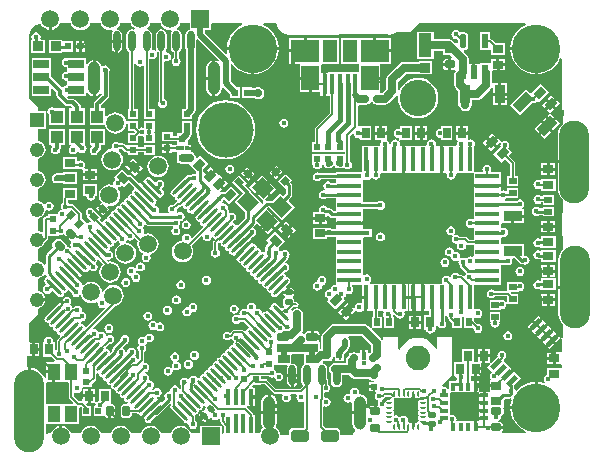
<source format=gtl>
%FSLAX44Y44*%
%MOMM*%
G71*
G01*
G75*
G04 Layer_Physical_Order=1*
G04 Layer_Color=255*
G04:AMPARAMS|DCode=10|XSize=2.8194mm|YSize=1.016mm|CornerRadius=0.508mm|HoleSize=0mm|Usage=FLASHONLY|Rotation=90.000|XOffset=0mm|YOffset=0mm|HoleType=Round|Shape=RoundedRectangle|*
%AMROUNDEDRECTD10*
21,1,2.8194,0.0000,0,0,90.0*
21,1,1.8034,1.0160,0,0,90.0*
1,1,1.0160,0.0000,0.9017*
1,1,1.0160,0.0000,-0.9017*
1,1,1.0160,0.0000,-0.9017*
1,1,1.0160,0.0000,0.9017*
%
%ADD10ROUNDEDRECTD10*%
G04:AMPARAMS|DCode=11|XSize=0.6096mm|YSize=1.7018mm|CornerRadius=0.3048mm|HoleSize=0mm|Usage=FLASHONLY|Rotation=0.000|XOffset=0mm|YOffset=0mm|HoleType=Round|Shape=RoundedRectangle|*
%AMROUNDEDRECTD11*
21,1,0.6096,1.0922,0,0,0.0*
21,1,0.0000,1.7018,0,0,0.0*
1,1,0.6096,0.0000,-0.5461*
1,1,0.6096,0.0000,-0.5461*
1,1,0.6096,0.0000,0.5461*
1,1,0.6096,0.0000,0.5461*
%
%ADD11ROUNDEDRECTD11*%
G04:AMPARAMS|DCode=12|XSize=0.508mm|YSize=0.6096mm|CornerRadius=0mm|HoleSize=0mm|Usage=FLASHONLY|Rotation=45.000|XOffset=0mm|YOffset=0mm|HoleType=Round|Shape=Rectangle|*
%AMROTATEDRECTD12*
4,1,4,0.0359,-0.3951,-0.3951,0.0359,-0.0359,0.3951,0.3951,-0.0359,0.0359,-0.3951,0.0*
%
%ADD12ROTATEDRECTD12*%

G04:AMPARAMS|DCode=13|XSize=0.3mm|YSize=1.8mm|CornerRadius=0mm|HoleSize=0mm|Usage=FLASHONLY|Rotation=225.000|XOffset=0mm|YOffset=0mm|HoleType=Round|Shape=Round|*
%AMOVALD13*
21,1,1.5000,0.3000,0.0000,0.0000,315.0*
1,1,0.3000,-0.5303,0.5303*
1,1,0.3000,0.5303,-0.5303*
%
%ADD13OVALD13*%

G04:AMPARAMS|DCode=14|XSize=0.3mm|YSize=1.8mm|CornerRadius=0mm|HoleSize=0mm|Usage=FLASHONLY|Rotation=315.000|XOffset=0mm|YOffset=0mm|HoleType=Round|Shape=Round|*
%AMOVALD14*
21,1,1.5000,0.3000,0.0000,0.0000,45.0*
1,1,0.3000,-0.5303,-0.5303*
1,1,0.3000,0.5303,0.5303*
%
%ADD14OVALD14*%

%ADD15R,0.6096X0.5080*%
%ADD16R,0.5080X0.6096*%
G04:AMPARAMS|DCode=17|XSize=0.508mm|YSize=0.6096mm|CornerRadius=0.127mm|HoleSize=0mm|Usage=FLASHONLY|Rotation=225.000|XOffset=0mm|YOffset=0mm|HoleType=Round|Shape=RoundedRectangle|*
%AMROUNDEDRECTD17*
21,1,0.5080,0.3556,0,0,225.0*
21,1,0.2540,0.6096,0,0,225.0*
1,1,0.2540,-0.2155,0.0359*
1,1,0.2540,-0.0359,0.2155*
1,1,0.2540,0.2155,-0.0359*
1,1,0.2540,0.0359,-0.2155*
%
%ADD17ROUNDEDRECTD17*%
%ADD18R,0.4318X1.3208*%
G04:AMPARAMS|DCode=19|XSize=0.6096mm|YSize=0.9144mm|CornerRadius=0.1524mm|HoleSize=0mm|Usage=FLASHONLY|Rotation=270.000|XOffset=0mm|YOffset=0mm|HoleType=Round|Shape=RoundedRectangle|*
%AMROUNDEDRECTD19*
21,1,0.6096,0.6096,0,0,270.0*
21,1,0.3048,0.9144,0,0,270.0*
1,1,0.3048,-0.3048,-0.1524*
1,1,0.3048,-0.3048,0.1524*
1,1,0.3048,0.3048,0.1524*
1,1,0.3048,0.3048,-0.1524*
%
%ADD19ROUNDEDRECTD19*%
G04:AMPARAMS|DCode=20|XSize=0.508mm|YSize=0.6096mm|CornerRadius=0.127mm|HoleSize=0mm|Usage=FLASHONLY|Rotation=90.000|XOffset=0mm|YOffset=0mm|HoleType=Round|Shape=RoundedRectangle|*
%AMROUNDEDRECTD20*
21,1,0.5080,0.3556,0,0,90.0*
21,1,0.2540,0.6096,0,0,90.0*
1,1,0.2540,0.1778,0.1270*
1,1,0.2540,0.1778,-0.1270*
1,1,0.2540,-0.1778,-0.1270*
1,1,0.2540,-0.1778,0.1270*
%
%ADD20ROUNDEDRECTD20*%
G04:AMPARAMS|DCode=21|XSize=0.4572mm|YSize=0.2286mm|CornerRadius=0.0572mm|HoleSize=0mm|Usage=FLASHONLY|Rotation=180.000|XOffset=0mm|YOffset=0mm|HoleType=Round|Shape=RoundedRectangle|*
%AMROUNDEDRECTD21*
21,1,0.4572,0.1143,0,0,180.0*
21,1,0.3429,0.2286,0,0,180.0*
1,1,0.1143,-0.1714,0.0572*
1,1,0.1143,0.1714,0.0572*
1,1,0.1143,0.1714,-0.0572*
1,1,0.1143,-0.1714,-0.0572*
%
%ADD21ROUNDEDRECTD21*%
G04:AMPARAMS|DCode=22|XSize=0.4572mm|YSize=0.2286mm|CornerRadius=0.0572mm|HoleSize=0mm|Usage=FLASHONLY|Rotation=90.000|XOffset=0mm|YOffset=0mm|HoleType=Round|Shape=RoundedRectangle|*
%AMROUNDEDRECTD22*
21,1,0.4572,0.1143,0,0,90.0*
21,1,0.3429,0.2286,0,0,90.0*
1,1,0.1143,0.0572,0.1714*
1,1,0.1143,0.0572,-0.1714*
1,1,0.1143,-0.0572,-0.1714*
1,1,0.1143,-0.0572,0.1714*
%
%ADD22ROUNDEDRECTD22*%
%ADD23R,0.9144X1.6002*%
G04:AMPARAMS|DCode=24|XSize=0.9144mm|YSize=1.6002mm|CornerRadius=0mm|HoleSize=0mm|Usage=FLASHONLY|Rotation=315.000|XOffset=0mm|YOffset=0mm|HoleType=Round|Shape=Rectangle|*
%AMROTATEDRECTD24*
4,1,4,-0.8891,-0.2425,0.2425,0.8891,0.8891,0.2425,-0.2425,-0.8891,-0.8891,-0.2425,0.0*
%
%ADD24ROTATEDRECTD24*%

%ADD25R,0.4064X0.4064*%
%ADD26R,0.6096X0.6096*%
%ADD27R,0.4572X1.7018*%
%ADD28R,0.4064X0.4064*%
%ADD29R,0.6096X0.6096*%
G04:AMPARAMS|DCode=30|XSize=1.4224mm|YSize=1.2192mm|CornerRadius=0mm|HoleSize=0mm|Usage=FLASHONLY|Rotation=315.019|XOffset=0mm|YOffset=0mm|HoleType=Round|Shape=Rectangle|*
%AMROTATEDRECTD30*
4,1,4,-0.9340,0.0715,-0.0722,0.9339,0.9340,-0.0715,0.0722,-0.9339,-0.9340,0.0715,0.0*
%
%ADD30ROTATEDRECTD30*%

%ADD31R,0.8128X0.8128*%
%ADD32R,1.1176X2.0066*%
%ADD33R,0.9144X0.7112*%
G04:AMPARAMS|DCode=34|XSize=0.7112mm|YSize=0.9144mm|CornerRadius=0.1778mm|HoleSize=0mm|Usage=FLASHONLY|Rotation=90.000|XOffset=0mm|YOffset=0mm|HoleType=Round|Shape=RoundedRectangle|*
%AMROUNDEDRECTD34*
21,1,0.7112,0.5588,0,0,90.0*
21,1,0.3556,0.9144,0,0,90.0*
1,1,0.3556,0.2794,0.1778*
1,1,0.3556,0.2794,-0.1778*
1,1,0.3556,-0.2794,-0.1778*
1,1,0.3556,-0.2794,0.1778*
%
%ADD34ROUNDEDRECTD34*%
G04:AMPARAMS|DCode=35|XSize=0.508mm|YSize=0.6096mm|CornerRadius=0mm|HoleSize=0mm|Usage=FLASHONLY|Rotation=270.010|XOffset=0mm|YOffset=0mm|HoleType=Round|Shape=Rectangle|*
%AMROTATEDRECTD35*
4,1,4,-0.3048,0.2540,0.3048,0.2541,0.3048,-0.2540,-0.3048,-0.2541,-0.3048,0.2540,0.0*
%
%ADD35ROTATEDRECTD35*%

G04:AMPARAMS|DCode=36|XSize=0.4064mm|YSize=1.0414mm|CornerRadius=0mm|HoleSize=0mm|Usage=FLASHONLY|Rotation=135.009|XOffset=0mm|YOffset=0mm|HoleType=Round|Shape=Rectangle|*
%AMROTATEDRECTD36*
4,1,4,0.5118,0.2246,-0.2244,-0.5119,-0.5118,-0.2246,0.2244,0.5119,0.5118,0.2246,0.0*
%
%ADD36ROTATEDRECTD36*%

G04:AMPARAMS|DCode=37|XSize=0.7112mm|YSize=0.9144mm|CornerRadius=0mm|HoleSize=0mm|Usage=FLASHONLY|Rotation=0.002|XOffset=0mm|YOffset=0mm|HoleType=Round|Shape=Rectangle|*
%AMROTATEDRECTD37*
4,1,4,-0.3556,-0.4572,-0.3556,0.4572,0.3556,0.4572,0.3556,-0.4572,-0.3556,-0.4572,0.0*
%
%ADD37ROTATEDRECTD37*%

%ADD38P,1.1495X4X315.0*%
G04:AMPARAMS|DCode=39|XSize=0.6604mm|YSize=0.3048mm|CornerRadius=0mm|HoleSize=0mm|Usage=FLASHONLY|Rotation=270.002|XOffset=0mm|YOffset=0mm|HoleType=Round|Shape=Rectangle|*
%AMROTATEDRECTD39*
4,1,4,-0.1524,0.3302,0.1524,0.3302,0.1524,-0.3302,-0.1524,-0.3302,-0.1524,0.3302,0.0*
%
%ADD39ROTATEDRECTD39*%

G04:AMPARAMS|DCode=40|XSize=0.6604mm|YSize=0.3048mm|CornerRadius=0mm|HoleSize=0mm|Usage=FLASHONLY|Rotation=180.002|XOffset=0mm|YOffset=0mm|HoleType=Round|Shape=Rectangle|*
%AMROTATEDRECTD40*
4,1,4,0.3302,0.1524,0.3302,-0.1524,-0.3302,-0.1524,-0.3302,0.1524,0.3302,0.1524,0.0*
%
%ADD40ROTATEDRECTD40*%

G04:AMPARAMS|DCode=41|XSize=0.7112mm|YSize=1.016mm|CornerRadius=0mm|HoleSize=0mm|Usage=FLASHONLY|Rotation=90.010|XOffset=0mm|YOffset=0mm|HoleType=Round|Shape=Rectangle|*
%AMROTATEDRECTD41*
4,1,4,0.5081,-0.3555,-0.5079,-0.3557,-0.5081,0.3555,0.5079,0.3557,0.5081,-0.3555,0.0*
%
%ADD41ROTATEDRECTD41*%

G04:AMPARAMS|DCode=42|XSize=0.7112mm|YSize=1.016mm|CornerRadius=0.1778mm|HoleSize=0mm|Usage=FLASHONLY|Rotation=90.010|XOffset=0mm|YOffset=0mm|HoleType=Round|Shape=RoundedRectangle|*
%AMROUNDEDRECTD42*
21,1,0.7112,0.6604,0,0,90.0*
21,1,0.3556,1.0160,0,0,90.0*
1,1,0.3556,0.3302,0.1779*
1,1,0.3556,0.3302,-0.1777*
1,1,0.3556,-0.3302,-0.1779*
1,1,0.3556,-0.3302,0.1777*
%
%ADD42ROUNDEDRECTD42*%
%ADD43R,0.4318X2.0066*%
%ADD44R,2.0066X0.4318*%
%ADD45R,3.5052X0.4318*%
G04:AMPARAMS|DCode=46|XSize=0.7112mm|YSize=0.9144mm|CornerRadius=0mm|HoleSize=0mm|Usage=FLASHONLY|Rotation=135.009|XOffset=0mm|YOffset=0mm|HoleType=Round|Shape=Rectangle|*
%AMROTATEDRECTD46*
4,1,4,0.5747,0.0719,-0.0717,-0.5747,-0.5747,-0.0719,0.0717,0.5747,0.5747,0.0719,0.0*
%
%ADD46ROTATEDRECTD46*%

G04:AMPARAMS|DCode=47|XSize=0.508mm|YSize=0.6096mm|CornerRadius=0mm|HoleSize=0mm|Usage=FLASHONLY|Rotation=0.002|XOffset=0mm|YOffset=0mm|HoleType=Round|Shape=Rectangle|*
%AMROTATEDRECTD47*
4,1,4,-0.2540,-0.3048,-0.2540,0.3048,0.2540,0.3048,0.2540,-0.3048,-0.2540,-0.3048,0.0*
%
%ADD47ROTATEDRECTD47*%

G04:AMPARAMS|DCode=48|XSize=0.6096mm|YSize=0.9144mm|CornerRadius=0.1524mm|HoleSize=0mm|Usage=FLASHONLY|Rotation=180.000|XOffset=0mm|YOffset=0mm|HoleType=Round|Shape=RoundedRectangle|*
%AMROUNDEDRECTD48*
21,1,0.6096,0.6096,0,0,180.0*
21,1,0.3048,0.9144,0,0,180.0*
1,1,0.3048,-0.1524,0.3048*
1,1,0.3048,0.1524,0.3048*
1,1,0.3048,0.1524,-0.3048*
1,1,0.3048,-0.1524,-0.3048*
%
%ADD48ROUNDEDRECTD48*%
G04:AMPARAMS|DCode=49|XSize=0.6096mm|YSize=0.9144mm|CornerRadius=0.1524mm|HoleSize=0mm|Usage=FLASHONLY|Rotation=45.000|XOffset=0mm|YOffset=0mm|HoleType=Round|Shape=RoundedRectangle|*
%AMROUNDEDRECTD49*
21,1,0.6096,0.6096,0,0,45.0*
21,1,0.3048,0.9144,0,0,45.0*
1,1,0.3048,0.3233,-0.1078*
1,1,0.3048,0.1078,-0.3233*
1,1,0.3048,-0.3233,0.1078*
1,1,0.3048,-0.1078,0.3233*
%
%ADD49ROUNDEDRECTD49*%
G04:AMPARAMS|DCode=50|XSize=0.7112mm|YSize=0.9144mm|CornerRadius=0mm|HoleSize=0mm|Usage=FLASHONLY|Rotation=45.011|XOffset=0mm|YOffset=0mm|HoleType=Round|Shape=Rectangle|*
%AMROTATEDRECTD50*
4,1,4,0.0720,-0.5747,-0.5747,0.0717,-0.0720,0.5747,0.5747,-0.0717,0.0720,-0.5747,0.0*
%
%ADD50ROTATEDRECTD50*%

G04:AMPARAMS|DCode=51|XSize=0.7112mm|YSize=0.9144mm|CornerRadius=0mm|HoleSize=0mm|Usage=FLASHONLY|Rotation=0.010|XOffset=0mm|YOffset=0mm|HoleType=Round|Shape=Rectangle|*
%AMROTATEDRECTD51*
4,1,4,-0.3555,-0.4573,-0.3557,0.4571,0.3555,0.4573,0.3557,-0.4571,-0.3555,-0.4573,0.0*
%
%ADD51ROTATEDRECTD51*%

G04:AMPARAMS|DCode=52|XSize=1.4224mm|YSize=1.0668mm|CornerRadius=0mm|HoleSize=0mm|Usage=FLASHONLY|Rotation=270.010|XOffset=0mm|YOffset=0mm|HoleType=Round|Shape=Rectangle|*
%AMROTATEDRECTD52*
4,1,4,-0.5335,0.7111,0.5333,0.7113,0.5335,-0.7111,-0.5333,-0.7113,-0.5335,0.7111,0.0*
%
%ADD52ROTATEDRECTD52*%

G04:AMPARAMS|DCode=53|XSize=0.7112mm|YSize=0.9144mm|CornerRadius=0mm|HoleSize=0mm|Usage=FLASHONLY|Rotation=90.010|XOffset=0mm|YOffset=0mm|HoleType=Round|Shape=Rectangle|*
%AMROTATEDRECTD53*
4,1,4,0.4573,-0.3555,-0.4571,-0.3557,-0.4573,0.3555,0.4571,0.3557,0.4573,-0.3555,0.0*
%
%ADD53ROTATEDRECTD53*%

G04:AMPARAMS|DCode=54|XSize=0.508mm|YSize=0.6096mm|CornerRadius=0mm|HoleSize=0mm|Usage=FLASHONLY|Rotation=135.000|XOffset=0mm|YOffset=0mm|HoleType=Round|Shape=Rectangle|*
%AMROTATEDRECTD54*
4,1,4,0.3951,0.0359,-0.0359,-0.3951,-0.3951,-0.0359,0.0359,0.3951,0.3951,0.0359,0.0*
%
%ADD54ROTATEDRECTD54*%

G04:AMPARAMS|DCode=55|XSize=0.5588mm|YSize=1.2192mm|CornerRadius=0.1397mm|HoleSize=0mm|Usage=FLASHONLY|Rotation=0.002|XOffset=0mm|YOffset=0mm|HoleType=Round|Shape=RoundedRectangle|*
%AMROUNDEDRECTD55*
21,1,0.5588,0.9398,0,0,0.0*
21,1,0.2794,1.2192,0,0,0.0*
1,1,0.2794,0.1397,-0.4699*
1,1,0.2794,-0.1397,-0.4699*
1,1,0.2794,-0.1397,0.4699*
1,1,0.2794,0.1397,0.4699*
%
%ADD55ROUNDEDRECTD55*%
G04:AMPARAMS|DCode=56|XSize=0.5588mm|YSize=1.2192mm|CornerRadius=0mm|HoleSize=0mm|Usage=FLASHONLY|Rotation=0.002|XOffset=0mm|YOffset=0mm|HoleType=Round|Shape=Rectangle|*
%AMROTATEDRECTD56*
4,1,4,-0.2794,-0.6096,-0.2794,0.6096,0.2794,0.6096,0.2794,-0.6096,-0.2794,-0.6096,0.0*
%
%ADD56ROTATEDRECTD56*%

G04:AMPARAMS|DCode=57|XSize=0.508mm|YSize=0.6096mm|CornerRadius=0mm|HoleSize=0mm|Usage=FLASHONLY|Rotation=135.009|XOffset=0mm|YOffset=0mm|HoleType=Round|Shape=Rectangle|*
%AMROTATEDRECTD57*
4,1,4,0.3951,0.0360,-0.0359,-0.3951,-0.3951,-0.0360,0.0359,0.3951,0.3951,0.0360,0.0*
%
%ADD57ROTATEDRECTD57*%

%ADD58R,1.4986X2.1082*%
%ADD59R,2.3876X1.9050*%
%ADD60R,1.1938X1.9050*%
%ADD61R,1.0160X1.1176*%
%ADD62R,1.3208X0.7112*%
%ADD63R,1.6002X0.9144*%
%ADD64C,0.1270*%
%ADD65C,0.3000*%
%ADD66C,0.5000*%
%ADD67C,0.7000*%
%ADD68C,0.2540*%
%ADD69C,0.3810*%
%ADD70O,2.5400X7.0000*%
%ADD71C,1.5000*%
%ADD72R,1.5000X1.5000*%
%ADD73C,4.1148*%
%ADD74C,4.6863*%
%ADD75R,1.2192X1.2192*%
%ADD76C,1.2192*%
%ADD77C,3.0861*%
%ADD78C,2.0860*%
G04:AMPARAMS|DCode=79|XSize=1.5mm|YSize=1mm|CornerRadius=0.25mm|HoleSize=0mm|Usage=FLASHONLY|Rotation=180.000|XOffset=0mm|YOffset=0mm|HoleType=Round|Shape=RoundedRectangle|*
%AMROUNDEDRECTD79*
21,1,1.5000,0.5000,0,0,180.0*
21,1,1.0000,1.0000,0,0,180.0*
1,1,0.5000,-0.5000,0.2500*
1,1,0.5000,0.5000,0.2500*
1,1,0.5000,0.5000,-0.2500*
1,1,0.5000,-0.5000,-0.2500*
%
%ADD79ROUNDEDRECTD79*%
%ADD80C,0.4500*%
G36*
X2254793Y576811D02*
X2256010Y575594D01*
D01*
X2254834Y575349D01*
X2254833D01*
D01*
D01*
D01*
X2254833Y575349D01*
X2253841Y574686D01*
X2253178Y573694D01*
X2252945Y572523D01*
X2253178Y571353D01*
X2253841Y570360D01*
X2254397Y569804D01*
X2254057Y568682D01*
X2252816Y567854D01*
X2251988Y566613D01*
X2251697Y565150D01*
X2251988Y563687D01*
X2252816Y562446D01*
X2254057Y561618D01*
X2255520Y561327D01*
X2256983Y561618D01*
X2258224Y562446D01*
X2259052Y563687D01*
X2260174Y564027D01*
X2264448Y559754D01*
X2265440Y559091D01*
X2266611Y558858D01*
X2267781Y559091D01*
X2268773Y559754D01*
X2269436Y560746D01*
X2269669Y561917D01*
X2269669Y561917D01*
X2270146Y562394D01*
X2271316Y562626D01*
X2272309Y563289D01*
X2272972Y564282D01*
X2274746Y563929D01*
X2275866Y562809D01*
X2275827Y562610D01*
X2276118Y561147D01*
X2276946Y559906D01*
X2278187Y559078D01*
X2279650Y558787D01*
X2281113Y559078D01*
X2282354Y559906D01*
X2282470Y560081D01*
X2283445Y560209D01*
X2283875Y560167D01*
X2284742Y558071D01*
X2286185Y556191D01*
X2288065Y554748D01*
X2290255Y553842D01*
X2292604Y553532D01*
X2294953Y553842D01*
X2297096Y554729D01*
X2297262Y554593D01*
X2298016Y553611D01*
X2297950Y553279D01*
X2298241Y551816D01*
X2299070Y550575D01*
X2300310Y549747D01*
X2301773Y549455D01*
X2303236Y549747D01*
X2303471Y549904D01*
X2304277Y548922D01*
X2288454Y533099D01*
X2287239Y533468D01*
X2287114Y534096D01*
X2286451Y535088D01*
X2285459Y535751D01*
X2284288Y535984D01*
X2283811Y536461D01*
Y536461D01*
X2283581Y537618D01*
X2284479Y538517D01*
X2284730Y538467D01*
X2286193Y538758D01*
X2287434Y539586D01*
X2288262Y540827D01*
X2288553Y542290D01*
X2288262Y543753D01*
X2287434Y544994D01*
X2286193Y545822D01*
X2285383Y545984D01*
X2284678Y547039D01*
X2284743Y547370D01*
X2284452Y548833D01*
X2283624Y550074D01*
X2282383Y550902D01*
X2280920Y551193D01*
X2279457Y550902D01*
X2278216Y550074D01*
X2277865Y549547D01*
X2277519D01*
X2277519Y549547D01*
X2277519Y549547D01*
D01*
X2276686Y549381D01*
X2276686D01*
X2276684Y549382D01*
X2276470Y550453D01*
X2275642Y551694D01*
X2274740Y552296D01*
X2275562Y553527D01*
X2275853Y554990D01*
X2275562Y556453D01*
X2274734Y557694D01*
X2273493Y558522D01*
X2272030Y558813D01*
X2270567Y558522D01*
X2269326Y557694D01*
X2268498Y556453D01*
X2268337Y555645D01*
X2266681Y553989D01*
X2266439Y553628D01*
X2265440Y553429D01*
X2264447Y552766D01*
X2253841Y542159D01*
X2253178Y541167D01*
X2252945Y539996D01*
X2253178Y538826D01*
X2253841Y537834D01*
X2254833Y537171D01*
X2256004Y536938D01*
X2256481Y536461D01*
Y536461D01*
X2256714Y535290D01*
X2257377Y534298D01*
X2258369Y533635D01*
X2259539Y533402D01*
D01*
X2260016Y532925D01*
X2260249Y531755D01*
X2260912Y530763D01*
X2261904Y530099D01*
X2263075Y529867D01*
X2263075Y529867D01*
X2263552Y529390D01*
X2263784Y528219D01*
X2264447Y527227D01*
X2265440Y526564D01*
X2266068Y526439D01*
X2266437Y525224D01*
X2264141Y522928D01*
X2263669Y522222D01*
X2263503Y521389D01*
Y514490D01*
X2262414Y513837D01*
X2262100Y514005D01*
X2262099Y520424D01*
X2261104Y520424D01*
X2260298Y521405D01*
X2260359Y521716D01*
X2260068Y523179D01*
X2259240Y524420D01*
X2257999Y525248D01*
X2256536Y525539D01*
X2255073Y525248D01*
X2253832Y524420D01*
X2253004Y523179D01*
X2252713Y521716D01*
X2252778Y521386D01*
X2251987Y520422D01*
X2251987D01*
X2251989Y508278D01*
X2258512Y508279D01*
X2261717Y505074D01*
X2261231Y503901D01*
X2254361Y503900D01*
X2254363Y496788D01*
X2260967Y496789D01*
X2260967Y495519D01*
X2262237Y495519D01*
X2262238Y487137D01*
X2267572Y487138D01*
Y487138D01*
X2268750Y487138D01*
X2268750Y486908D01*
X2272765Y486909D01*
X2273663Y486011D01*
Y473710D01*
X2273829Y472877D01*
X2274301Y472171D01*
X2274301Y472171D01*
X2274301Y472171D01*
X2277199Y469273D01*
X2276713Y468100D01*
X2268754Y468098D01*
X2268754Y468098D01*
X2268754Y468098D01*
X2267806Y468098D01*
Y468098D01*
X2255269Y468096D01*
X2254371Y468994D01*
Y484834D01*
X2254193Y486181D01*
X2255031Y487136D01*
X2259698Y487136D01*
X2259697Y494249D01*
X2254363Y494248D01*
X2254364Y490593D01*
X2253118Y490345D01*
X2252483Y491879D01*
X2250244Y494798D01*
X2247325Y497037D01*
X2243927Y498444D01*
X2241550Y498757D01*
Y462534D01*
X2239010D01*
Y499208D01*
X2238502Y499654D01*
Y508506D01*
X2239115Y508506D01*
D01*
D01*
X2239115D01*
Y508506D01*
X2242671Y508507D01*
X2242670Y514349D01*
X2242669Y520191D01*
X2240981Y520190D01*
X2240082Y521088D01*
Y536301D01*
X2247493Y543713D01*
X2247836Y544225D01*
X2247956Y544830D01*
X2247836Y545435D01*
X2247702Y545635D01*
Y547878D01*
X2247582Y548483D01*
X2247582Y548483D01*
X2247582D01*
X2247582D01*
D01*
D01*
Y548483D01*
X2248299Y549338D01*
X2250091Y550080D01*
X2251629Y551260D01*
X2252810Y552799D01*
X2253552Y554591D01*
X2253638Y555244D01*
X2246376D01*
Y557784D01*
X2253638D01*
X2253552Y558437D01*
X2252810Y560229D01*
X2251629Y561768D01*
X2250091Y562948D01*
X2248299Y563690D01*
X2248299Y563690D01*
X2248299D01*
X2247836Y564037D01*
X2247836Y564037D01*
X2247956Y564642D01*
Y573786D01*
X2247836Y574391D01*
X2248359Y574514D01*
X2248359D01*
X2248359Y574514D01*
X2250207Y575279D01*
X2251794Y576497D01*
X2252478Y577389D01*
X2254181Y577727D01*
X2254793Y576811D01*
D02*
G37*
G36*
X2447021Y477251D02*
X2447444Y476968D01*
X2447727Y476779D01*
X2448560Y476613D01*
X2454210D01*
X2454809Y475493D01*
X2454426Y474919D01*
X2454135Y473456D01*
X2454426Y471993D01*
X2455254Y470752D01*
X2456495Y469924D01*
X2457958Y469633D01*
X2459421Y469924D01*
X2460662Y470752D01*
X2461490Y471993D01*
X2461781Y473456D01*
X2461490Y474919D01*
X2461107Y475493D01*
X2461706Y476613D01*
X2466233D01*
X2466831Y475493D01*
X2466618Y475173D01*
X2466327Y473710D01*
X2466618Y472247D01*
X2467446Y471006D01*
X2468687Y470178D01*
X2470150Y469887D01*
X2471613Y470178D01*
X2471933Y470391D01*
X2473053Y469793D01*
Y448196D01*
X2472634Y447776D01*
X2464134D01*
X2462573Y447466D01*
X2461250Y446582D01*
X2460366Y445259D01*
X2460056Y443698D01*
Y442814D01*
X2459158Y441916D01*
X2452485Y441918D01*
X2452278Y443487D01*
X2451395Y445621D01*
X2449989Y447453D01*
X2448612Y448509D01*
X2449208Y449401D01*
X2449700Y451879D01*
Y459626D01*
X2436752D01*
Y451879D01*
X2437244Y449401D01*
X2438185Y447994D01*
X2437479Y447453D01*
X2436073Y445621D01*
X2435190Y443488D01*
X2435117Y443436D01*
X2434590Y443540D01*
X2431645D01*
Y458634D01*
X2430163D01*
Y458724D01*
X2429997Y459557D01*
X2429525Y460263D01*
X2424699Y465089D01*
D01*
X2424699D01*
X2424699Y465089D01*
X2424699D01*
X2424699D01*
X2424103Y466114D01*
X2425041D01*
Y466344D01*
X2426716D01*
Y474218D01*
X2427986D01*
Y475488D01*
X2431415D01*
Y482092D01*
X2429523D01*
X2429037Y483265D01*
X2430173Y484402D01*
X2436090D01*
Y484928D01*
X2439343D01*
X2447021Y477251D01*
D02*
G37*
G36*
X2566416Y473559D02*
X2566436Y473563D01*
X2566877Y473857D01*
X2567145Y473804D01*
X2567145Y473804D01*
Y473804D01*
X2567830Y473346D01*
X2568639Y473185D01*
X2569682D01*
Y472377D01*
X2569825Y471658D01*
X2570119Y471217D01*
X2570066Y470949D01*
X2570066Y470949D01*
X2570066D01*
X2569608Y470264D01*
X2569447Y469455D01*
Y468312D01*
X2569608Y467504D01*
X2570044Y466852D01*
X2569608Y466200D01*
X2569447Y465392D01*
Y464249D01*
X2569608Y463440D01*
X2570033Y462804D01*
X2569608Y462168D01*
X2569447Y461359D01*
Y460216D01*
X2569608Y459408D01*
X2570023Y458788D01*
X2569608Y458168D01*
X2569447Y457360D01*
Y456217D01*
X2569608Y455408D01*
X2570023Y454788D01*
X2569608Y454168D01*
X2569447Y453359D01*
Y452615D01*
X2568639D01*
X2567830Y452454D01*
X2567145Y451996D01*
X2567145D01*
Y451996D01*
X2566877Y451943D01*
X2566436Y452237D01*
X2566416Y452241D01*
Y448788D01*
X2563876D01*
Y452241D01*
X2563856Y452237D01*
X2563415Y451943D01*
X2563147Y451996D01*
X2563147Y451996D01*
Y451996D01*
X2562462Y452454D01*
X2561653Y452615D01*
X2561486D01*
X2560681Y453596D01*
X2560841Y454406D01*
X2560551Y455869D01*
X2559722Y457110D01*
X2558481Y457938D01*
X2557018Y458229D01*
X2555555Y457938D01*
X2554314Y457110D01*
D01*
X2553372Y457364D01*
X2553372Y457364D01*
Y457364D01*
X2552131Y458192D01*
X2550668Y458483D01*
X2549331Y458218D01*
X2548626Y459274D01*
X2548716Y459408D01*
X2548877Y460216D01*
Y461359D01*
X2548716Y462168D01*
X2548291Y462804D01*
X2548716Y463440D01*
X2548877Y464249D01*
Y465392D01*
X2548716Y466200D01*
X2548280Y466852D01*
X2548716Y467504D01*
X2548877Y468312D01*
Y469455D01*
X2548716Y470264D01*
X2548280Y470916D01*
X2548716Y471568D01*
X2548877Y472377D01*
Y473185D01*
X2549621D01*
X2550430Y473346D01*
X2551050Y473761D01*
X2551670Y473346D01*
X2552478Y473185D01*
X2553622D01*
X2554430Y473346D01*
X2555050Y473761D01*
X2555670Y473346D01*
X2556478Y473185D01*
X2557621D01*
X2558430Y473346D01*
X2559066Y473771D01*
X2559702Y473346D01*
X2560511Y473185D01*
X2561653D01*
X2562462Y473346D01*
X2563147Y473804D01*
X2563147D01*
Y473804D01*
X2563415Y473857D01*
X2563856Y473563D01*
X2563876Y473559D01*
Y477012D01*
X2566416D01*
Y473559D01*
D02*
G37*
G36*
X2473032Y501858D02*
X2471951Y501136D01*
X2470946Y499632D01*
X2470593Y497857D01*
Y486935D01*
X2470946Y485160D01*
X2471946Y483664D01*
X2469248Y480967D01*
X2449462D01*
X2441784Y488644D01*
X2441078Y489116D01*
X2440245Y489282D01*
X2436090D01*
Y491456D01*
X2443248D01*
X2444303Y490752D01*
X2445766Y490461D01*
X2447229Y490752D01*
X2447663Y490572D01*
X2447822Y489773D01*
X2448650Y488532D01*
X2449891Y487704D01*
X2451354Y487413D01*
X2452817Y487704D01*
X2454058Y488532D01*
X2454886Y489773D01*
X2455177Y491236D01*
X2454886Y492699D01*
X2454058Y493940D01*
X2452817Y494768D01*
X2451354Y495059D01*
X2449891Y494768D01*
X2449457Y494948D01*
X2449298Y495747D01*
X2448470Y496988D01*
X2447798Y497436D01*
X2447798Y497920D01*
X2447798D01*
Y501061D01*
X2448840Y501061D01*
X2448840Y501061D01*
X2448840Y501061D01*
X2458385Y501062D01*
X2458984Y499942D01*
X2458716Y499542D01*
X2458381Y497857D01*
Y493666D01*
X2467187D01*
Y497857D01*
X2466852Y499542D01*
X2465897Y500970D01*
X2464469Y501924D01*
X2462784Y502260D01*
X2462000Y502903D01*
X2461999Y509622D01*
X2462897Y510520D01*
X2473031D01*
X2473032Y501858D01*
D02*
G37*
G36*
X2276608Y611112D02*
X2273516Y608020D01*
X2274773Y606762D01*
X2275493Y606281D01*
X2275609Y605700D01*
X2275365Y604473D01*
X2275356Y604459D01*
X2275065Y602996D01*
X2275356Y601533D01*
X2275560Y601227D01*
X2274662Y600329D01*
X2273747Y600940D01*
X2272284Y601231D01*
X2272094Y601194D01*
X2271892Y602212D01*
X2271223Y603213D01*
X2266913Y607523D01*
X2265913Y608191D01*
X2264733Y608426D01*
X2263553Y608191D01*
X2262552Y607523D01*
X2260397Y605368D01*
X2259729Y604368D01*
X2259494Y603188D01*
X2259729Y602008D01*
X2260397Y601008D01*
Y600691D01*
X2254793Y595087D01*
X2254181Y594171D01*
X2253966Y593090D01*
X2253966Y593090D01*
Y586476D01*
X2252763Y586068D01*
X2251794Y587332D01*
X2250207Y588549D01*
X2248359Y589314D01*
X2248359Y589314D01*
X2248359Y589314D01*
X2247836Y589437D01*
X2247836D01*
X2247956Y590042D01*
Y599186D01*
X2247836Y599791D01*
X2248359Y599913D01*
X2248359D01*
X2248359Y599913D01*
X2250207Y600679D01*
X2251794Y601897D01*
X2253011Y603483D01*
X2253777Y605331D01*
X2253777Y605332D01*
X2254439Y605775D01*
X2254439Y605775D01*
X2254439Y605775D01*
X2255709Y607045D01*
X2256181Y607751D01*
X2256347Y608584D01*
Y610640D01*
X2265148D01*
Y610640D01*
X2265233Y611148D01*
D01*
X2265233Y611148D01*
X2266696Y610857D01*
X2268159Y611148D01*
X2268970Y611690D01*
X2270193Y611447D01*
X2270229Y611422D01*
X2270463Y611073D01*
X2271720Y609816D01*
X2274812Y612908D01*
X2276608Y611112D01*
D02*
G37*
G36*
X2529314Y517826D02*
Y511764D01*
X2528828Y511278D01*
X2526942D01*
D01*
X2526942D01*
X2526792Y511428D01*
Y514032D01*
X2524760D01*
Y510730D01*
X2522220D01*
Y514032D01*
X2520188D01*
Y511278D01*
X2519910D01*
Y511278D01*
X2517555D01*
X2517313Y511440D01*
X2515362Y511828D01*
X2513411Y511440D01*
X2513169Y511278D01*
X2510814D01*
Y509392D01*
X2509581Y508159D01*
X2508476Y506505D01*
X2508088Y504554D01*
Y502828D01*
X2499060D01*
X2497109Y502440D01*
X2495455Y501335D01*
X2494350Y499681D01*
X2493962Y497730D01*
X2494350Y495779D01*
X2495455Y494125D01*
X2495693Y493966D01*
Y486935D01*
X2496046Y485160D01*
X2497051Y483656D01*
X2498555Y482651D01*
X2500330Y482298D01*
X2502104Y482651D01*
X2503609Y483656D01*
X2504614Y485160D01*
X2504967Y486935D01*
Y492632D01*
X2511074D01*
X2513281Y490425D01*
X2514935Y489320D01*
X2516886Y488932D01*
X2527832D01*
Y488640D01*
X2529427D01*
X2530429Y487970D01*
X2531918Y487674D01*
X2531794Y486410D01*
X2528062D01*
Y483870D01*
X2532380D01*
Y481330D01*
X2528062D01*
Y478790D01*
X2532747D01*
X2533405Y477806D01*
X2533477Y477670D01*
X2532658Y476443D01*
X2532367Y474980D01*
X2532658Y473517D01*
X2533486Y472276D01*
X2534727Y471448D01*
X2535194Y471355D01*
X2535680Y470181D01*
X2535452Y469839D01*
X2535161Y468376D01*
X2535381Y467268D01*
X2534575Y466287D01*
X2534412D01*
Y461914D01*
X2531872D01*
Y466287D01*
X2530094D01*
X2529004Y466070D01*
X2528080Y465452D01*
X2527520Y464614D01*
X2526304Y464983D01*
Y469913D01*
X2525812Y472391D01*
X2524408Y474491D01*
X2522308Y475895D01*
X2519830Y476387D01*
X2519830Y476387D01*
X2519830Y476387D01*
X2519148Y476819D01*
X2519148Y476819D01*
X2519439Y478282D01*
X2519148Y479745D01*
X2518320Y480986D01*
X2517079Y481814D01*
X2515616Y482105D01*
X2514153Y481814D01*
X2512912Y480986D01*
X2512084Y479745D01*
X2511793Y478282D01*
X2511955Y477465D01*
X2511057Y476567D01*
X2510028Y476771D01*
X2508565Y476480D01*
X2507324Y475652D01*
X2506496Y474411D01*
X2506205Y472948D01*
X2506496Y471485D01*
X2507324Y470244D01*
X2508565Y469416D01*
X2510028Y469125D01*
X2511491Y469416D01*
X2512236Y469913D01*
X2513356Y469314D01*
Y462166D01*
X2519830D01*
Y459626D01*
X2513356D01*
Y451879D01*
X2513848Y449401D01*
X2515252Y447301D01*
X2515810Y446928D01*
Y445658D01*
X2515608Y445524D01*
X2514282Y443539D01*
X2513957Y441904D01*
X2503612Y441906D01*
Y443698D01*
X2503302Y445259D01*
X2502418Y446582D01*
X2501095Y447466D01*
X2499534Y447776D01*
X2491034D01*
X2489278Y449533D01*
Y465261D01*
X2490260Y466067D01*
X2491486Y465823D01*
X2492949Y466114D01*
X2494190Y466942D01*
X2495018Y468183D01*
X2495309Y469646D01*
X2495018Y471109D01*
X2494190Y472350D01*
X2492949Y473178D01*
X2491486Y473469D01*
X2490989Y473371D01*
X2490007Y474176D01*
Y477328D01*
X2490989Y478134D01*
X2491327Y478067D01*
X2492791Y478358D01*
X2494031Y479186D01*
X2494860Y480427D01*
X2495151Y481890D01*
X2494860Y483353D01*
X2494031Y484594D01*
X2493504Y484946D01*
Y487883D01*
X2493338Y488716D01*
X2492867Y489422D01*
X2492467Y489821D01*
Y497857D01*
X2492114Y499632D01*
X2491109Y501136D01*
X2489604Y502141D01*
X2488749Y502311D01*
X2488494Y503152D01*
X2489250Y504172D01*
X2492582D01*
X2494533Y504560D01*
X2494775Y504722D01*
X2496622D01*
Y506316D01*
X2497292Y507319D01*
X2497358Y507652D01*
X2498622Y507528D01*
Y504722D01*
X2501698D01*
X2502083Y504465D01*
X2502916Y504299D01*
X2503749Y504465D01*
X2504134Y504722D01*
X2506702D01*
Y510336D01*
X2510372Y514006D01*
X2510372Y514006D01*
X2511256Y515329D01*
X2511566Y516890D01*
Y521716D01*
X2511256Y523277D01*
X2510372Y524600D01*
X2511148Y525762D01*
X2521378D01*
X2529314Y517826D01*
D02*
G37*
G36*
X2259330Y785071D02*
X2260349Y785206D01*
X2262483Y786089D01*
X2264315Y787495D01*
X2265721Y789327D01*
X2266192Y790465D01*
X2266345Y790512D01*
X2266950Y790392D01*
X2274316D01*
X2274921Y790512D01*
X2275080Y790464D01*
X2275598Y789211D01*
X2277041Y787331D01*
X2278921Y785889D01*
X2281111Y784982D01*
X2283460Y784672D01*
X2285809Y784982D01*
X2287999Y785889D01*
X2289879Y787331D01*
X2291322Y789211D01*
X2291852Y790491D01*
X2292350Y790392D01*
X2299716D01*
X2300321Y790512D01*
X2300480Y790464D01*
X2300999Y789211D01*
X2302441Y787331D01*
X2304321Y785889D01*
X2306510Y784982D01*
X2308860Y784672D01*
X2310482Y784886D01*
X2311153Y783808D01*
X2310230Y782425D01*
X2309895Y780741D01*
Y776550D01*
X2318700D01*
Y780741D01*
X2318365Y782425D01*
X2317410Y783854D01*
X2315982Y784808D01*
X2314321Y785138D01*
X2314163Y785818D01*
X2314050Y786388D01*
X2315279Y787331D01*
X2316721Y789211D01*
X2317251Y790491D01*
X2317750Y790392D01*
X2325116D01*
X2325721Y790512D01*
X2325880Y790464D01*
X2326398Y789211D01*
X2327841Y787331D01*
X2329475Y786077D01*
X2328772Y785025D01*
X2326997Y785378D01*
X2325223Y785025D01*
X2323718Y784019D01*
X2322713Y782515D01*
X2322360Y780741D01*
Y769819D01*
X2322713Y768044D01*
X2323718Y766540D01*
X2324820Y765803D01*
Y717780D01*
X2323362D01*
Y709700D01*
X2332458D01*
Y717780D01*
X2329174D01*
Y756274D01*
X2330438Y756399D01*
X2330474Y756219D01*
X2331302Y754978D01*
X2332543Y754150D01*
X2334006Y753859D01*
X2335469Y754150D01*
X2336146Y754602D01*
X2337266Y754003D01*
Y716377D01*
X2337332Y716047D01*
Y709700D01*
X2346428D01*
Y717780D01*
X2341620D01*
Y760046D01*
X2342740Y760645D01*
X2342957Y760500D01*
X2344420Y760209D01*
X2345883Y760500D01*
X2347124Y761328D01*
X2347952Y762569D01*
X2348243Y764032D01*
X2347952Y765495D01*
D01*
X2348068Y766074D01*
X2348764Y766540D01*
X2349796Y765850D01*
Y724501D01*
X2349524Y724093D01*
X2349233Y722630D01*
X2349524Y721167D01*
X2350352Y719926D01*
X2351593Y719098D01*
X2353056Y718807D01*
X2354519Y719098D01*
X2355760Y719926D01*
X2356588Y721167D01*
X2356879Y722630D01*
X2356588Y724093D01*
X2355760Y725334D01*
X2354519Y726162D01*
X2354150Y726236D01*
Y757615D01*
X2355132Y758420D01*
X2356358Y758177D01*
X2357821Y758468D01*
X2359062Y759296D01*
X2359890Y760537D01*
X2360181Y762000D01*
X2359890Y763463D01*
X2359062Y764704D01*
X2357821Y765532D01*
X2356358Y765823D01*
X2356239Y765800D01*
X2355533Y766856D01*
X2356327Y768044D01*
X2356680Y769819D01*
Y780741D01*
X2356327Y782515D01*
X2355322Y784019D01*
X2353818Y785025D01*
X2352043Y785378D01*
X2350269Y785025D01*
X2348764Y784019D01*
X2347759Y782515D01*
X2347406Y780741D01*
Y769819D01*
X2347759Y768044D01*
X2348167Y767433D01*
X2347124Y766736D01*
X2345883Y767564D01*
X2344598Y767820D01*
X2344355Y768185D01*
X2344055Y769691D01*
X2344080Y769819D01*
Y780741D01*
X2343727Y782515D01*
X2342722Y784019D01*
X2341218Y785025D01*
X2339912Y785284D01*
X2339623Y786521D01*
X2340679Y787331D01*
X2342121Y789211D01*
X2342652Y790491D01*
X2343150Y790392D01*
X2350516D01*
X2351121Y790512D01*
X2351280Y790464D01*
X2351799Y789211D01*
X2353241Y787331D01*
X2355121Y785889D01*
X2357310Y784982D01*
X2359660Y784672D01*
X2360372Y784766D01*
X2361042Y783688D01*
X2360259Y782515D01*
X2359906Y780741D01*
Y769819D01*
X2360259Y768044D01*
X2361264Y766540D01*
X2362366Y765803D01*
Y761284D01*
X2361782Y760894D01*
X2360954Y759653D01*
X2360663Y758190D01*
X2360954Y756727D01*
X2361782Y755486D01*
X2363023Y754658D01*
X2364486Y754367D01*
X2365949Y754658D01*
X2367190Y755486D01*
X2368018Y756727D01*
X2368309Y758190D01*
X2368018Y759653D01*
X2367190Y760894D01*
X2366720Y761207D01*
Y765803D01*
X2367822Y766540D01*
X2368827Y768044D01*
X2369180Y769819D01*
Y780741D01*
X2368827Y782515D01*
X2367822Y784019D01*
X2366318Y785025D01*
X2365250Y785237D01*
X2364962Y786474D01*
X2366079Y787331D01*
X2367522Y789211D01*
X2368051Y790491D01*
X2368550Y790392D01*
X2375916D01*
X2376060Y790273D01*
Y785182D01*
X2375269Y785025D01*
X2373764Y784019D01*
X2372759Y782515D01*
X2372406Y780741D01*
Y769819D01*
X2372759Y768044D01*
X2372965Y767736D01*
Y718842D01*
X2371902Y717780D01*
X2369082D01*
Y709700D01*
X2373437D01*
X2373630Y709662D01*
X2373823Y709700D01*
X2378178D01*
Y712520D01*
X2379927Y714269D01*
X2380811Y715592D01*
X2380862Y715851D01*
X2381122Y717153D01*
X2381122Y717153D01*
Y767736D01*
X2381327Y768044D01*
X2381680Y769819D01*
Y776495D01*
X2382854Y776981D01*
X2400574Y759260D01*
X2399768Y758279D01*
X2399021Y758778D01*
X2397813Y759018D01*
Y743780D01*
Y728541D01*
X2399021Y728781D01*
X2401121Y730184D01*
X2402525Y732285D01*
X2403017Y734763D01*
Y735853D01*
X2404191Y736339D01*
X2410484Y730046D01*
Y727226D01*
X2418564D01*
Y731581D01*
X2418602Y731774D01*
X2418564Y731967D01*
Y736322D01*
X2415744D01*
X2410728Y741337D01*
Y755680D01*
X2411924Y756108D01*
X2413989Y753591D01*
X2417315Y750862D01*
X2421110Y748833D01*
X2425228Y747584D01*
X2428240Y747287D01*
Y767842D01*
X2407685D01*
X2407955Y765106D01*
X2406807Y764563D01*
X2389138Y782231D01*
Y784750D01*
X2394060D01*
Y788921D01*
X2395123Y790512D01*
X2395728Y790392D01*
X2420369D01*
X2420678Y789160D01*
X2417315Y787363D01*
X2413989Y784633D01*
X2411259Y781307D01*
X2409231Y777512D01*
X2407982Y773394D01*
X2407685Y770382D01*
X2451335D01*
X2451038Y773394D01*
X2449789Y777512D01*
X2447760Y781307D01*
X2445031Y784633D01*
X2441705Y787363D01*
X2438342Y789160D01*
X2438651Y790392D01*
X2447798D01*
X2448403Y790512D01*
X2448403Y790512D01*
X2448403D01*
X2448403D01*
Y790512D01*
X2448403Y790512D01*
X2449435Y790507D01*
X2449435Y790507D01*
D01*
X2449606Y789214D01*
X2450719Y786526D01*
X2452490Y784218D01*
X2454798Y782447D01*
X2457486Y781334D01*
X2460371Y780954D01*
X2460499Y780971D01*
X2544239Y781050D01*
X2544317Y780971D01*
Y780971D01*
X2544317Y780971D01*
X2544445Y780954D01*
X2547330Y781334D01*
X2550018Y782447D01*
X2551103Y783280D01*
X2562664D01*
X2563269Y783400D01*
X2563782Y783743D01*
X2563782Y783743D01*
X2563782Y783743D01*
X2570431Y790392D01*
X2660145D01*
X2660454Y789160D01*
X2657091Y787363D01*
X2653765Y784633D01*
X2651035Y781307D01*
X2649007Y777512D01*
X2647758Y773394D01*
X2647462Y770382D01*
X2669286D01*
Y769112D01*
X2670556D01*
Y747287D01*
X2673568Y747584D01*
X2677686Y748833D01*
X2681481Y750862D01*
X2684807Y753591D01*
X2687537Y756917D01*
X2689565Y760712D01*
X2690820Y760332D01*
Y718820D01*
X2690940Y718215D01*
X2691282Y717702D01*
X2691795Y717360D01*
X2692400Y717240D01*
X2692487Y717168D01*
X2692483Y706115D01*
X2691834Y705618D01*
X2689595Y702699D01*
X2688188Y699301D01*
X2687708Y695654D01*
Y674624D01*
X2701798D01*
Y672084D01*
X2687708D01*
Y651054D01*
X2688188Y647407D01*
X2689595Y644009D01*
X2691834Y641090D01*
X2692462Y640609D01*
X2692458Y630278D01*
X2692400Y630230D01*
X2691795Y630110D01*
X2691282Y629767D01*
X2690940Y629255D01*
X2690820Y628650D01*
Y612140D01*
X2690940Y611535D01*
X2691282Y611022D01*
X2691795Y610680D01*
X2692400Y610560D01*
X2692451Y610517D01*
X2692448Y599526D01*
X2692343Y599445D01*
X2690103Y596527D01*
X2688696Y593129D01*
X2688216Y589482D01*
Y568452D01*
X2702306D01*
Y565912D01*
X2688216D01*
Y544882D01*
X2688696Y541235D01*
X2690103Y537837D01*
X2692343Y534919D01*
X2692426Y534854D01*
X2692423Y524839D01*
X2692400Y524820D01*
X2691795Y524700D01*
X2691282Y524357D01*
X2690940Y523845D01*
D01*
X2689904Y524136D01*
X2689904D01*
D01*
X2689874Y524165D01*
X2689269Y524771D01*
Y524771D01*
X2688467Y525573D01*
X2684785Y521890D01*
X2686223Y520454D01*
X2689269Y523501D01*
Y523501D01*
X2689723Y523955D01*
X2689788Y523920D01*
D01*
D01*
D01*
X2690808Y523375D01*
D01*
X2690843Y523356D01*
X2690820Y523240D01*
Y511811D01*
X2690656Y511811D01*
X2690620D01*
X2689922Y511811D01*
X2689922Y511811D01*
Y511811D01*
X2686048Y511810D01*
X2686049Y506984D01*
X2686050Y502158D01*
X2689922Y502159D01*
X2690820Y501261D01*
Y498937D01*
X2678708Y498935D01*
X2678709Y492576D01*
X2678237Y492482D01*
X2676996Y491654D01*
X2676168Y490413D01*
X2675876Y488950D01*
X2676168Y487487D01*
X2676523Y486955D01*
X2675766Y485935D01*
X2673568Y486602D01*
X2670556Y486899D01*
Y465074D01*
X2669286D01*
Y463804D01*
X2647462D01*
X2647758Y460792D01*
X2649007Y456674D01*
X2651035Y452879D01*
X2653765Y449553D01*
X2657091Y446824D01*
X2660886Y444795D01*
X2660506Y443540D01*
X2640997D01*
X2640629Y444756D01*
X2640820Y444884D01*
X2641438Y445808D01*
X2641655Y446898D01*
Y447152D01*
X2635758D01*
Y449692D01*
X2641655D01*
Y449946D01*
X2641438Y451036D01*
X2640820Y451960D01*
X2639896Y452578D01*
X2638806Y452795D01*
X2637722D01*
X2637353Y454010D01*
X2638461Y454751D01*
X2639290Y455991D01*
X2639581Y457454D01*
X2639483Y457949D01*
X2639986Y458050D01*
X2640986Y458718D01*
X2641654Y459718D01*
X2641889Y460898D01*
Y463946D01*
X2641654Y465126D01*
X2641654Y465127D01*
X2641830Y465456D01*
X2641830D01*
X2641830Y465456D01*
Y471724D01*
X2642763Y472657D01*
X2646680D01*
X2646680Y472657D01*
X2647682Y472856D01*
X2648023Y472479D01*
X2648492Y471777D01*
X2647758Y469356D01*
X2647462Y466344D01*
X2668016D01*
Y486899D01*
X2665004Y486602D01*
X2660886Y485353D01*
X2657091Y483325D01*
X2653765Y480595D01*
X2652815Y479437D01*
X2651583Y479746D01*
X2651483Y480253D01*
X2650774Y481313D01*
Y484300D01*
X2650774Y484300D01*
X2650713Y484608D01*
X2656201Y490098D01*
X2651205Y495092D01*
X2651205D01*
X2650880Y495092D01*
X2649842Y496130D01*
X2645263Y491549D01*
X2643466Y493345D01*
X2648046Y497926D01*
X2646808Y499163D01*
X2646971Y499326D01*
X2642300Y503995D01*
X2642300Y503995D01*
X2641869Y504425D01*
X2641869Y505479D01*
X2642243Y506038D01*
X2643034Y506566D01*
X2643862Y507807D01*
X2644153Y509270D01*
X2643862Y510733D01*
X2643034Y511974D01*
X2641793Y512802D01*
X2640330Y513093D01*
X2638867Y512802D01*
X2637626Y511974D01*
X2636797Y510733D01*
X2636507Y509270D01*
X2636685Y508370D01*
X2631089Y502772D01*
X2629916Y503258D01*
X2629916Y507746D01*
X2626360Y507746D01*
X2626360Y503174D01*
X2629833Y503174D01*
X2630319Y502001D01*
X2627821Y499502D01*
X2631680Y495644D01*
X2631556Y494380D01*
X2631277Y494194D01*
X2630448Y492953D01*
X2630157Y491490D01*
X2630448Y490027D01*
X2630758Y489562D01*
X2630160Y488442D01*
X2629916D01*
Y484886D01*
X2635758D01*
Y482346D01*
X2629916D01*
Y478790D01*
X2629916D01*
Y478381D01*
X2626850Y478381D01*
X2626850Y475587D01*
X2625580Y475587D01*
X2625580Y474317D01*
X2621008Y474316D01*
X2621008Y472793D01*
X2621008Y472793D01*
Y472793D01*
Y472793D01*
X2621008Y472792D01*
X2621008D01*
D01*
Y471880D01*
X2621008D01*
X2621008Y470356D01*
X2625580Y470357D01*
X2625580Y467817D01*
X2621008Y467816D01*
X2621008Y466292D01*
X2621008D01*
D01*
Y466292D01*
X2621008Y466292D01*
X2621008D01*
X2621008Y465380D01*
X2621008D01*
X2621008Y463856D01*
X2625580Y463857D01*
X2625580Y461317D01*
X2621008Y461316D01*
X2621008Y459793D01*
X2621008Y459793D01*
Y459793D01*
Y459793D01*
X2621008Y459792D01*
X2621008D01*
D01*
Y458880D01*
X2621008D01*
X2621008Y457356D01*
X2625580Y457357D01*
X2625580Y454817D01*
X2621008Y454816D01*
X2621008Y453409D01*
X2620226Y453408D01*
X2620226Y453408D01*
Y453408D01*
X2619601Y453408D01*
X2619601Y448836D01*
X2617061Y448836D01*
X2617061Y453408D01*
X2615536Y453408D01*
X2615536Y453408D01*
Y453408D01*
X2614854Y453638D01*
X2614638Y453638D01*
X2614638Y453638D01*
Y453638D01*
X2609253Y453638D01*
X2609252Y453638D01*
Y453638D01*
X2608806D01*
X2608354D01*
X2608354D01*
X2608354Y453638D01*
X2602752Y453638D01*
X2602752Y453638D01*
Y453638D01*
X2602686D01*
X2601880Y454619D01*
X2601989Y455168D01*
X2601698Y456631D01*
X2600870Y457872D01*
X2599629Y458700D01*
X2598166Y458991D01*
X2597364Y458832D01*
X2596382Y459638D01*
X2596382Y465610D01*
D01*
Y465610D01*
X2596382Y465610D01*
Y466062D01*
X2596382D01*
D01*
X2596382Y472110D01*
D01*
Y472109D01*
X2596382Y472110D01*
X2596382Y472562D01*
X2596382D01*
D01*
X2596382Y477136D01*
X2597280Y478034D01*
X2601854Y478034D01*
Y478034D01*
X2601854D01*
X2601854Y478034D01*
X2602306Y478034D01*
Y478034D01*
D01*
X2608354Y478034D01*
Y478034D01*
X2608354D01*
X2608354Y478034D01*
X2608806D01*
Y478034D01*
D01*
X2614854Y478034D01*
Y478264D01*
X2615536Y478264D01*
Y478264D01*
X2617060Y478264D01*
X2617059Y482836D01*
X2617059Y487408D01*
X2615535Y487408D01*
X2615535Y487408D01*
Y487408D01*
X2614853Y487408D01*
Y487638D01*
X2614650D01*
X2613752Y488536D01*
Y491998D01*
X2616962Y491998D01*
X2616962Y497840D01*
X2618232Y497840D01*
X2618232Y499110D01*
X2623058Y499110D01*
X2623058Y503174D01*
X2623820Y503174D01*
X2623820Y507746D01*
X2620264Y507746D01*
X2620264Y503682D01*
X2617940Y503682D01*
X2617042Y504580D01*
X2617042Y515088D01*
X2606930Y515088D01*
X2606930Y503912D01*
X2600072Y503912D01*
X2600072Y491768D01*
X2600914Y491768D01*
X2601720Y490786D01*
X2601709Y490728D01*
X2602000Y489265D01*
X2602133Y489066D01*
X2601534Y487946D01*
X2598575D01*
X2597495Y487731D01*
X2597355Y487638D01*
X2595805Y487638D01*
X2595805Y485394D01*
X2595751Y485122D01*
X2595805Y484849D01*
X2595805Y481504D01*
X2594590Y481136D01*
X2594012Y482002D01*
X2592771Y482830D01*
X2591308Y483121D01*
X2590300Y482921D01*
X2589701Y484041D01*
X2598420Y492760D01*
Y524510D01*
X2585720D01*
Y515293D01*
X2584488Y514984D01*
X2583692Y516473D01*
X2581564Y519066D01*
X2578971Y521194D01*
X2576013Y522776D01*
X2572802Y523749D01*
X2569464Y524078D01*
X2566125Y523749D01*
X2562915Y522776D01*
X2559957Y521194D01*
X2557364Y519066D01*
X2555236Y516473D01*
X2553932Y514034D01*
X2552700Y514342D01*
X2552700Y524510D01*
X2540000Y524510D01*
Y522762D01*
X2538785Y522394D01*
X2538017Y523543D01*
X2530071Y531488D01*
X2530557Y532662D01*
D01*
D01*
X2531350Y532662D01*
D01*
X2538532Y532662D01*
X2538532Y541758D01*
X2536471Y541758D01*
X2535573Y542656D01*
Y547033D01*
X2536943D01*
X2536943Y547033D01*
Y547033D01*
X2537055Y547033D01*
X2537841Y547263D01*
X2537841D01*
X2537953Y547263D01*
X2537953Y547263D01*
Y547263D01*
X2539834D01*
X2540432Y546143D01*
X2540024Y545531D01*
X2539733Y544068D01*
X2540024Y542605D01*
X2540557Y541806D01*
X2540532Y541758D01*
X2540532D01*
X2540532Y541758D01*
X2540532Y532662D01*
X2548612Y532662D01*
X2548612Y541758D01*
X2548612D01*
X2548019Y542351D01*
Y543503D01*
X2549192Y543989D01*
X2550399Y542783D01*
X2551020Y542368D01*
X2551520Y541618D01*
X2552761Y540790D01*
X2554224Y540499D01*
X2555687Y540790D01*
X2556928Y541618D01*
X2557756Y542859D01*
X2558047Y544322D01*
X2557756Y545785D01*
X2557517Y546143D01*
X2558116Y547263D01*
X2560701D01*
Y557296D01*
X2557272D01*
Y558566D01*
X2556002D01*
Y569869D01*
X2553843D01*
Y569869D01*
X2553287D01*
X2553057Y570099D01*
Y570099D01*
X2545739D01*
Y569869D01*
X2544699D01*
Y569869D01*
X2537953D01*
X2537953Y569869D01*
Y569869D01*
X2537841Y569869D01*
X2537841D01*
X2537055Y570099D01*
X2536943Y570099D01*
X2536943Y570099D01*
Y570099D01*
X2529737D01*
Y570099D01*
X2528697D01*
X2528697Y571312D01*
X2528734Y571336D01*
X2529562Y572577D01*
X2529853Y574040D01*
X2529562Y575503D01*
X2528734Y576744D01*
X2527493Y577572D01*
X2526030Y577863D01*
X2524567Y577572D01*
X2523697Y576991D01*
X2522577Y577590D01*
Y584409D01*
X2522577Y584409D01*
D01*
D01*
X2522577Y584625D01*
Y584754D01*
Y584966D01*
Y585060D01*
Y585307D01*
X2522577Y585463D01*
X2522577Y585523D01*
X2522577Y585523D01*
X2522577D01*
Y592409D01*
X2522577Y592409D01*
D01*
D01*
X2522577Y592625D01*
Y592755D01*
Y592966D01*
Y593060D01*
Y593307D01*
X2522577Y593463D01*
X2522577Y593523D01*
X2522577Y593523D01*
X2522577D01*
Y600409D01*
X2522577Y600409D01*
D01*
D01*
X2522577Y600625D01*
Y600755D01*
Y600966D01*
Y601060D01*
Y601307D01*
X2522577Y601463D01*
X2522577Y601523D01*
X2522577Y601523D01*
X2522577D01*
Y608409D01*
X2522577Y608409D01*
D01*
D01*
X2522577Y608625D01*
D01*
X2523259Y609307D01*
X2530070D01*
Y616625D01*
X2522347D01*
Y617601D01*
X2522347D01*
Y619760D01*
X2499741D01*
Y617601D01*
X2499741D01*
Y617523D01*
X2498843Y616625D01*
X2496218D01*
X2495743Y616942D01*
X2494280Y617233D01*
X2492817Y616942D01*
X2492478Y617554D01*
Y617554D01*
X2480334D01*
Y607442D01*
X2492478D01*
Y609307D01*
X2499511D01*
Y609307D01*
Y608625D01*
X2499511Y608409D01*
X2499511Y608409D01*
X2499511D01*
Y601523D01*
X2499511Y601523D01*
X2499511D01*
X2499511Y601307D01*
Y600966D01*
Y600625D01*
X2499511Y600409D01*
X2499511Y600409D01*
X2499511D01*
Y593523D01*
X2499511Y593523D01*
X2499511D01*
X2499511Y593307D01*
Y592966D01*
Y592625D01*
X2499511Y592409D01*
X2499511Y592409D01*
X2499511D01*
Y585523D01*
X2499511Y585523D01*
X2499511D01*
X2499511Y585307D01*
Y584966D01*
Y584625D01*
X2499511Y584409D01*
X2499511Y584409D01*
X2499511D01*
Y577523D01*
X2499511Y577523D01*
X2499511D01*
X2499511Y577307D01*
Y576966D01*
Y576625D01*
X2499511Y576409D01*
X2499511Y576409D01*
X2499511D01*
Y569307D01*
X2499511Y569307D01*
X2499511D01*
X2499458Y569039D01*
X2499360Y568973D01*
D01*
X2497897Y568682D01*
X2496656Y567854D01*
X2495828Y566613D01*
X2495667Y565803D01*
X2494610Y565098D01*
X2494280Y565163D01*
X2492817Y564872D01*
X2491576Y564044D01*
X2490748Y562803D01*
X2490457Y561340D01*
X2490748Y559877D01*
X2491576Y558636D01*
X2492817Y557808D01*
X2493089Y557753D01*
X2493457Y556538D01*
X2491974Y555054D01*
X2499126Y547906D01*
X2507711Y556496D01*
X2506908Y557298D01*
X2507032Y558562D01*
X2507144Y558636D01*
X2507972Y559877D01*
X2508263Y561340D01*
D01*
X2508264D01*
Y561340D01*
D01*
D01*
D01*
X2509327Y561618D01*
X2510790Y561327D01*
X2512253Y561618D01*
X2513494Y562446D01*
X2514322Y563687D01*
X2514613Y565150D01*
X2514322Y566613D01*
X2513494Y567854D01*
X2513221Y568036D01*
Y569307D01*
X2521839D01*
Y559836D01*
X2525268D01*
Y558566D01*
X2526538D01*
Y547263D01*
X2528697D01*
Y547263D01*
X2529507D01*
X2529737Y547033D01*
Y547033D01*
X2531219D01*
Y541758D01*
X2530452Y541758D01*
X2530452Y533560D01*
D01*
Y532767D01*
X2529675Y532445D01*
X2529279Y532281D01*
X2527095Y534465D01*
X2525441Y535570D01*
X2523490Y535958D01*
X2498598D01*
X2496971Y535634D01*
X2496647Y535570D01*
X2494993Y534465D01*
X2488977Y528449D01*
X2487872Y526795D01*
X2487484Y524844D01*
Y515385D01*
X2486336Y514842D01*
X2486190Y514962D01*
X2486189Y520679D01*
X2486041Y520679D01*
X2485442Y521799D01*
X2485782Y522308D01*
X2486018Y523497D01*
X2486018Y524005D01*
X2479609Y524004D01*
X2479608Y525274D01*
X2478338Y525274D01*
X2478338Y530159D01*
X2476306Y530159D01*
X2475116Y529922D01*
X2474108Y529249D01*
X2473435Y528240D01*
X2473339Y527759D01*
X2472460Y527395D01*
X2471287Y527881D01*
X2470957Y528678D01*
X2471558Y529578D01*
X2471946Y531529D01*
Y544068D01*
X2471558Y546019D01*
X2470453Y547673D01*
X2468799Y548778D01*
X2466848Y549166D01*
X2464897Y548778D01*
X2463243Y547673D01*
X2462758Y546946D01*
X2462290Y547039D01*
X2461921Y548254D01*
X2464004Y550337D01*
X2466086D01*
X2466919Y550503D01*
X2467625Y550975D01*
X2468097Y551681D01*
X2468263Y552514D01*
X2468097Y553347D01*
X2467625Y554053D01*
X2466919Y554525D01*
X2466086Y554691D01*
X2464338D01*
Y555816D01*
X2464123Y556897D01*
X2463511Y557813D01*
X2463158Y558049D01*
X2463158Y559190D01*
X2463345Y559445D01*
X2463345Y559445D01*
X2463345D01*
X2463907Y560285D01*
X2464104Y561276D01*
X2455368D01*
X2455565Y560285D01*
X2456127Y559445D01*
X2456315Y559319D01*
X2456315Y558049D01*
X2455961Y557813D01*
X2455349Y556897D01*
X2455134Y555816D01*
Y553276D01*
X2455349Y552195D01*
X2455961Y551279D01*
X2455961Y551279D01*
X2455961D01*
X2456241Y550648D01*
X2455000Y549820D01*
X2454651Y549296D01*
X2453387Y549172D01*
X2449792Y552766D01*
X2448800Y553429D01*
X2447629Y553662D01*
X2446459Y553429D01*
X2445467Y552766D01*
X2444803Y551774D01*
X2444571Y550603D01*
X2443181Y549777D01*
X2450296Y542662D01*
X2448499Y540866D01*
X2441385Y547981D01*
X2440558Y546591D01*
X2439388Y546358D01*
X2438396Y545695D01*
X2438220Y545432D01*
X2436974Y545680D01*
X2436852Y546293D01*
X2436024Y547534D01*
X2434783Y548362D01*
X2433320Y548653D01*
X2432872Y548564D01*
X2431974Y549463D01*
X2432063Y549910D01*
X2431772Y551373D01*
X2430944Y552614D01*
X2429703Y553442D01*
X2428240Y553733D01*
X2426777Y553442D01*
X2425536Y552614D01*
X2424708Y551373D01*
X2424417Y549910D01*
X2424611Y548933D01*
X2423555Y548228D01*
X2423353Y548362D01*
X2421890Y548653D01*
X2420427Y548362D01*
X2419186Y547534D01*
X2418358Y546293D01*
X2418067Y544830D01*
X2418261Y543853D01*
X2417205Y543148D01*
X2417003Y543282D01*
X2415540Y543573D01*
X2414077Y543282D01*
X2412836Y542454D01*
X2412008Y541213D01*
X2411717Y539750D01*
X2412008Y538287D01*
X2412836Y537046D01*
X2414077Y536218D01*
X2415540Y535927D01*
X2417003Y536218D01*
X2418244Y537046D01*
X2418595Y537573D01*
X2422226D01*
X2426243Y533556D01*
X2425874Y532341D01*
X2425246Y532216D01*
X2424254Y531553D01*
X2423591Y530560D01*
X2423466Y529932D01*
X2422250Y529564D01*
X2421489Y530324D01*
X2420783Y530796D01*
X2419950Y530962D01*
X2413724D01*
X2412891Y530796D01*
X2412608Y530607D01*
X2412184Y530324D01*
X2410456Y528596D01*
X2409383Y529312D01*
X2407920Y529603D01*
X2406457Y529312D01*
X2405216Y528484D01*
X2404388Y527243D01*
X2404097Y525780D01*
X2404388Y524317D01*
X2405216Y523076D01*
X2406457Y522248D01*
X2407920Y521957D01*
X2409383Y522248D01*
X2410624Y523076D01*
X2410747Y523261D01*
X2411992Y523013D01*
X2412008Y522937D01*
X2412836Y521696D01*
X2413647Y521155D01*
Y520946D01*
X2412984Y519954D01*
X2412751Y518783D01*
Y518783D01*
X2412274Y518307D01*
X2411104Y518074D01*
X2410112Y517411D01*
X2409448Y516418D01*
X2409216Y515248D01*
X2409216Y515248D01*
X2408739Y514771D01*
X2407568Y514538D01*
X2406576Y513875D01*
X2405913Y512883D01*
X2405680Y511712D01*
X2405204Y511236D01*
X2405203Y511236D01*
X2404033Y511003D01*
X2403040Y510340D01*
X2402377Y509347D01*
X2402144Y508177D01*
X2402145Y508177D01*
X2401668Y507700D01*
X2400497Y507467D01*
X2399505Y506804D01*
X2398842Y505812D01*
X2398609Y504641D01*
X2398132Y504164D01*
X2398132D01*
X2396962Y503931D01*
X2395969Y503268D01*
X2395306Y502276D01*
X2395073Y501105D01*
X2394597Y500629D01*
X2394597D01*
X2393426Y500396D01*
X2392434Y499733D01*
X2391771Y498741D01*
X2391538Y497570D01*
Y497570D01*
X2391061Y497093D01*
X2389891Y496861D01*
X2388898Y496197D01*
X2388235Y495205D01*
X2388002Y494035D01*
X2387526Y493558D01*
X2387526Y493558D01*
X2386355Y493325D01*
X2385363Y492662D01*
X2384700Y491670D01*
X2384467Y490499D01*
X2383990Y490022D01*
X2383990D01*
X2382820Y489790D01*
X2382750Y489905D01*
Y489905D01*
X2382750Y489905D01*
X2381922Y491146D01*
X2380681Y491974D01*
X2379218Y492265D01*
X2377755Y491974D01*
X2376514Y491146D01*
X2375686Y489905D01*
X2375571Y489327D01*
X2374325Y489079D01*
X2374302Y489114D01*
X2373061Y489942D01*
X2371598Y490233D01*
X2370135Y489942D01*
X2368894Y489114D01*
X2368066Y487873D01*
X2367775Y486410D01*
X2368066Y484947D01*
X2368439Y484388D01*
Y480778D01*
X2367175Y480654D01*
X2367002Y481523D01*
X2366174Y482764D01*
X2364933Y483592D01*
X2363470Y483883D01*
X2362007Y483592D01*
X2360766Y482764D01*
X2359938Y481523D01*
X2359647Y480060D01*
X2359736Y479613D01*
X2358837Y478714D01*
X2358390Y478803D01*
X2356927Y478512D01*
X2355686Y477684D01*
X2354858Y476443D01*
X2354567Y474980D01*
X2354858Y473517D01*
X2355404Y472699D01*
X2352214Y469509D01*
X2350954Y469666D01*
X2350637Y470199D01*
X2343522Y463084D01*
X2336408Y455970D01*
X2337798Y455144D01*
X2337798D01*
X2337798Y455144D01*
X2338031Y453973D01*
X2338694Y452981D01*
X2339686Y452318D01*
X2340857Y452085D01*
X2342027Y452318D01*
X2343020Y452981D01*
X2347789Y457751D01*
X2348227Y457838D01*
X2349144Y458450D01*
X2359425Y468731D01*
X2359860Y468551D01*
X2360228Y467336D01*
X2359951Y466921D01*
X2359718Y465750D01*
X2359951Y464580D01*
X2360614Y463587D01*
X2371221Y452981D01*
X2372213Y452318D01*
X2373383Y452085D01*
X2374083Y452224D01*
X2374981Y451326D01*
X2374887Y450850D01*
X2375178Y449387D01*
X2376006Y448146D01*
X2377247Y447318D01*
X2378710Y447027D01*
X2380173Y447318D01*
X2381414Y448146D01*
X2382242Y449387D01*
X2382533Y450850D01*
X2382242Y452313D01*
X2381414Y453554D01*
X2380887Y453905D01*
Y456889D01*
X2380721Y457722D01*
X2380485Y458075D01*
X2380479Y458084D01*
X2380884Y459063D01*
X2381107Y459286D01*
X2381625Y459389D01*
X2382617Y460052D01*
X2383280Y461044D01*
X2383513Y462215D01*
X2383513Y462215D01*
X2383990Y462692D01*
X2385161Y462924D01*
X2386153Y463587D01*
X2386816Y464580D01*
X2387049Y465750D01*
X2387525Y466227D01*
X2387525Y466227D01*
X2388696Y466460D01*
X2389438Y465350D01*
X2389220Y465024D01*
X2389005Y463944D01*
X2389088Y463527D01*
X2388281Y462720D01*
X2387968Y462673D01*
X2387968Y462673D01*
Y462673D01*
X2386977Y462476D01*
X2386137Y461914D01*
D01*
X2389226Y458826D01*
X2392314Y455737D01*
D01*
X2392876Y456577D01*
X2394473Y456260D01*
X2394802Y455766D01*
X2396043Y454938D01*
X2397506Y454647D01*
X2398969Y454938D01*
X2400210Y455766D01*
X2401406D01*
X2401933Y455415D01*
Y453390D01*
X2402099Y452557D01*
X2402571Y451851D01*
X2402571Y451851D01*
X2402571Y451851D01*
X2404671Y449751D01*
Y443845D01*
X2403651Y443088D01*
X2402950Y443301D01*
Y449690D01*
X2384950D01*
Y444311D01*
X2383968Y443505D01*
X2383790Y443540D01*
X2378710D01*
X2378105Y443420D01*
X2378105Y443420D01*
X2378105Y443420D01*
X2377192Y443345D01*
X2376411Y445229D01*
X2374969Y447109D01*
X2373089Y448551D01*
X2370900Y449458D01*
X2368550Y449768D01*
X2366201Y449458D01*
X2364011Y448551D01*
X2362131Y447109D01*
X2360688Y445229D01*
X2359908Y443345D01*
X2358995Y443420D01*
X2358995Y443420D01*
X2358995Y443420D01*
X2358390Y443540D01*
X2353310D01*
X2352705Y443420D01*
X2352705Y443420D01*
X2352705Y443420D01*
X2351792Y443345D01*
X2351012Y445229D01*
X2349569Y447109D01*
X2347689Y448551D01*
X2345500Y449458D01*
X2343150Y449768D01*
X2340800Y449458D01*
X2338611Y448551D01*
X2336731Y447109D01*
X2335289Y445229D01*
X2334508Y443345D01*
X2333595Y443420D01*
X2333595Y443420D01*
X2333595Y443420D01*
X2332990Y443540D01*
X2327910D01*
X2327305Y443420D01*
X2327305Y443420D01*
X2327305Y443420D01*
X2326392Y443345D01*
X2325612Y445229D01*
X2324169Y447109D01*
X2322289Y448551D01*
X2320099Y449458D01*
X2317750Y449768D01*
X2315401Y449458D01*
X2313211Y448551D01*
X2311331Y447109D01*
X2309888Y445229D01*
X2309108Y443345D01*
X2308195Y443420D01*
X2308195Y443420D01*
X2308195Y443420D01*
X2307590Y443540D01*
X2302510D01*
X2301905Y443420D01*
X2301905Y443420D01*
X2301905Y443420D01*
X2300992Y443345D01*
X2300211Y445229D01*
X2298769Y447109D01*
X2296889Y448551D01*
X2294700Y449458D01*
X2292350Y449768D01*
X2290000Y449458D01*
X2287811Y448551D01*
X2285931Y447109D01*
X2284489Y445229D01*
X2283708Y443345D01*
X2282795Y443420D01*
X2282795Y443420D01*
X2282795Y443420D01*
X2282190Y443540D01*
X2277110D01*
X2276505Y443420D01*
X2276403Y443352D01*
X2275187Y443720D01*
X2274611Y445113D01*
X2273205Y446945D01*
X2271373Y448351D01*
X2269239Y449234D01*
X2268220Y449369D01*
Y440690D01*
X2265680D01*
Y449369D01*
X2264661Y449234D01*
X2262527Y448351D01*
X2260695Y446945D01*
X2259289Y445113D01*
X2258699Y443687D01*
X2258636Y443668D01*
X2258138Y443774D01*
D01*
D01*
X2258138D01*
Y443774D01*
X2257567Y443888D01*
X2257565Y443888D01*
X2257541Y443809D01*
X2257077Y443901D01*
X2256473Y443781D01*
X2255960Y443438D01*
X2255960Y443438D01*
Y443438D01*
X2255421Y442971D01*
X2254371Y443778D01*
Y450872D01*
X2267809Y450874D01*
Y450874D01*
D01*
X2267809Y450874D01*
D01*
D01*
D01*
X2268757Y450874D01*
Y450874D01*
X2282425Y450877D01*
X2282422Y465160D01*
X2283137Y465875D01*
X2284407Y465875D01*
X2284580Y465701D01*
Y457732D01*
X2292660D01*
Y466828D01*
X2289610D01*
X2288477Y467962D01*
X2288962Y469135D01*
X2289558Y469136D01*
X2289556Y473708D01*
X2285780Y473706D01*
X2285130Y470439D01*
X2285103Y470412D01*
X2282216D01*
X2278017Y474612D01*
Y477413D01*
X2279137Y478011D01*
X2279457Y477798D01*
X2280920Y477507D01*
X2282383Y477798D01*
X2283624Y478626D01*
X2284452Y479867D01*
X2284743Y481330D01*
X2284732Y481388D01*
X2285538Y482370D01*
X2293088D01*
Y485340D01*
X2296429Y488681D01*
X2296901Y489387D01*
X2297067Y490220D01*
Y493782D01*
X2297701Y494302D01*
X2298012Y494233D01*
X2298933Y493904D01*
X2299140Y492864D01*
X2299803Y491872D01*
X2300795Y491208D01*
X2301966Y490976D01*
X2301966Y490976D01*
X2302442Y490499D01*
X2302675Y489328D01*
X2303338Y488336D01*
X2304331Y487673D01*
X2305501Y487440D01*
X2305501D01*
X2305978Y486964D01*
X2306211Y485793D01*
X2306874Y484801D01*
X2307866Y484138D01*
X2309037Y483905D01*
X2309514Y483428D01*
X2309513Y483428D01*
X2309746Y482257D01*
X2310409Y481265D01*
X2311402Y480602D01*
X2312572Y480369D01*
X2312573Y480369D01*
X2313049Y479893D01*
X2313282Y478722D01*
X2313945Y477730D01*
X2314937Y477067D01*
X2316108Y476834D01*
X2316585Y476357D01*
X2316585Y476357D01*
X2316817Y475187D01*
X2317480Y474194D01*
X2318473Y473531D01*
X2319643Y473298D01*
X2320120Y472822D01*
X2320120Y472821D01*
X2320353Y471651D01*
X2321016Y470658D01*
X2322008Y469995D01*
X2323179Y469762D01*
X2323179Y469763D01*
X2323357Y469585D01*
X2322883Y468441D01*
X2322856Y468411D01*
X2320686D01*
X2319506Y468177D01*
X2318506Y467508D01*
X2317838Y466508D01*
X2317603Y465328D01*
Y459232D01*
X2317838Y458052D01*
X2318506Y457052D01*
X2319506Y456384D01*
X2320686Y456149D01*
X2323734D01*
X2324914Y456384D01*
X2325914Y457052D01*
X2326582Y458052D01*
X2326817Y459232D01*
Y460103D01*
X2331588D01*
X2331623Y460052D01*
X2332615Y459389D01*
X2333785Y459156D01*
X2333785Y459156D01*
D01*
X2334612Y457766D01*
X2341726Y464881D01*
X2348841Y471995D01*
X2348138Y472413D01*
X2347980Y473673D01*
X2348295Y473988D01*
X2348484Y473951D01*
X2349947Y474242D01*
X2351188Y475070D01*
X2352016Y476311D01*
X2352307Y477774D01*
X2352016Y479237D01*
X2351188Y480478D01*
X2349947Y481306D01*
X2348484Y481597D01*
X2347021Y481306D01*
X2345780Y480478D01*
X2345428Y479951D01*
X2344082D01*
X2343713Y481166D01*
X2344584Y481748D01*
X2345412Y482988D01*
X2345703Y484451D01*
X2345412Y485915D01*
X2344584Y487155D01*
X2343343Y487984D01*
X2341880Y488275D01*
X2341580Y488724D01*
X2341602Y488757D01*
X2341893Y490220D01*
X2341602Y491683D01*
X2340774Y492924D01*
X2339533Y493752D01*
X2338138Y494030D01*
Y495300D01*
X2339533Y495578D01*
X2340774Y496406D01*
X2341602Y497647D01*
X2341893Y499110D01*
X2341602Y500573D01*
X2340774Y501814D01*
X2339533Y502642D01*
X2338070Y502933D01*
X2338059Y502931D01*
X2337115Y503875D01*
X2337077Y503932D01*
X2337541Y504627D01*
X2337707Y505460D01*
Y512565D01*
X2338234Y512916D01*
X2339062Y514157D01*
X2339353Y515620D01*
X2339062Y517083D01*
X2338234Y518324D01*
X2338734Y518916D01*
X2338734Y518916D01*
X2339563Y520157D01*
X2339609Y520389D01*
X2340417Y520724D01*
X2341880Y520433D01*
X2343343Y520724D01*
X2344584Y521552D01*
X2345412Y522793D01*
X2345703Y524256D01*
X2345412Y525719D01*
X2344584Y526960D01*
X2343343Y527788D01*
X2341880Y528079D01*
X2340417Y527788D01*
X2339176Y526960D01*
X2338348Y525719D01*
X2338301Y525487D01*
X2337494Y525152D01*
X2336031Y525443D01*
X2334568Y525152D01*
X2333327Y524324D01*
X2332498Y523083D01*
X2332207Y521620D01*
X2332498Y520157D01*
X2333327Y518916D01*
D01*
X2332826Y518324D01*
X2332826Y518324D01*
X2331998Y517083D01*
X2331707Y515620D01*
X2331998Y514157D01*
X2332826Y512916D01*
X2333353Y512565D01*
Y506713D01*
X2332333Y505957D01*
X2331590Y506182D01*
X2331442Y506923D01*
X2330614Y508164D01*
X2330166Y508463D01*
X2329918Y509708D01*
X2330345Y510347D01*
X2330636Y511810D01*
X2330345Y513273D01*
X2329516Y514514D01*
X2328275Y515342D01*
X2326812Y515633D01*
X2325349Y515342D01*
X2324109Y514514D01*
X2323280Y513273D01*
X2323143Y512583D01*
X2322053Y511931D01*
X2321517Y512093D01*
X2321282Y513273D01*
X2320454Y514514D01*
X2319424Y515201D01*
X2319300Y516465D01*
X2321915Y519080D01*
X2322515Y519200D01*
X2323756Y520028D01*
X2324584Y521269D01*
X2324875Y522732D01*
X2324584Y524195D01*
X2323756Y525436D01*
X2322515Y526264D01*
X2321052Y526555D01*
X2319589Y526264D01*
X2318348Y525436D01*
X2317520Y524195D01*
X2317229Y522732D01*
X2317287Y522440D01*
X2310733Y515886D01*
X2310121Y514970D01*
X2309906Y513889D01*
X2309906Y513889D01*
Y513040D01*
X2308572Y511706D01*
X2308327Y512883D01*
Y512883D01*
D01*
D01*
D01*
X2308327Y512883D01*
X2307664Y513875D01*
X2306672Y514538D01*
X2305501Y514771D01*
X2305060Y515212D01*
Y516482D01*
X2307544Y518965D01*
X2308165Y518842D01*
X2309628Y519133D01*
X2310869Y519961D01*
X2311697Y521202D01*
X2311988Y522665D01*
X2311697Y524128D01*
X2310869Y525369D01*
X2309628Y526197D01*
X2308165Y526488D01*
X2306702Y526197D01*
X2306133Y525817D01*
X2304959Y526303D01*
X2304772Y527243D01*
X2303944Y528484D01*
X2302703Y529312D01*
X2301240Y529603D01*
X2299777Y529312D01*
X2299539Y529154D01*
X2298293Y529401D01*
X2298316Y529367D01*
X2297594Y530449D01*
X2296353Y531277D01*
X2294890Y531568D01*
X2294777Y531546D01*
X2294178Y532666D01*
X2312418Y550906D01*
X2313495Y551048D01*
X2315685Y551954D01*
X2317565Y553397D01*
X2319008Y555277D01*
X2319914Y557467D01*
X2320224Y559816D01*
X2319914Y562165D01*
X2319008Y564355D01*
X2317565Y566235D01*
X2315685Y567677D01*
X2313495Y568584D01*
X2311146Y568894D01*
X2308797Y568584D01*
X2306607Y567677D01*
X2304727Y566235D01*
X2303284Y564355D01*
X2302833Y563264D01*
X2301574Y563430D01*
X2301372Y564959D01*
X2300466Y567149D01*
X2299023Y569029D01*
X2297143Y570471D01*
X2294953Y571378D01*
X2292604Y571688D01*
X2290255Y571378D01*
X2288065Y570471D01*
X2286185Y569029D01*
X2285966Y568743D01*
X2284729Y569032D01*
X2284452Y570423D01*
X2283624Y571664D01*
X2282383Y572492D01*
X2282406Y572609D01*
X2274551Y580464D01*
X2276347Y582260D01*
X2283406Y575201D01*
X2283577Y576059D01*
X2283577Y576059D01*
X2284288Y576770D01*
X2285146Y576941D01*
X2278087Y584000D01*
X2279883Y585796D01*
X2286942Y578737D01*
X2287112Y579595D01*
X2287628Y580110D01*
X2287824Y580071D01*
X2288994Y580304D01*
X2289987Y580967D01*
X2290374Y581548D01*
X2291644D01*
X2291678Y581496D01*
X2292919Y580668D01*
X2294382Y580377D01*
X2295845Y580668D01*
X2297086Y581496D01*
X2297914Y582737D01*
X2298205Y584200D01*
X2297914Y585663D01*
X2297086Y586904D01*
X2297057Y586923D01*
Y588038D01*
X2297720Y589031D01*
X2297845Y589659D01*
X2299061Y590028D01*
X2302224Y586864D01*
X2302187Y586301D01*
X2300744Y584421D01*
X2299838Y582231D01*
X2299528Y579882D01*
X2299838Y577533D01*
X2300744Y575343D01*
X2302187Y573463D01*
X2304067Y572020D01*
X2306257Y571114D01*
X2308606Y570804D01*
X2310956Y571114D01*
X2313145Y572020D01*
X2315025Y573463D01*
X2316467Y575343D01*
X2317374Y577533D01*
X2317684Y579882D01*
X2317374Y582231D01*
X2316467Y584421D01*
X2315025Y586301D01*
X2313145Y587743D01*
X2310956Y588650D01*
X2308606Y588960D01*
X2306885Y588733D01*
X2306162Y589777D01*
X2306519Y590445D01*
X2307336Y590283D01*
X2308799Y590574D01*
X2310040Y591402D01*
X2310868Y592643D01*
X2311159Y594106D01*
X2310868Y595569D01*
X2310040Y596810D01*
X2308799Y597638D01*
X2308325Y597733D01*
X2307838Y598906D01*
X2308327Y599637D01*
X2308560Y600808D01*
X2309037Y601284D01*
X2309037Y601284D01*
X2310207Y601517D01*
X2311200Y602180D01*
X2311863Y603172D01*
X2312095Y604343D01*
X2312095Y604343D01*
X2312572Y604820D01*
X2313743Y605053D01*
X2314735Y605716D01*
X2314776Y605777D01*
X2316046Y605777D01*
X2316316Y605372D01*
X2316359Y605344D01*
X2316955Y603905D01*
X2316962Y603700D01*
X2315141Y602303D01*
X2313698Y600423D01*
X2312792Y598233D01*
X2312482Y595884D01*
X2312792Y593535D01*
X2313698Y591345D01*
X2315141Y589465D01*
X2317021Y588022D01*
X2319211Y587116D01*
X2321560Y586806D01*
X2323909Y587116D01*
X2326099Y588022D01*
X2327979Y589465D01*
X2329422Y591345D01*
X2330328Y593535D01*
X2330638Y595884D01*
X2330328Y598233D01*
X2329422Y600423D01*
X2327979Y602303D01*
X2326099Y603745D01*
X2323909Y604652D01*
X2322650Y604818D01*
X2322327Y605532D01*
X2322794Y606713D01*
X2323197Y606880D01*
X2323653Y606576D01*
X2325116Y606285D01*
X2326579Y606576D01*
X2327820Y607404D01*
X2328610Y608587D01*
X2329874Y608712D01*
X2332103Y606483D01*
X2331842Y605854D01*
X2331532Y603504D01*
X2331842Y601155D01*
X2332749Y598965D01*
X2334191Y597085D01*
X2336071Y595643D01*
X2336382Y594778D01*
X2336382Y594778D01*
X2336382D01*
X2335554Y593537D01*
X2335263Y592074D01*
X2335554Y590611D01*
X2336382Y589370D01*
X2337623Y588542D01*
X2339086Y588251D01*
X2340549Y588542D01*
X2341790Y589370D01*
X2342618Y590611D01*
X2342909Y592074D01*
X2342618Y593537D01*
X2342959Y594736D01*
D01*
X2345149Y595643D01*
X2347029Y597085D01*
X2348472Y598965D01*
X2349378Y601155D01*
X2349688Y603504D01*
X2349378Y605854D01*
X2348472Y608043D01*
X2347029Y609923D01*
X2345149Y611366D01*
X2342959Y612272D01*
X2340610Y612582D01*
X2338260Y612272D01*
X2338139Y612222D01*
X2337132Y612895D01*
X2337033Y612976D01*
X2337321Y614426D01*
X2337030Y615889D01*
X2336202Y617130D01*
Y617130D01*
D01*
X2336710Y617818D01*
X2336710Y617818D01*
X2336710D01*
X2337538Y619059D01*
X2337655Y619645D01*
X2338870Y620013D01*
X2339088Y619795D01*
X2339088Y619795D01*
X2339638Y619428D01*
X2340005Y619183D01*
X2341086Y618968D01*
X2361709D01*
X2361854Y618871D01*
Y617601D01*
X2361528Y617384D01*
X2360700Y616143D01*
X2360409Y614680D01*
X2360700Y613217D01*
X2361528Y611976D01*
X2362769Y611148D01*
X2364232Y610857D01*
X2365695Y611148D01*
X2366936Y611976D01*
X2367764Y613217D01*
X2368055Y614680D01*
X2367764Y616143D01*
X2366936Y617384D01*
X2366610Y617601D01*
Y618871D01*
X2366936Y619088D01*
X2367764Y620329D01*
X2368055Y621792D01*
X2367805Y623052D01*
X2369251Y623340D01*
X2370492Y624168D01*
X2371320Y625409D01*
X2371611Y626872D01*
X2371320Y628335D01*
X2370492Y629576D01*
X2369251Y630404D01*
X2367788Y630695D01*
X2366325Y630404D01*
X2365957Y630159D01*
X2364725Y630467D01*
X2364539Y630816D01*
X2364970Y631462D01*
X2365261Y632925D01*
X2365138Y633546D01*
X2366701Y635109D01*
X2367435D01*
X2368268Y635275D01*
X2368975Y635747D01*
X2369217Y635989D01*
X2370433Y635621D01*
X2370558Y634993D01*
X2371221Y634000D01*
X2372213Y633337D01*
X2373384Y633105D01*
X2373860Y632628D01*
X2373860Y632628D01*
X2374093Y631457D01*
X2374756Y630465D01*
X2375748Y629802D01*
X2376919Y629569D01*
X2376919Y629569D01*
D01*
X2377746Y628179D01*
X2384860Y635293D01*
X2386656Y633497D01*
X2379597Y626438D01*
X2380455Y626268D01*
X2380970Y625752D01*
X2380931Y625556D01*
X2381164Y624386D01*
X2381827Y623394D01*
X2382820Y622730D01*
X2383990Y622498D01*
X2384467Y622021D01*
X2384467Y622021D01*
X2384700Y620850D01*
X2385363Y619858D01*
X2386355Y619195D01*
X2386983Y619070D01*
X2387352Y617855D01*
X2378298Y608801D01*
X2377083Y609170D01*
X2376908Y610047D01*
X2376080Y611288D01*
X2374839Y612116D01*
X2373376Y612407D01*
X2371913Y612116D01*
X2370672Y611288D01*
X2369844Y610047D01*
X2369553Y608584D01*
X2369791Y607383D01*
X2369382Y606813D01*
X2368603Y606292D01*
X2367724Y606176D01*
X2365535Y605270D01*
X2363655Y603827D01*
X2362213Y601947D01*
X2361306Y599757D01*
X2360996Y597408D01*
X2361306Y595059D01*
X2362213Y592869D01*
X2363655Y590989D01*
X2365535Y589547D01*
X2367724Y588640D01*
X2370074Y588330D01*
X2372424Y588640D01*
X2374613Y589547D01*
X2376493Y590989D01*
X2377935Y592869D01*
X2378842Y595059D01*
X2379152Y597408D01*
X2378842Y599757D01*
X2377935Y601947D01*
X2377790Y602136D01*
X2385985Y610331D01*
X2387105Y609732D01*
X2387079Y609600D01*
X2387370Y608137D01*
X2388198Y606896D01*
X2389439Y606068D01*
X2390902Y605777D01*
X2392365Y606068D01*
X2393606Y606896D01*
X2394434Y608137D01*
X2394634Y609138D01*
X2395879Y609386D01*
X2395969Y609252D01*
X2396897Y608632D01*
X2397021Y607368D01*
X2396221Y606567D01*
X2395749Y605861D01*
X2395583Y605028D01*
Y598940D01*
X2395056Y598588D01*
X2394228Y597347D01*
X2393937Y595884D01*
X2394228Y594421D01*
X2395056Y593180D01*
X2396297Y592352D01*
X2397760Y592061D01*
X2399223Y592352D01*
X2400464Y593180D01*
X2401292Y594421D01*
X2401583Y595884D01*
X2401292Y597347D01*
X2400464Y598588D01*
X2399937Y598940D01*
Y604126D01*
X2400803Y604992D01*
X2401668Y604820D01*
X2402144Y604343D01*
X2402144Y604343D01*
X2402377Y603173D01*
X2403040Y602180D01*
X2404032Y601517D01*
X2405203Y601284D01*
X2405203Y601285D01*
X2405680Y600808D01*
X2405913Y599637D01*
X2406576Y598645D01*
X2407568Y597982D01*
X2408739Y597749D01*
X2409216Y597272D01*
Y597272D01*
X2409449Y596102D01*
X2410112Y595109D01*
X2411104Y594446D01*
X2412274Y594213D01*
X2412274Y594213D01*
D01*
X2413101Y592824D01*
X2420215Y599938D01*
X2427564Y607287D01*
X2427859Y608769D01*
X2428719Y609629D01*
X2429969Y609878D01*
X2431209Y610706D01*
X2432038Y611947D01*
X2432329Y613410D01*
X2432038Y614873D01*
X2431209Y616114D01*
X2430141Y616827D01*
X2430016Y618091D01*
X2431664Y619739D01*
X2431664Y619739D01*
X2432153Y620471D01*
X2433417Y620596D01*
X2435208Y618807D01*
X2440414Y624017D01*
X2445621Y629227D01*
X2441834Y633013D01*
X2441834Y633818D01*
X2442732Y634716D01*
X2443205D01*
X2454148Y623780D01*
X2464887Y634526D01*
X2459752Y639658D01*
X2459752Y640928D01*
X2461987Y643163D01*
X2461987Y643163D01*
X2462599Y644079D01*
X2462814Y645160D01*
Y653543D01*
X2462814Y653543D01*
X2462599Y654624D01*
X2461987Y655540D01*
X2461268Y656260D01*
X2462487Y657479D01*
X2456772Y663192D01*
X2450341Y656759D01*
X2456056Y651046D01*
X2456056Y651046D01*
X2456056Y651046D01*
X2457166Y650587D01*
Y646330D01*
X2455121Y644285D01*
X2452704Y646701D01*
X2446026Y640019D01*
X2445831Y640149D01*
X2444750Y640364D01*
X2444750Y640364D01*
X2441097D01*
X2440680Y640281D01*
X2440081Y641401D01*
X2442771Y644093D01*
X2437740Y649120D01*
X2433431Y644808D01*
X2438268Y639975D01*
X2438268Y638705D01*
X2437366Y637803D01*
X2437088Y638081D01*
X2437088Y638081D01*
X2437088Y638081D01*
X2428399Y646764D01*
X2428236Y647584D01*
X2427624Y648500D01*
X2422404Y653720D01*
X2424117Y655433D01*
X2417685Y661864D01*
X2411971Y656151D01*
X2418403Y649719D01*
X2418403D01*
X2418417D01*
X2421393Y646742D01*
X2414166Y639510D01*
X2422803Y630879D01*
Y625937D01*
X2416875Y620009D01*
X2415100Y619656D01*
X2414437Y620648D01*
X2413445Y621311D01*
X2412817Y621436D01*
X2412448Y622652D01*
X2412939Y623086D01*
D01*
X2414180Y623914D01*
X2415008Y625155D01*
X2415299Y626618D01*
X2415008Y628081D01*
X2414180Y629322D01*
X2412939Y630150D01*
X2411476Y630441D01*
X2410063Y630160D01*
X2409081Y630966D01*
Y631952D01*
X2408915Y632785D01*
X2408679Y633138D01*
X2408443Y633491D01*
X2408318Y633617D01*
X2408441Y634238D01*
X2408150Y635701D01*
X2407322Y636942D01*
X2406081Y637770D01*
X2404618Y638061D01*
X2404046Y637948D01*
X2403340Y639004D01*
X2404098Y640138D01*
X2404215Y640727D01*
X2405430Y641096D01*
X2409260Y637268D01*
X2417845Y645856D01*
X2410694Y653005D01*
X2405651Y647961D01*
X2403570D01*
X2402626Y647773D01*
X2402027Y648893D01*
X2403225Y650091D01*
X2399812Y653503D01*
X2400710Y654401D01*
X2399811Y655299D01*
X2403942Y659430D01*
X2401462Y661910D01*
X2401462Y661910D01*
X2401462Y661910D01*
X2401427Y661945D01*
X2400576Y662295D01*
D01*
X2400542Y662329D01*
Y662329D01*
X2400542Y662329D01*
X2398061Y664808D01*
X2393932Y660676D01*
X2393033Y661574D01*
X2392135Y660676D01*
X2388669Y664139D01*
X2387570Y664594D01*
Y667493D01*
X2391633Y671558D01*
X2384480Y678706D01*
X2382583Y676808D01*
X2381368Y677176D01*
X2381134Y678353D01*
X2380029Y680007D01*
X2378375Y681112D01*
X2377122Y681361D01*
Y683260D01*
X2373820D01*
Y685800D01*
X2377122D01*
Y687832D01*
X2374368D01*
Y687832D01*
Y688110D01*
X2374368Y688730D01*
X2374368Y688730D01*
X2374368D01*
Y691438D01*
X2376514Y693584D01*
X2377398Y694907D01*
X2377449Y695166D01*
X2377708Y696468D01*
X2377708Y696468D01*
Y699620D01*
X2378178D01*
Y707700D01*
X2373823D01*
X2373630Y707738D01*
X2373437Y707700D01*
X2369082D01*
Y699620D01*
X2369552D01*
Y698157D01*
X2368600Y697206D01*
X2365272D01*
Y694835D01*
X2361668D01*
Y698650D01*
X2352572D01*
Y690570D01*
X2358625D01*
X2359072Y690481D01*
X2365272D01*
Y688730D01*
X2365272Y688730D01*
X2365272D01*
X2365272Y688110D01*
X2364994Y687832D01*
X2362454D01*
Y687832D01*
X2361946D01*
X2361438Y688340D01*
Y688340D01*
X2358390D01*
Y684530D01*
Y680720D01*
X2361438D01*
Y681228D01*
X2362454D01*
Y681228D01*
X2365272D01*
Y681078D01*
X2365272D01*
Y678404D01*
X2365238Y678353D01*
X2364850Y676402D01*
X2365238Y674451D01*
X2365272Y674400D01*
Y671982D01*
X2367563D01*
X2367997Y671692D01*
X2369948Y671304D01*
X2375425D01*
X2375911Y670131D01*
X2375896Y670116D01*
X2381430Y664585D01*
X2381368Y663317D01*
X2380940Y662966D01*
X2379726Y663207D01*
X2378263Y662916D01*
X2377203Y662208D01*
X2375391D01*
X2374310Y661993D01*
X2373943Y661748D01*
X2373394Y661381D01*
X2373394Y661381D01*
X2372216Y660202D01*
X2372213Y660202D01*
X2371221Y659539D01*
X2360614Y648932D01*
X2359951Y647940D01*
X2359718Y646769D01*
X2359951Y645599D01*
X2360614Y644607D01*
X2361606Y643943D01*
X2362777Y643711D01*
X2362777Y643711D01*
X2363254Y643234D01*
X2363486Y642064D01*
X2364149Y641071D01*
X2364935Y640546D01*
Y639276D01*
X2364260Y638825D01*
X2362059Y636625D01*
X2361438Y636748D01*
X2359975Y636457D01*
X2358734Y635629D01*
X2357906Y634388D01*
X2357615Y632925D01*
X2357906Y631462D01*
X2358337Y630816D01*
X2357738Y629696D01*
X2350208D01*
X2349610Y630816D01*
X2349730Y630997D01*
X2350021Y632460D01*
X2349730Y633923D01*
X2348902Y635164D01*
X2347661Y635992D01*
X2346656Y636192D01*
X2346409Y637438D01*
X2346555Y637536D01*
X2347218Y638528D01*
X2347451Y639698D01*
X2347451Y639699D01*
D01*
X2348840Y640525D01*
X2341726Y647639D01*
X2334377Y654988D01*
X2332779Y655306D01*
X2326475Y661610D01*
X2325558Y662222D01*
X2324478Y662437D01*
X2324478Y662437D01*
X2324085D01*
X2319039Y667482D01*
X2311890Y660330D01*
X2312812Y659408D01*
X2312687Y658145D01*
X2312506Y658024D01*
X2311678Y656783D01*
X2311387Y655320D01*
X2311565Y654424D01*
X2310583Y653618D01*
X2310448Y653674D01*
X2308098Y653984D01*
X2305748Y653674D01*
X2303559Y652767D01*
X2301679Y651325D01*
X2300237Y649445D01*
X2299330Y647255D01*
X2299020Y644906D01*
X2299330Y642557D01*
X2300237Y640367D01*
X2301454Y638781D01*
X2300137Y637463D01*
X2303190Y634410D01*
X2306243Y631357D01*
X2308040Y633153D01*
X2306346Y634846D01*
X2306908Y635985D01*
X2308098Y635828D01*
X2310448Y636138D01*
X2312637Y637044D01*
X2314517Y638487D01*
X2315959Y640367D01*
X2316866Y642557D01*
X2317176Y644906D01*
X2316866Y647255D01*
X2315959Y649445D01*
X2315226Y650400D01*
X2315674Y651589D01*
X2316673Y651788D01*
X2317914Y652616D01*
X2318035Y652799D01*
X2319299Y652923D01*
X2320479Y651744D01*
X2323780Y655047D01*
X2325050Y655047D01*
X2328727Y651370D01*
X2329079Y649596D01*
X2328087Y648932D01*
X2327424Y647940D01*
X2327191Y646770D01*
X2326714Y646293D01*
X2326714D01*
X2325544Y646060D01*
X2324552Y645397D01*
X2323889Y644405D01*
X2323656Y643234D01*
X2323179Y642757D01*
X2323179D01*
X2322008Y642524D01*
X2321016Y641861D01*
X2320353Y640869D01*
X2320120Y639699D01*
X2320120Y639698D01*
X2319643Y639222D01*
X2318473Y638989D01*
X2317480Y638326D01*
X2316817Y637333D01*
X2316585Y636163D01*
X2316108Y635686D01*
X2316108Y635686D01*
X2314937Y635453D01*
X2313945Y634790D01*
X2313282Y633798D01*
X2313049Y632627D01*
X2312572Y632151D01*
X2312572D01*
X2311402Y631918D01*
X2310409Y631255D01*
X2309746Y630263D01*
X2309514Y629092D01*
Y629092D01*
X2309037Y628615D01*
X2307866Y628382D01*
X2306874Y627719D01*
X2306211Y626727D01*
X2305978Y625556D01*
X2305501Y625080D01*
X2305501D01*
X2304331Y624847D01*
X2303338Y624184D01*
X2302675Y623192D01*
X2302550Y622563D01*
X2301335Y622194D01*
X2300006Y623524D01*
Y624794D01*
X2301237Y626025D01*
X2295438Y631824D01*
X2295374Y632145D01*
X2294546Y633386D01*
X2293305Y634214D01*
X2291842Y634505D01*
X2290379Y634214D01*
X2289138Y633386D01*
X2288310Y632145D01*
X2288019Y630682D01*
X2288310Y629219D01*
X2289138Y627978D01*
X2289245Y626897D01*
X2289092Y626744D01*
X2292773Y623063D01*
X2292174Y621943D01*
X2291588Y622059D01*
X2290125Y621768D01*
X2288934Y620972D01*
X2288750Y621156D01*
Y621156D01*
X2284854Y625051D01*
Y629179D01*
X2284689Y630011D01*
X2284217Y630718D01*
X2278141Y636793D01*
X2277435Y637265D01*
X2276602Y637431D01*
X2273815D01*
X2273464Y637958D01*
X2272937Y638310D01*
Y641224D01*
X2280642D01*
Y651336D01*
X2268498D01*
Y641224D01*
X2268583D01*
Y638310D01*
X2268056Y637958D01*
X2267228Y636717D01*
X2266937Y635254D01*
X2267228Y633791D01*
X2267486Y633404D01*
X2267000Y632231D01*
X2266757Y632182D01*
X2265516Y631354D01*
X2264688Y630113D01*
X2264426Y628800D01*
X2256052D01*
Y626937D01*
X2254170D01*
X2253337Y626771D01*
X2252631Y626299D01*
X2252159Y625593D01*
X2251993Y624760D01*
Y614014D01*
X2250854Y613452D01*
X2250207Y613949D01*
X2248359Y614715D01*
X2248359Y614715D01*
X2248359Y614715D01*
X2247836Y614837D01*
X2247836D01*
X2247956Y615442D01*
Y624586D01*
X2247836Y625191D01*
X2248359Y625313D01*
X2248359D01*
X2248359Y625313D01*
X2250207Y626079D01*
X2251794Y627296D01*
X2253011Y628883D01*
X2253777Y630731D01*
X2253947Y632024D01*
X2255104Y632548D01*
X2255581Y632230D01*
X2257044Y631939D01*
X2258507Y632230D01*
X2259748Y633058D01*
X2260576Y634299D01*
X2260867Y635762D01*
X2260576Y637225D01*
X2259748Y638466D01*
X2258507Y639294D01*
X2257044Y639585D01*
X2255581Y639294D01*
X2254340Y638466D01*
X2253641Y637419D01*
X2252692Y637388D01*
X2252305Y637465D01*
X2251794Y638131D01*
X2250207Y639349D01*
X2248359Y640115D01*
X2248359Y640115D01*
X2248359Y640115D01*
X2247836Y640237D01*
X2247836D01*
X2247956Y640842D01*
Y649986D01*
X2247836Y650591D01*
X2248359Y650714D01*
X2248359D01*
X2248359Y650714D01*
X2250207Y651479D01*
X2251794Y652697D01*
X2253011Y654283D01*
X2253777Y656131D01*
X2254038Y658114D01*
X2253777Y660097D01*
X2253011Y661945D01*
X2251794Y663531D01*
X2250207Y664749D01*
X2248359Y665515D01*
X2248359Y665515D01*
X2248359Y665515D01*
X2247836Y665637D01*
X2247836D01*
X2247956Y666242D01*
Y675386D01*
X2247836Y675991D01*
X2248359Y676114D01*
X2248359D01*
X2248359Y676114D01*
X2250207Y676879D01*
X2251794Y678096D01*
X2253011Y679683D01*
X2253777Y681531D01*
X2254038Y683514D01*
X2253777Y685497D01*
X2253011Y687345D01*
X2251794Y688932D01*
X2250207Y690149D01*
X2248359Y690915D01*
X2248359Y690915D01*
X2248359Y690915D01*
X2247836Y691037D01*
X2247836D01*
X2247956Y691642D01*
Y700786D01*
X2248393Y701318D01*
X2253972D01*
Y716510D01*
X2247956D01*
Y718566D01*
X2247856Y719071D01*
X2247836Y719171D01*
X2247493Y719684D01*
X2240082Y727095D01*
Y779526D01*
X2240086D01*
X2240456Y782337D01*
X2241541Y784957D01*
X2243267Y787207D01*
X2245517Y788933D01*
X2248137Y790018D01*
X2249076Y790142D01*
Y790142D01*
X2249653Y790243D01*
X2250073Y790116D01*
X2250399Y789327D01*
X2251805Y787495D01*
X2253637Y786089D01*
X2255771Y785206D01*
X2256790Y785071D01*
Y793750D01*
X2259330D01*
Y785071D01*
D02*
G37*
%LPC*%
G36*
X2678430Y585470D02*
X2673858Y585469D01*
X2673859Y581913D01*
X2678431Y581914D01*
X2678430Y585470D01*
D02*
G37*
G36*
X2321814Y574815D02*
X2320351Y574524D01*
X2319110Y573696D01*
X2318282Y572455D01*
X2317991Y570992D01*
X2318282Y569529D01*
X2319110Y568288D01*
X2320351Y567460D01*
X2321814Y567169D01*
X2323277Y567460D01*
X2324518Y568288D01*
X2325346Y569529D01*
X2325637Y570992D01*
X2325346Y572455D01*
X2324518Y573696D01*
X2323277Y574524D01*
X2321814Y574815D01*
D02*
G37*
G36*
X2368550Y572783D02*
X2367087Y572492D01*
X2365846Y571664D01*
X2365018Y570423D01*
X2364727Y568960D01*
X2365018Y567497D01*
X2365846Y566256D01*
X2367087Y565428D01*
X2368550Y565137D01*
X2370013Y565428D01*
X2371254Y566256D01*
X2372082Y567497D01*
X2372373Y568960D01*
X2372082Y570423D01*
X2371254Y571664D01*
X2370013Y572492D01*
X2368550Y572783D01*
D02*
G37*
G36*
X2678431Y579374D02*
X2673859Y579373D01*
X2673860Y575817D01*
X2678432Y575818D01*
X2678431Y579374D01*
D02*
G37*
G36*
X2685770Y574421D02*
X2673626Y574419D01*
X2673626Y573086D01*
X2673302Y572762D01*
X2672506Y572337D01*
X2672273Y572492D01*
X2670810Y572783D01*
X2669347Y572492D01*
X2668106Y571664D01*
X2667278Y570423D01*
X2666987Y568960D01*
X2667278Y567497D01*
X2668106Y566256D01*
X2669347Y565428D01*
X2670810Y565137D01*
X2672273Y565428D01*
X2672508Y565584D01*
X2673628Y564986D01*
X2673628Y564307D01*
X2685772Y564309D01*
X2685770Y574421D01*
D02*
G37*
G36*
X2655570Y584213D02*
X2654107Y583922D01*
X2652867Y583094D01*
X2652038Y581853D01*
X2651747Y580390D01*
X2652038Y578927D01*
X2652867Y577686D01*
X2654107Y576858D01*
X2655570Y576567D01*
X2657033Y576858D01*
X2658274Y577686D01*
X2659102Y578927D01*
X2659393Y580390D01*
X2659102Y581853D01*
X2658274Y583094D01*
X2657033Y583922D01*
X2655570Y584213D01*
D02*
G37*
G36*
X2390140Y576593D02*
X2388677Y576302D01*
X2387436Y575474D01*
X2386608Y574233D01*
X2386317Y572770D01*
X2386608Y571307D01*
X2387436Y570066D01*
X2388677Y569238D01*
X2390140Y568947D01*
X2391603Y569238D01*
X2392844Y570066D01*
X2393672Y571307D01*
X2393963Y572770D01*
X2393672Y574233D01*
X2392844Y575474D01*
X2391603Y576302D01*
X2390140Y576593D01*
D02*
G37*
G36*
X2685543Y579375D02*
X2680971Y579374D01*
X2680972Y575818D01*
X2685544Y575819D01*
X2685543Y579375D01*
D02*
G37*
G36*
X2487930Y576593D02*
X2486467Y576302D01*
X2485226Y575474D01*
X2484398Y574233D01*
X2484107Y572770D01*
X2484151Y572545D01*
X2483446Y571489D01*
X2482657Y571332D01*
X2481416Y570504D01*
X2480588Y569263D01*
X2480297Y567800D01*
X2480588Y566337D01*
X2481416Y565096D01*
X2482657Y564268D01*
X2484120Y563977D01*
X2485583Y564268D01*
X2486824Y565096D01*
X2487652Y566337D01*
X2487943Y567800D01*
X2487899Y568025D01*
X2488604Y569081D01*
X2489393Y569238D01*
X2490634Y570066D01*
X2491462Y571307D01*
X2491753Y572770D01*
X2491462Y574233D01*
X2490634Y575474D01*
X2489393Y576302D01*
X2487930Y576593D01*
D02*
G37*
G36*
X2685543Y554991D02*
X2680971Y554990D01*
X2680972Y551434D01*
X2685544Y551435D01*
X2685543Y554991D01*
D02*
G37*
G36*
X2364740Y560083D02*
X2363277Y559792D01*
X2362036Y558964D01*
X2361208Y557723D01*
X2360917Y556260D01*
X2361208Y554797D01*
X2362036Y553556D01*
X2363277Y552728D01*
X2364740Y552437D01*
X2366203Y552728D01*
X2367444Y553556D01*
X2368272Y554797D01*
X2368563Y556260D01*
X2368272Y557723D01*
X2367444Y558964D01*
X2366203Y559792D01*
X2364740Y560083D01*
D02*
G37*
G36*
X2523998Y557296D02*
X2521839D01*
Y554305D01*
X2520857Y553499D01*
X2519680Y553733D01*
X2518217Y553442D01*
X2516976Y552614D01*
X2516148Y551373D01*
X2515857Y549910D01*
X2515897Y549708D01*
X2514777Y549109D01*
X2514139Y549746D01*
X2510907Y546512D01*
X2513423Y543999D01*
X2516654Y547233D01*
X2516655Y547233D01*
X2516654D01*
X2516698Y547262D01*
X2516976Y547206D01*
D01*
X2518217Y546378D01*
X2519680Y546087D01*
X2521143Y546378D01*
X2522384Y547206D01*
X2522421Y547263D01*
X2523998D01*
Y557296D01*
D02*
G37*
G36*
X2509827Y554055D02*
X2506595Y550821D01*
X2509111Y548308D01*
X2512343Y551542D01*
X2509827Y554055D01*
D02*
G37*
G36*
X2378710Y553733D02*
X2377247Y553442D01*
X2376006Y552614D01*
X2375178Y551373D01*
X2375016Y550563D01*
X2373961Y549858D01*
X2373630Y549923D01*
X2372167Y549632D01*
X2370926Y548804D01*
X2370098Y547563D01*
X2369807Y546100D01*
X2370098Y544637D01*
X2370926Y543396D01*
X2372167Y542568D01*
X2373630Y542277D01*
X2375093Y542568D01*
X2376334Y543396D01*
X2377162Y544637D01*
X2377323Y545447D01*
X2378380Y546152D01*
X2378710Y546087D01*
X2380173Y546378D01*
X2381414Y547206D01*
X2382242Y548447D01*
X2382533Y549910D01*
X2382242Y551373D01*
X2381414Y552614D01*
X2380173Y553442D01*
X2378710Y553733D01*
D02*
G37*
G36*
X2678431Y554990D02*
X2673859Y554989D01*
X2673860Y551433D01*
X2678432Y551434D01*
X2678431Y554990D01*
D02*
G37*
G36*
X2564130Y569869D02*
X2561971D01*
Y559836D01*
X2564130D01*
Y569869D01*
D02*
G37*
G36*
X2655570Y571513D02*
X2654107Y571222D01*
X2653988Y571143D01*
X2644925Y571141D01*
X2644926Y564415D01*
X2644028Y563517D01*
X2634496D01*
X2634144Y564044D01*
X2632903Y564872D01*
X2631440Y565163D01*
X2629977Y564872D01*
X2628736Y564044D01*
X2627908Y562803D01*
X2627617Y561340D01*
X2627908Y559877D01*
X2628736Y558636D01*
X2629977Y557808D01*
X2631440Y557517D01*
X2632903Y557808D01*
X2634144Y558636D01*
X2634496Y559163D01*
X2644255D01*
X2644926Y558492D01*
X2644927Y554537D01*
X2643712Y554168D01*
X2643094Y555094D01*
X2641853Y555922D01*
X2640390Y556213D01*
X2639243Y555985D01*
X2639034Y556157D01*
Y556157D01*
X2629938Y556155D01*
X2629940Y548075D01*
X2639036Y548077D01*
Y548077D01*
X2639780Y548688D01*
X2640390Y548567D01*
X2641853Y548858D01*
X2643094Y549686D01*
X2643922Y550927D01*
X2644213Y552390D01*
D01*
X2644560Y552908D01*
X2644928Y552981D01*
X2644928Y552981D01*
X2644928Y552981D01*
X2654023Y552983D01*
X2654022Y561063D01*
X2648513Y561062D01*
X2647687Y561888D01*
X2648173Y563062D01*
X2654022Y563063D01*
X2654022Y563173D01*
X2655003Y563979D01*
X2655570Y563867D01*
X2657033Y564158D01*
X2658274Y564986D01*
X2659102Y566227D01*
X2659393Y567690D01*
X2659102Y569153D01*
X2658274Y570394D01*
X2657033Y571222D01*
X2655570Y571513D01*
D02*
G37*
G36*
X2461514Y566406D02*
X2461006D01*
Y563816D01*
X2464104D01*
X2463907Y564807D01*
X2463345Y565647D01*
X2462505Y566209D01*
X2461514Y566406D01*
D02*
G37*
G36*
X2678430Y561086D02*
X2673858Y561085D01*
X2673859Y557529D01*
X2678431Y557530D01*
X2678430Y561086D01*
D02*
G37*
G36*
X2685542Y561087D02*
X2680970Y561086D01*
X2680971Y557530D01*
X2685543Y557531D01*
X2685542Y561087D01*
D02*
G37*
G36*
X2560701Y569869D02*
X2558542D01*
Y559836D01*
X2560701D01*
Y569869D01*
D02*
G37*
G36*
X2457335Y623338D02*
X2454821Y620823D01*
X2458055Y617591D01*
X2460569Y620106D01*
X2457335Y623338D01*
D02*
G37*
G36*
X2447418Y627432D02*
X2443109Y623120D01*
X2448139Y618093D01*
X2452448Y622405D01*
X2447418Y627432D01*
D02*
G37*
G36*
X2373122Y623583D02*
X2371659Y623292D01*
X2370418Y622464D01*
X2369590Y621223D01*
X2369299Y619760D01*
X2369590Y618297D01*
X2370418Y617056D01*
X2371659Y616228D01*
X2373122Y615937D01*
X2374585Y616228D01*
X2375826Y617056D01*
X2376654Y618297D01*
X2376945Y619760D01*
X2376654Y621223D01*
X2375826Y622464D01*
X2374585Y623292D01*
X2373122Y623583D01*
D02*
G37*
G36*
X2678430Y616966D02*
X2673858D01*
Y613410D01*
X2678430D01*
Y616966D01*
D02*
G37*
G36*
X2685542D02*
X2680970D01*
Y613410D01*
X2685542D01*
Y616966D01*
D02*
G37*
G36*
X2678430Y623062D02*
X2673858D01*
Y619506D01*
X2678430D01*
Y623062D01*
D02*
G37*
G36*
X2658745Y625856D02*
X2650744D01*
Y621284D01*
X2658745D01*
Y625856D01*
D02*
G37*
G36*
X2639167Y651764D02*
X2616561D01*
Y649717D01*
X2616561Y649717D01*
X2616561D01*
X2616561Y649605D01*
Y649605D01*
X2616331Y648819D01*
X2616331Y648707D01*
X2616331Y648707D01*
X2616331D01*
Y641589D01*
X2616331Y641589D01*
X2616331D01*
X2616331Y641501D01*
Y641096D01*
Y640691D01*
X2616331Y640603D01*
X2616331Y640603D01*
X2616331D01*
Y633715D01*
X2616331Y633715D01*
X2616331D01*
X2616331Y633373D01*
Y633095D01*
Y632817D01*
X2616331Y632475D01*
X2616331Y632475D01*
X2616331D01*
Y625587D01*
X2616331Y625587D01*
X2616331D01*
X2616331Y625499D01*
Y625102D01*
X2615211Y624504D01*
X2615123Y624562D01*
X2613660Y624853D01*
X2612197Y624562D01*
X2610956Y623734D01*
X2610128Y622493D01*
X2609837Y621030D01*
X2610128Y619567D01*
X2610956Y618326D01*
X2612197Y617498D01*
X2613660Y617207D01*
X2615123Y617498D01*
X2615211Y617556D01*
X2616331Y616958D01*
Y616625D01*
X2616331Y616473D01*
X2616331Y616473D01*
X2616331D01*
Y609523D01*
X2616331Y609523D01*
X2616331D01*
X2616331Y609307D01*
Y608966D01*
Y608625D01*
X2616331Y608409D01*
X2616331Y608409D01*
X2616331D01*
Y607143D01*
X2612846D01*
X2610814Y609174D01*
X2610108Y609646D01*
X2609275Y609812D01*
X2604710D01*
X2604359Y610339D01*
X2603118Y611167D01*
X2601655Y611458D01*
X2600806Y611289D01*
X2600100Y612346D01*
X2600682Y613217D01*
X2600974Y614680D01*
X2600682Y616143D01*
X2599854Y617384D01*
X2598613Y618212D01*
X2597150Y618503D01*
X2595687Y618212D01*
X2594446Y617384D01*
X2593618Y616143D01*
X2593327Y614680D01*
X2593618Y613217D01*
X2594446Y611976D01*
X2595687Y611148D01*
X2597150Y610857D01*
X2597999Y611026D01*
X2598705Y609969D01*
X2598123Y609098D01*
X2597832Y607635D01*
X2598123Y606172D01*
X2598951Y604931D01*
X2600192Y604103D01*
X2601655Y603811D01*
X2601655Y603811D01*
X2601655Y603811D01*
X2602508Y603443D01*
X2602216Y601980D01*
X2602508Y600517D01*
X2603336Y599276D01*
X2604577Y598448D01*
X2606040Y598157D01*
X2607503Y598448D01*
X2608744Y599276D01*
X2609572Y600517D01*
X2609863Y601980D01*
X2609772Y602438D01*
X2610828Y603144D01*
X2611111Y602955D01*
X2611944Y602789D01*
X2616331D01*
Y601523D01*
X2616331Y601523D01*
X2616331D01*
X2616331Y601307D01*
Y600966D01*
Y600625D01*
X2616331Y600409D01*
X2616331Y600409D01*
X2616331D01*
Y593523D01*
X2616331Y593523D01*
X2616331D01*
X2616331Y593352D01*
X2615211Y592754D01*
X2615123Y592812D01*
X2613660Y593103D01*
X2612197Y592812D01*
X2610956Y591984D01*
X2610578Y591417D01*
X2609332Y591169D01*
X2608773Y591542D01*
X2607310Y591833D01*
X2605847Y591542D01*
X2605645Y591408D01*
X2604589Y592113D01*
X2604783Y593090D01*
X2604492Y594553D01*
X2603664Y595794D01*
X2602423Y596622D01*
X2600960Y596913D01*
X2600630Y596848D01*
X2599573Y597553D01*
X2599413Y598363D01*
X2598584Y599604D01*
X2597343Y600432D01*
X2595880Y600723D01*
X2594417Y600432D01*
X2593176Y599604D01*
X2592348Y598363D01*
X2592057Y596900D01*
X2592348Y595437D01*
X2593176Y594196D01*
X2594417Y593368D01*
X2595880Y593077D01*
X2596211Y593142D01*
X2597267Y592437D01*
X2597428Y591627D01*
X2598257Y590386D01*
X2599497Y589558D01*
X2600960Y589267D01*
X2602423Y589558D01*
X2602625Y589692D01*
X2603681Y588987D01*
X2603487Y588010D01*
X2603777Y586547D01*
X2604486Y585487D01*
Y585470D01*
X2604486Y585470D01*
X2604701Y584389D01*
X2605313Y583473D01*
X2607500Y581286D01*
X2609686Y578014D01*
X2608932Y576885D01*
X2607668Y576760D01*
X2607579Y576849D01*
X2606873Y577321D01*
X2606040Y577487D01*
X2604016D01*
X2603664Y578014D01*
X2602423Y578842D01*
X2600960Y579133D01*
X2599497Y578842D01*
X2598257Y578014D01*
X2597428Y576773D01*
X2597342Y576341D01*
X2596044Y575474D01*
X2594803Y576302D01*
X2593340Y576593D01*
X2591877Y576302D01*
X2590636Y575474D01*
X2589808Y574233D01*
X2589517Y572770D01*
X2589808Y571307D01*
X2589866Y571219D01*
X2589268Y570099D01*
X2586021D01*
X2586021Y570099D01*
Y570099D01*
X2585805Y570099D01*
X2585464D01*
X2585123D01*
X2584907Y570099D01*
X2584907Y570099D01*
Y570099D01*
X2577805D01*
Y569869D01*
X2576893D01*
Y569869D01*
X2574734D01*
Y558566D01*
Y547263D01*
X2576893D01*
Y547263D01*
X2577575D01*
X2577805Y547033D01*
Y547033D01*
X2578640D01*
Y543284D01*
X2574716Y543283D01*
X2574720Y531138D01*
X2576033Y531139D01*
X2576241Y530092D01*
X2577070Y528851D01*
X2578311Y528023D01*
X2579774Y527732D01*
X2581237Y528023D01*
X2582478Y528851D01*
X2583306Y530092D01*
X2583515Y531141D01*
X2584832Y531142D01*
X2584831Y534035D01*
X2586046Y534404D01*
X2586826Y533236D01*
X2588067Y532408D01*
X2589530Y532117D01*
X2590993Y532408D01*
X2592234Y533236D01*
X2593062Y534477D01*
X2593353Y535940D01*
X2593062Y537403D01*
X2592288Y538562D01*
Y542555D01*
X2593552Y542680D01*
X2593618Y542351D01*
X2594446Y541110D01*
X2594999Y540741D01*
X2595139Y540037D01*
X2595611Y539330D01*
X2598270Y536671D01*
X2598270Y532662D01*
X2606350Y532662D01*
X2606350Y541758D01*
X2606350D01*
X2606350Y541891D01*
X2607498Y542434D01*
X2608350Y541735D01*
X2608350Y532662D01*
X2615750Y532662D01*
X2616187Y532130D01*
X2616478Y530667D01*
X2617307Y529426D01*
X2618547Y528598D01*
X2620010Y528307D01*
X2621473Y528598D01*
X2622714Y529426D01*
X2623542Y530667D01*
X2623833Y532130D01*
X2623542Y533593D01*
X2622714Y534834D01*
X2621473Y535662D01*
X2620010Y535953D01*
X2619389Y535830D01*
X2616469Y538750D01*
X2616430Y538776D01*
X2616430Y541365D01*
X2617550Y541964D01*
X2618547Y541298D01*
X2620010Y541007D01*
X2621473Y541298D01*
X2622714Y542126D01*
X2623542Y543367D01*
X2623833Y544830D01*
X2623542Y546293D01*
X2622714Y547534D01*
X2621473Y548362D01*
X2620010Y548653D01*
X2618547Y548362D01*
X2618243Y548159D01*
X2617123Y548758D01*
Y569307D01*
X2639397D01*
Y576625D01*
D01*
Y576625D01*
X2639397Y576625D01*
Y577307D01*
X2639397D01*
Y584625D01*
D01*
Y584625D01*
X2639397Y584625D01*
Y585307D01*
D01*
X2639397Y586142D01*
X2643357D01*
X2643947Y585748D01*
X2645410Y585457D01*
X2646873Y585748D01*
X2648114Y586576D01*
X2648942Y587817D01*
X2649233Y589280D01*
X2648942Y590743D01*
X2649519Y591822D01*
X2650812D01*
X2655351Y587283D01*
X2655351Y587283D01*
X2656267Y586671D01*
X2657348Y586456D01*
X2658143Y586614D01*
X2658679Y586256D01*
X2660142Y585965D01*
X2661605Y586256D01*
X2662845Y587084D01*
X2663674Y588325D01*
X2663965Y589788D01*
X2663674Y591251D01*
X2662845Y592492D01*
X2661605Y593320D01*
X2660142Y593611D01*
X2659957Y593575D01*
X2658975Y594380D01*
Y603966D01*
X2640295D01*
X2640295Y603966D01*
Y603966D01*
X2639973Y603966D01*
X2639397Y604542D01*
Y608409D01*
X2639397Y608409D01*
D01*
D01*
X2639397Y608625D01*
Y608755D01*
Y608966D01*
Y609024D01*
X2640379Y609829D01*
X2641600Y609587D01*
X2643063Y609878D01*
X2644304Y610706D01*
X2645132Y611947D01*
X2645423Y613410D01*
X2645132Y614873D01*
X2644304Y616114D01*
X2643063Y616942D01*
X2641600Y617233D01*
X2640379Y616991D01*
X2639397Y617796D01*
Y620478D01*
X2640203Y621284D01*
X2640295Y621284D01*
X2640295Y621284D01*
Y621284D01*
X2648204D01*
Y627126D01*
X2649474D01*
Y628396D01*
X2658745D01*
Y632968D01*
X2657665D01*
X2657296Y634183D01*
X2658274Y634836D01*
X2659102Y636077D01*
X2659393Y637540D01*
X2659102Y639003D01*
X2658274Y640244D01*
X2657033Y641072D01*
X2655570Y641363D01*
X2654107Y641072D01*
X2653047Y640364D01*
X2643315D01*
X2643063Y641628D01*
X2644304Y642456D01*
X2644598Y642897D01*
X2644928Y642897D01*
Y642897D01*
X2654023Y642899D01*
X2654022Y650979D01*
X2644926Y650977D01*
X2644926Y648794D01*
X2643806Y648196D01*
X2643063Y648692D01*
X2641600Y648983D01*
X2640137Y648692D01*
D01*
X2639397Y648819D01*
X2639167Y649605D01*
Y649605D01*
X2639167Y649717D01*
X2639167Y649717D01*
X2639167D01*
Y651764D01*
D02*
G37*
G36*
X2492248Y624332D02*
X2487676D01*
Y620776D01*
X2492248D01*
Y624332D01*
D02*
G37*
G36*
X2685542Y623062D02*
X2680970D01*
Y619506D01*
X2685542D01*
Y623062D01*
D02*
G37*
G36*
X2485136Y624332D02*
X2480564D01*
Y620776D01*
X2485136D01*
Y624332D01*
D02*
G37*
G36*
X2448071Y614395D02*
X2440922Y607244D01*
X2442583Y605583D01*
X2442583Y604313D01*
X2440975Y602705D01*
X2440363Y601789D01*
X2440148Y600708D01*
X2440148Y600708D01*
Y598661D01*
X2439440Y597601D01*
X2439347Y597135D01*
X2438219Y596551D01*
X2438194Y596562D01*
X2438194Y596562D01*
X2438194Y596562D01*
X2437023Y596795D01*
X2436546Y597272D01*
X2436546Y597272D01*
X2436313Y598443D01*
X2435650Y599435D01*
X2434658Y600098D01*
X2433488Y600331D01*
X2433011Y600808D01*
Y600808D01*
X2432778Y601978D01*
X2432115Y602971D01*
X2431123Y603634D01*
X2429952Y603867D01*
X2429126Y605256D01*
X2422011Y598142D01*
X2414897Y591027D01*
X2416287Y590201D01*
X2416287D01*
X2416287Y590201D01*
X2416519Y589031D01*
X2417183Y588038D01*
X2418175Y587375D01*
X2419345Y587142D01*
X2419822Y586666D01*
Y586666D01*
X2420055Y585495D01*
X2420718Y584503D01*
X2421710Y583840D01*
X2422881Y583607D01*
X2423358Y583130D01*
X2423358Y583130D01*
X2423591Y581959D01*
X2424254Y580967D01*
X2425246Y580304D01*
X2426416Y580071D01*
X2426416Y580071D01*
X2426893Y579594D01*
X2427126Y578424D01*
X2427789Y577432D01*
X2428781Y576769D01*
X2429952Y576536D01*
X2430429Y576059D01*
Y576059D01*
X2430662Y574888D01*
X2431325Y573896D01*
X2432317Y573233D01*
X2433488Y573000D01*
X2433964Y572523D01*
Y572523D01*
X2434197Y571353D01*
X2434860Y570361D01*
X2435853Y569697D01*
X2437023Y569465D01*
X2437023D01*
X2437500Y568988D01*
X2437733Y567817D01*
X2438396Y566825D01*
X2439388Y566162D01*
X2440559Y565929D01*
D01*
X2441035Y565453D01*
X2441268Y564282D01*
X2441931Y563290D01*
X2442923Y562627D01*
X2444094Y562394D01*
X2444571Y561917D01*
Y561917D01*
X2444804Y560746D01*
X2445467Y559754D01*
X2446459Y559091D01*
X2447630Y558858D01*
X2448800Y559091D01*
X2449792Y559754D01*
X2454106Y564067D01*
X2454692Y563951D01*
X2455017Y563816D01*
X2458466D01*
Y566406D01*
X2458104D01*
X2457823Y567082D01*
X2457707Y567668D01*
X2460399Y570361D01*
X2461062Y571353D01*
X2461295Y572523D01*
X2461062Y573694D01*
X2460399Y574686D01*
X2459407Y575349D01*
X2458236Y575582D01*
X2457759Y576059D01*
Y576059D01*
X2457527Y577230D01*
X2456863Y578222D01*
X2456246Y578635D01*
X2456494Y579880D01*
X2457897Y580160D01*
X2459138Y580988D01*
X2459966Y582229D01*
X2460257Y583692D01*
X2459966Y585155D01*
X2459138Y586396D01*
X2457897Y587224D01*
X2457683Y587267D01*
X2457515Y587379D01*
X2457389Y587405D01*
X2457021Y588620D01*
X2458939Y590538D01*
X2459551Y591455D01*
X2459712Y592264D01*
X2460474Y593405D01*
X2460765Y594868D01*
X2460474Y596331D01*
X2459646Y597572D01*
X2458405Y598400D01*
X2456942Y598691D01*
X2455479Y598400D01*
X2454238Y597572D01*
X2454145Y597431D01*
X2452880Y597543D01*
X2452854Y597601D01*
Y597601D01*
X2452854Y597601D01*
X2452026Y598842D01*
X2451460Y599220D01*
X2451335Y600484D01*
X2456660Y605810D01*
X2448071Y614395D01*
D02*
G37*
G36*
X2685770Y598805D02*
X2673626Y598803D01*
X2673626Y598335D01*
X2672506Y597737D01*
X2672273Y597892D01*
X2670810Y598183D01*
X2669347Y597892D01*
X2668106Y597064D01*
X2667278Y595823D01*
X2666987Y594360D01*
X2667278Y592897D01*
X2668106Y591656D01*
X2669347Y590828D01*
X2670810Y590537D01*
X2672273Y590828D01*
X2672417Y590924D01*
X2673627D01*
X2673628Y588691D01*
X2685772Y588693D01*
X2685770Y598805D01*
D02*
G37*
G36*
X2592070Y591833D02*
X2590607Y591542D01*
X2589366Y590714D01*
X2588538Y589473D01*
X2588246Y588010D01*
X2588538Y586547D01*
X2589366Y585306D01*
X2590607Y584478D01*
X2592070Y584187D01*
X2593533Y584478D01*
X2594774Y585306D01*
X2595602Y586547D01*
X2595893Y588010D01*
X2595602Y589473D01*
X2594774Y590714D01*
X2593533Y591542D01*
X2592070Y591833D01*
D02*
G37*
G36*
X2685542Y585471D02*
X2680970Y585470D01*
X2680971Y581914D01*
X2685543Y581915D01*
X2685542Y585471D01*
D02*
G37*
G36*
X2334260Y588023D02*
X2332797Y587732D01*
X2331556Y586904D01*
X2330728Y585663D01*
X2330437Y584200D01*
X2330578Y583488D01*
X2329405Y583002D01*
X2329344Y583094D01*
X2328103Y583922D01*
X2326640Y584213D01*
X2325177Y583922D01*
X2323936Y583094D01*
X2323108Y581853D01*
X2322817Y580390D01*
X2323108Y578927D01*
X2323936Y577686D01*
X2325177Y576858D01*
X2325987Y576697D01*
X2326692Y575640D01*
X2326627Y575310D01*
X2326918Y573847D01*
X2327746Y572606D01*
X2328987Y571778D01*
X2330450Y571487D01*
X2331913Y571778D01*
X2333154Y572606D01*
X2333982Y573847D01*
X2334273Y575310D01*
X2333982Y576773D01*
X2333154Y578014D01*
X2331913Y578842D01*
X2331103Y579003D01*
X2330398Y580060D01*
X2330463Y580390D01*
X2330322Y581102D01*
X2331495Y581588D01*
X2331556Y581496D01*
X2332797Y580668D01*
X2334260Y580377D01*
X2335723Y580668D01*
X2336964Y581496D01*
X2337792Y582737D01*
X2338083Y584200D01*
X2337792Y585663D01*
X2336964Y586904D01*
X2335723Y587732D01*
X2334260Y588023D01*
D02*
G37*
G36*
X2537460Y613423D02*
X2535997Y613132D01*
X2534756Y612304D01*
X2533928Y611063D01*
X2533637Y609600D01*
X2533928Y608137D01*
X2534756Y606896D01*
X2535997Y606068D01*
X2537460Y605777D01*
X2538923Y606068D01*
X2540164Y606896D01*
X2540992Y608137D01*
X2541283Y609600D01*
X2540992Y611063D01*
X2540164Y612304D01*
X2538923Y613132D01*
X2537460Y613423D01*
D02*
G37*
G36*
X2462365Y618310D02*
X2459851Y615795D01*
X2463085Y612563D01*
X2465598Y615078D01*
X2462365Y618310D01*
D02*
G37*
G36*
X2453025Y619026D02*
X2450511Y616512D01*
X2453745Y613279D01*
X2456259Y615794D01*
X2453025Y619026D01*
D02*
G37*
G36*
X2441313Y621324D02*
X2437004Y617012D01*
X2442035Y611984D01*
X2446344Y616296D01*
X2441313Y621324D01*
D02*
G37*
G36*
X2685772Y610188D02*
X2673628D01*
Y607956D01*
X2672371D01*
X2672227Y608052D01*
X2670764Y608343D01*
X2669301Y608052D01*
X2668060Y607224D01*
X2667232Y605983D01*
X2666941Y604520D01*
X2667232Y603057D01*
X2668060Y601816D01*
X2669301Y600988D01*
X2670764Y600697D01*
X2672227Y600988D01*
X2672508Y601175D01*
X2673628Y600577D01*
Y600076D01*
X2685772D01*
Y610188D01*
D02*
G37*
G36*
X2458055Y613998D02*
X2455541Y611484D01*
X2458775Y608251D01*
X2461289Y610766D01*
X2458055Y613998D01*
D02*
G37*
G36*
X2374900Y505473D02*
X2373437Y505182D01*
X2372196Y504354D01*
X2371368Y503113D01*
X2371077Y501650D01*
X2371368Y500187D01*
X2372196Y498946D01*
X2373437Y498118D01*
X2374900Y497827D01*
X2376363Y498118D01*
X2377604Y498946D01*
X2378432Y500187D01*
X2378723Y501650D01*
X2378432Y503113D01*
X2377604Y504354D01*
X2376363Y505182D01*
X2374900Y505473D01*
D02*
G37*
G36*
X2363470Y511823D02*
X2362007Y511532D01*
X2360766Y510704D01*
X2359938Y509463D01*
X2359647Y508000D01*
X2359938Y506537D01*
X2360766Y505296D01*
X2362007Y504468D01*
X2362007Y504468D01*
X2362007D01*
X2362065Y504442D01*
X2362177Y503177D01*
X2362036Y503084D01*
X2361208Y501843D01*
X2360917Y500380D01*
X2361072Y499598D01*
X2360016Y498892D01*
X2359345Y499340D01*
X2357882Y499631D01*
X2356419Y499340D01*
X2355178Y498512D01*
X2354350Y497271D01*
X2354059Y495808D01*
X2354350Y494345D01*
X2355178Y493104D01*
X2356419Y492276D01*
X2357882Y491985D01*
X2359345Y492276D01*
X2360586Y493104D01*
X2361414Y494345D01*
X2361705Y495808D01*
X2361550Y496590D01*
X2362606Y497296D01*
X2363277Y496848D01*
X2364740Y496557D01*
X2366203Y496848D01*
X2367444Y497676D01*
X2368272Y498917D01*
X2368563Y500380D01*
X2368272Y501843D01*
X2367444Y503084D01*
X2366203Y503912D01*
X2366203Y503912D01*
X2366203D01*
X2364933Y504468D01*
D01*
X2366174Y505296D01*
X2367002Y506537D01*
X2367293Y508000D01*
X2367002Y509463D01*
X2366174Y510704D01*
X2364933Y511532D01*
X2363470Y511823D01*
D02*
G37*
G36*
X2623058Y496570D02*
X2619502Y496570D01*
X2619502Y491998D01*
X2623058Y491998D01*
X2623058Y496570D01*
D02*
G37*
G36*
X2467187Y491126D02*
X2464054D01*
Y482785D01*
X2464469Y482868D01*
X2465897Y483822D01*
X2466852Y485250D01*
X2467187Y486935D01*
Y491126D01*
D02*
G37*
G36*
X2621123Y487408D02*
X2619599Y487408D01*
X2619599Y484106D01*
X2621123Y484106D01*
X2621123Y487408D01*
D02*
G37*
G36*
X2683509Y505714D02*
X2678937Y505713D01*
X2678938Y502157D01*
X2683510Y502158D01*
X2683509Y505714D01*
D02*
G37*
G36*
X2623820Y514858D02*
X2620264Y514858D01*
X2620264Y510286D01*
X2623820Y510286D01*
X2623820Y514858D01*
D02*
G37*
G36*
X2629916Y514858D02*
X2626360Y514858D01*
X2626360Y510286D01*
X2629916Y510286D01*
X2629916Y514858D01*
D02*
G37*
G36*
X2248766Y513080D02*
X2245210Y513079D01*
X2245211Y508507D01*
X2248767Y508508D01*
X2248766Y513080D01*
D02*
G37*
G36*
X2379980Y513093D02*
X2378517Y512802D01*
X2377276Y511974D01*
X2376448Y510733D01*
X2376157Y509270D01*
X2376448Y507807D01*
X2377276Y506566D01*
X2378517Y505738D01*
X2379980Y505447D01*
X2381443Y505738D01*
X2382684Y506566D01*
X2383512Y507807D01*
X2383803Y509270D01*
X2383512Y510733D01*
X2382684Y511974D01*
X2381443Y512802D01*
X2379980Y513093D01*
D02*
G37*
G36*
X2683508Y511810D02*
X2678936Y511809D01*
X2678937Y508253D01*
X2683509Y508254D01*
X2683508Y511810D01*
D02*
G37*
G36*
X2441956Y476135D02*
X2440748Y475895D01*
X2438648Y474491D01*
X2437244Y472391D01*
X2436752Y469913D01*
Y462166D01*
X2441956D01*
Y476135D01*
D02*
G37*
G36*
X2444496D02*
Y462166D01*
X2449700D01*
Y469913D01*
X2449208Y472391D01*
X2447804Y474491D01*
X2445704Y475895D01*
X2444496Y476135D01*
D02*
G37*
G36*
X2312583Y461010D02*
X2309480D01*
Y456383D01*
X2309734D01*
X2310824Y456600D01*
X2311748Y457218D01*
X2312366Y458142D01*
X2312583Y459232D01*
Y461010D01*
D02*
G37*
G36*
X2388328Y456132D02*
X2386496Y454300D01*
X2386856Y453941D01*
X2387696Y453380D01*
X2388687Y453183D01*
X2389678Y453380D01*
X2390518Y453941D01*
D01*
X2388328Y456132D01*
D02*
G37*
G36*
X2384341Y460118D02*
D01*
X2383780Y459278D01*
X2383583Y458287D01*
X2383780Y457296D01*
X2384341Y456456D01*
X2384700Y456096D01*
X2386532Y457928D01*
X2384341Y460118D01*
D02*
G37*
G36*
X2431415Y472948D02*
X2429256D01*
Y466344D01*
X2431415D01*
Y472948D01*
D02*
G37*
G36*
X2621123Y481566D02*
X2619600Y481566D01*
X2619600Y478264D01*
X2621007Y478264D01*
X2621008Y477482D01*
X2621008Y477482D01*
X2621008D01*
X2621008Y476856D01*
X2624310Y476856D01*
X2624310Y478381D01*
X2622021Y478381D01*
X2621123Y479278D01*
X2621123Y481566D01*
D02*
G37*
G36*
X2461514Y491126D02*
X2458381D01*
Y486935D01*
X2458716Y485250D01*
X2459671Y483822D01*
X2461099Y482868D01*
X2461514Y482785D01*
Y491126D01*
D02*
G37*
G36*
X2295650Y480821D02*
X2292094Y480820D01*
X2292096Y476248D01*
X2295652Y476250D01*
X2295650Y480821D01*
D02*
G37*
G36*
X2308984Y481056D02*
X2298872Y481053D01*
X2298875Y470966D01*
X2298507Y470892D01*
X2297266Y470064D01*
X2296869Y469469D01*
X2296776Y469497D01*
X2296776Y469497D01*
X2295706Y469821D01*
Y469821D01*
X2295654Y469837D01*
D01*
X2295654Y470001D01*
X2295652Y473709D01*
X2292096Y473708D01*
X2292098Y469136D01*
X2294756Y469137D01*
X2294756D01*
X2295499Y469137D01*
X2296071Y468441D01*
Y468441D01*
X2296305Y468156D01*
X2296147Y467360D01*
X2295710Y466828D01*
X2294660D01*
Y457732D01*
X2302740D01*
Y458270D01*
X2304004Y458394D01*
X2304054Y458142D01*
X2304672Y457218D01*
X2305596Y456600D01*
X2306686Y456383D01*
X2306940D01*
Y462280D01*
X2308210D01*
Y463550D01*
X2312583D01*
Y465328D01*
X2312366Y466418D01*
X2311748Y467342D01*
X2310824Y467960D01*
X2309734Y468177D01*
X2308988D01*
X2308988Y468888D01*
Y468912D01*
X2308988Y469075D01*
X2308988Y469075D01*
X2308988D01*
X2308984Y481056D01*
D02*
G37*
G36*
X2289554Y480820D02*
X2285998Y480818D01*
X2286000Y476246D01*
X2289556Y476248D01*
X2289554Y480820D01*
D02*
G37*
G36*
X2682990Y520094D02*
X2679308Y516411D01*
X2680745Y514975D01*
X2684427Y518657D01*
X2682990Y520094D01*
D02*
G37*
G36*
X2571494Y543051D02*
X2567938Y543050D01*
X2567939Y538478D01*
X2571496Y538479D01*
X2571494Y543051D01*
D02*
G37*
G36*
X2340610Y546367D02*
X2339147Y546076D01*
X2337906Y545248D01*
X2337078Y544007D01*
X2336787Y542544D01*
X2337078Y541081D01*
X2337906Y539840D01*
X2339147Y539012D01*
X2340610Y538721D01*
X2342073Y539012D01*
X2343314Y539840D01*
X2344142Y541081D01*
X2344433Y542544D01*
X2344142Y544007D01*
X2343314Y545248D01*
X2342073Y546076D01*
X2340610Y546367D01*
D02*
G37*
G36*
X2565398Y543050D02*
X2561842Y543049D01*
X2561844Y538476D01*
X2565399Y538478D01*
X2565398Y543050D01*
D02*
G37*
G36*
X2639036Y546077D02*
X2629940Y546075D01*
X2629942Y537995D01*
X2629972D01*
X2630778Y537014D01*
X2630665Y536449D01*
X2630956Y534986D01*
X2631785Y533745D01*
X2633026Y532916D01*
X2634489Y532625D01*
X2635952Y532916D01*
X2637192Y533745D01*
X2638021Y534986D01*
X2638312Y536449D01*
X2638200Y537015D01*
X2639005Y537997D01*
X2639037D01*
X2639036Y546077D01*
D02*
G37*
G36*
X2671332Y542702D02*
X2667651Y539019D01*
X2669088Y537583D01*
X2672769Y541265D01*
X2671332Y542702D01*
D02*
G37*
G36*
X2509112Y544716D02*
X2505880Y541482D01*
X2508395Y538968D01*
X2511627Y542202D01*
X2509112Y544716D01*
D02*
G37*
G36*
X2568829Y569869D02*
Y569869D01*
X2566670D01*
Y558566D01*
Y547263D01*
X2568829D01*
Y547263D01*
X2568829D01*
X2568829Y547263D01*
X2570035D01*
Y547263D01*
X2572194D01*
Y558566D01*
Y569869D01*
X2570035D01*
D01*
D01*
X2570035Y569869D01*
X2568829D01*
D02*
G37*
G36*
X2564130Y557296D02*
X2561971D01*
Y547263D01*
X2564130D01*
Y557296D01*
D02*
G37*
G36*
X2413747Y552343D02*
X2412284Y552052D01*
X2411044Y551224D01*
X2410215Y549983D01*
X2409924Y548520D01*
X2410215Y547057D01*
X2411044Y545816D01*
X2412284Y544988D01*
X2413747Y544697D01*
X2415210Y544988D01*
X2416451Y545816D01*
X2417280Y547057D01*
X2417571Y548520D01*
X2417280Y549983D01*
X2416451Y551224D01*
X2415210Y552052D01*
X2413747Y552343D01*
D02*
G37*
G36*
X2504800Y549025D02*
X2501568Y545791D01*
X2504083Y543277D01*
X2507315Y546511D01*
X2504800Y549025D01*
D02*
G37*
G36*
X2357120Y551193D02*
X2355657Y550902D01*
X2354416Y550074D01*
X2353588Y548833D01*
X2353297Y547370D01*
X2353588Y545907D01*
X2354416Y544666D01*
X2355657Y543838D01*
X2357120Y543547D01*
X2358583Y543838D01*
X2359824Y544666D01*
X2360652Y545907D01*
X2360943Y547370D01*
X2360652Y548833D01*
X2359824Y550074D01*
X2358583Y550902D01*
X2357120Y551193D01*
D02*
G37*
G36*
X2679236Y534800D02*
X2674657Y530220D01*
X2670078Y525639D01*
X2671515Y524203D01*
X2671515Y524202D01*
X2671515Y524203D01*
X2672915Y522803D01*
X2677494Y527383D01*
X2682073Y531964D01*
X2680636Y533401D01*
X2680636Y533401D01*
X2680636Y533401D01*
X2679236Y534800D01*
D02*
G37*
G36*
X2482910Y530160D02*
X2480878Y530160D01*
X2480878Y526544D01*
X2486018Y526545D01*
X2486018Y527053D01*
X2485781Y528242D01*
X2485107Y529250D01*
X2484099Y529924D01*
X2482910Y530160D01*
D02*
G37*
G36*
X2645410Y529603D02*
X2643947Y529312D01*
X2642706Y528484D01*
X2641878Y527243D01*
X2641587Y525780D01*
X2641878Y524317D01*
X2642706Y523076D01*
X2643947Y522248D01*
X2645410Y521957D01*
X2646873Y522248D01*
X2648114Y523076D01*
X2648942Y524317D01*
X2649233Y525780D01*
X2648942Y527243D01*
X2648114Y528484D01*
X2646873Y529312D01*
X2645410Y529603D01*
D02*
G37*
G36*
X2248765Y520192D02*
X2245209Y520191D01*
X2245210Y515619D01*
X2248766Y515620D01*
X2248765Y520192D01*
D02*
G37*
G36*
X2683870Y530168D02*
X2679290Y525588D01*
X2674711Y521007D01*
X2676075Y519644D01*
D01*
X2677512Y518207D01*
X2682091Y522788D01*
X2686671Y527368D01*
X2685307Y528732D01*
D01*
X2683870Y530168D01*
D02*
G37*
G36*
X2674566Y539469D02*
X2669987Y534889D01*
X2665407Y530308D01*
X2666844Y528871D01*
X2666844Y528871D01*
X2666844Y528871D01*
X2668281Y527435D01*
X2672860Y532016D01*
X2677440Y536596D01*
X2676003Y538033D01*
X2676003Y538033D01*
X2676003Y538033D01*
X2674566Y539469D01*
D02*
G37*
G36*
X2571496Y535939D02*
X2567940Y535938D01*
X2567942Y531366D01*
X2571498Y531367D01*
X2571496Y535939D01*
D02*
G37*
G36*
X2665855Y537223D02*
X2662174Y533541D01*
X2663611Y532104D01*
X2667292Y535786D01*
X2665855Y537223D01*
D02*
G37*
G36*
X2565400Y535938D02*
X2561844Y535937D01*
X2561846Y531365D01*
X2565402Y531366D01*
X2565400Y535938D01*
D02*
G37*
G36*
X2307590Y535953D02*
X2306127Y535662D01*
X2304886Y534834D01*
X2304058Y533593D01*
X2303767Y532130D01*
X2304058Y530667D01*
X2304886Y529426D01*
X2306127Y528598D01*
X2307590Y528307D01*
X2309053Y528598D01*
X2310294Y529426D01*
X2311122Y530667D01*
X2311413Y532130D01*
X2311122Y533593D01*
X2310294Y534834D01*
X2309053Y535662D01*
X2307590Y535953D01*
D02*
G37*
G36*
X2344674Y538493D02*
X2343211Y538202D01*
X2341970Y537374D01*
X2341142Y536133D01*
X2340851Y534670D01*
X2341142Y533207D01*
X2341970Y531966D01*
X2343211Y531138D01*
X2344674Y530847D01*
X2346137Y531138D01*
X2347267Y531893D01*
X2348066Y530696D01*
X2349307Y529868D01*
X2350770Y529577D01*
X2352233Y529868D01*
X2353474Y530696D01*
X2354302Y531937D01*
X2354593Y533400D01*
X2354302Y534863D01*
X2353474Y536104D01*
X2352233Y536932D01*
X2350770Y537223D01*
X2349307Y536932D01*
X2348177Y536177D01*
X2347378Y537374D01*
X2346137Y538202D01*
X2344674Y538493D01*
D02*
G37*
G36*
X2669540Y635013D02*
X2668077Y634722D01*
X2666837Y633894D01*
X2666008Y632653D01*
X2665717Y631190D01*
X2666008Y629727D01*
X2666837Y628486D01*
X2668077Y627658D01*
X2669540Y627367D01*
X2671003Y627658D01*
X2671683Y628112D01*
X2675153D01*
X2675154Y626895D01*
X2684250Y626897D01*
X2684248Y634977D01*
X2675152Y634975D01*
X2675152Y634658D01*
X2674254Y633760D01*
X2672333D01*
X2672244Y633894D01*
X2671003Y634722D01*
X2669540Y635013D01*
D02*
G37*
G36*
X2686605Y725514D02*
X2683373Y722280D01*
X2685889Y719767D01*
X2689120Y723001D01*
X2686605Y725514D01*
D02*
G37*
G36*
X2637282Y728980D02*
X2632710D01*
Y720979D01*
X2637282D01*
Y728980D01*
D02*
G37*
G36*
X2677266Y724793D02*
X2674034Y721559D01*
X2676549Y719045D01*
X2679781Y722279D01*
X2677266Y724793D01*
D02*
G37*
G36*
X2259330Y719459D02*
X2257867Y719168D01*
X2256626Y718340D01*
X2255798Y717099D01*
X2255507Y715636D01*
X2255798Y714173D01*
X2256626Y712932D01*
X2257068Y712637D01*
Y704230D01*
X2270228D01*
Y718406D01*
X2261934D01*
X2260793Y719168D01*
X2259330Y719459D01*
D02*
G37*
G36*
X2681578Y720484D02*
X2678346Y717250D01*
X2680715Y714883D01*
X2680715D01*
X2680715Y714736D01*
D01*
X2680715Y714009D01*
D01*
Y714009D01*
D01*
Y714009D01*
D01*
D01*
X2680715Y713613D01*
X2675454Y708352D01*
X2678687Y705119D01*
X2684345Y710777D01*
X2681508Y713613D01*
X2681508D01*
X2681112Y714009D01*
D01*
Y714009D01*
D01*
X2681112D01*
X2680861Y714736D01*
X2681008Y714883D01*
X2681008D01*
X2684093Y717970D01*
X2681578Y720484D01*
D02*
G37*
G36*
X2644394Y728980D02*
X2639822D01*
Y720979D01*
X2644394D01*
Y728980D01*
D02*
G37*
G36*
Y739521D02*
X2639822D01*
Y731520D01*
X2644394D01*
Y739521D01*
D02*
G37*
G36*
X2673024Y739412D02*
X2665167Y731550D01*
X2663897Y731549D01*
X2660442Y735005D01*
X2647005Y721568D01*
X2655592Y712981D01*
X2665526Y722915D01*
X2665537Y722908D01*
X2667000Y722617D01*
X2668463Y722908D01*
X2669704Y723736D01*
X2669879Y723999D01*
X2671143Y724123D01*
X2671592Y723674D01*
X2680177Y732264D01*
X2673024Y739412D01*
D02*
G37*
G36*
X2395273Y742510D02*
X2390069D01*
Y734763D01*
X2390562Y732285D01*
X2391965Y730184D01*
X2394066Y728781D01*
X2395273Y728541D01*
Y742510D01*
D02*
G37*
G36*
X2682293Y729823D02*
X2679061Y726590D01*
X2681577Y724076D01*
X2684808Y727310D01*
X2682293Y729823D01*
D02*
G37*
G36*
X2296263Y759018D02*
Y743780D01*
Y728541D01*
X2297471Y728781D01*
X2299571Y730184D01*
X2300522Y731607D01*
X2301316Y731366D01*
X2301625Y730134D01*
X2295775Y724285D01*
X2295112Y723292D01*
X2294879Y722122D01*
X2294879Y722122D01*
Y718406D01*
X2291358D01*
Y704230D01*
X2304349D01*
X2304410Y703771D01*
X2305008Y702326D01*
X2304798Y702011D01*
D01*
X2304302Y701270D01*
D01*
X2291358D01*
Y687094D01*
X2292705D01*
X2293074Y685879D01*
X2292440Y685456D01*
X2291612Y684215D01*
X2291321Y682752D01*
X2291612Y681289D01*
X2292440Y680048D01*
X2293681Y679220D01*
X2295144Y678929D01*
X2296607Y679220D01*
X2297848Y680048D01*
X2298676Y681289D01*
X2298843Y682125D01*
X2300101Y683383D01*
X2300101Y683383D01*
X2300498Y683978D01*
X2300764Y684375D01*
X2300997Y685546D01*
Y687094D01*
X2304518D01*
Y700646D01*
X2305571Y701004D01*
X2305571Y701004D01*
X2305721Y701055D01*
X2306759Y699701D01*
X2308639Y698259D01*
X2310829Y697352D01*
X2313178Y697042D01*
X2315527Y697352D01*
X2317717Y698259D01*
X2319597Y699701D01*
X2321039Y701581D01*
X2321946Y703771D01*
X2322095Y704898D01*
X2323362Y704815D01*
Y699620D01*
X2328871D01*
X2329951Y698540D01*
X2328871Y697460D01*
X2323362D01*
Y689380D01*
X2332458D01*
Y694865D01*
X2333578Y695464D01*
X2334321Y694968D01*
X2335784Y694677D01*
X2336350Y694789D01*
X2337332Y693984D01*
Y689380D01*
X2346428D01*
Y697460D01*
X2346428D01*
X2345672Y698381D01*
X2345703Y698540D01*
X2345672Y698699D01*
X2346428Y699620D01*
X2346428D01*
Y707700D01*
X2337332D01*
Y703017D01*
X2336350Y702211D01*
X2335784Y702323D01*
X2334321Y702032D01*
X2333299Y701350D01*
X2332458Y702190D01*
Y707700D01*
X2323362D01*
Y707425D01*
X2322095Y707342D01*
X2321946Y708469D01*
X2321039Y710659D01*
X2319597Y712539D01*
X2317717Y713981D01*
X2315527Y714888D01*
X2313178Y715198D01*
X2310829Y714888D01*
X2308639Y713981D01*
X2306759Y712539D01*
X2305721Y711185D01*
X2304518Y711594D01*
Y718406D01*
X2300997D01*
Y720855D01*
X2306959Y726817D01*
X2306959Y726817D01*
X2307622Y727810D01*
X2307622Y727809D01*
X2307622Y727810D01*
X2307855Y728980D01*
X2307855Y728980D01*
Y749286D01*
X2308074Y749615D01*
X2308365Y751078D01*
X2308074Y752541D01*
X2307246Y753782D01*
X2306005Y754610D01*
X2304542Y754901D01*
X2303079Y754610D01*
X2302289Y754082D01*
X2301115Y754568D01*
X2300975Y755274D01*
X2299571Y757375D01*
X2297471Y758778D01*
X2296263Y759018D01*
D02*
G37*
G36*
X2455672Y709689D02*
X2454209Y709398D01*
X2452968Y708570D01*
X2452140Y707329D01*
X2451849Y705866D01*
X2452140Y704403D01*
X2452968Y703162D01*
X2454209Y702334D01*
X2455672Y702043D01*
X2457135Y702334D01*
X2458376Y703162D01*
X2459204Y704403D01*
X2459495Y705866D01*
X2459204Y707329D01*
X2458376Y708570D01*
X2457135Y709398D01*
X2455672Y709689D01*
D02*
G37*
G36*
X2536698Y703326D02*
X2533142Y703326D01*
X2533142Y698754D01*
X2536698Y698754D01*
X2536698Y703326D01*
D02*
G37*
G36*
X2570734D02*
X2567178Y703326D01*
X2567178Y698754D01*
X2570734Y698754D01*
X2570734Y703326D01*
D02*
G37*
G36*
X2673658Y706556D02*
X2668000Y700898D01*
X2671234Y697665D01*
X2676891Y703323D01*
X2673658Y706556D01*
D02*
G37*
G36*
X2570734Y696214D02*
X2567178Y696214D01*
X2567178Y691642D01*
X2570734Y691642D01*
X2570734Y696214D01*
D02*
G37*
G36*
X2678687Y701527D02*
X2673029Y695869D01*
X2676263Y692636D01*
X2681920Y698294D01*
X2678687Y701527D01*
D02*
G37*
G36*
X2605278Y703326D02*
X2601722Y703326D01*
X2601722Y698754D01*
X2605278Y698754D01*
X2605278Y703326D01*
D02*
G37*
G36*
X2686141Y708980D02*
X2680483Y703323D01*
X2683716Y700090D01*
X2689373Y705748D01*
X2686141Y708980D01*
D02*
G37*
G36*
X2563956Y703556D02*
X2553844Y703556D01*
X2553844Y701827D01*
X2552862Y701021D01*
X2552700Y701053D01*
X2551237Y700762D01*
X2549996Y699934D01*
X2549168Y698693D01*
X2548877Y697230D01*
X2549168Y695767D01*
X2549996Y694526D01*
X2551237Y693698D01*
X2552700Y693407D01*
X2552862Y693439D01*
X2553623Y692815D01*
X2553499Y691551D01*
X2552724Y691137D01*
X2551623Y691872D01*
X2550160Y692163D01*
X2548697Y691872D01*
X2547456Y691044D01*
X2546628Y689803D01*
X2546350Y688408D01*
X2545080D01*
X2544802Y689803D01*
X2543974Y691044D01*
X2542794Y691832D01*
X2542794Y696214D01*
X2537968Y696214D01*
X2533142Y696214D01*
X2533142Y691642D01*
X2537619Y691642D01*
X2538218Y690522D01*
X2537738Y689803D01*
X2537447Y688340D01*
X2537534Y687901D01*
X2536728Y686919D01*
X2536713D01*
X2536713Y686919D01*
Y686919D01*
X2529737D01*
D01*
D01*
X2529737Y686919D01*
X2528927D01*
Y686919D01*
X2521609D01*
Y664821D01*
X2499511D01*
Y663986D01*
X2485312D01*
X2484120Y664223D01*
X2482657Y663932D01*
X2481416Y663104D01*
X2480588Y661863D01*
X2480297Y660400D01*
X2480588Y658937D01*
X2481416Y657696D01*
X2482657Y656868D01*
X2484120Y656577D01*
X2485583Y656868D01*
X2486824Y657696D01*
X2487252Y658338D01*
X2499511D01*
Y657591D01*
Y657591D01*
D01*
Y657503D01*
Y657503D01*
Y657098D01*
Y656693D01*
X2499511Y656605D01*
X2499511Y656605D01*
X2499511D01*
Y655604D01*
X2495533D01*
X2494473Y656312D01*
X2493010Y656603D01*
X2491547Y656312D01*
X2490306Y655484D01*
X2489478Y654243D01*
X2489187Y652780D01*
X2489478Y651317D01*
X2490306Y650076D01*
X2490398Y650015D01*
X2489912Y648842D01*
X2489200Y648983D01*
X2487737Y648692D01*
X2486496Y647864D01*
X2485668Y646623D01*
X2485377Y645160D01*
X2485668Y643697D01*
X2486496Y642456D01*
X2487737Y641628D01*
X2489200Y641337D01*
X2490663Y641628D01*
X2491723Y642336D01*
X2499511D01*
Y641589D01*
Y641589D01*
D01*
Y641501D01*
Y641501D01*
Y641096D01*
Y640691D01*
X2499511Y640603D01*
X2499511Y640603D01*
X2499511D01*
Y633715D01*
X2499511Y633715D01*
X2499511D01*
X2499511Y633373D01*
Y633095D01*
Y632817D01*
X2499511Y632475D01*
X2499511Y632475D01*
X2499511D01*
Y631474D01*
X2497990D01*
X2496039Y633425D01*
X2495123Y634037D01*
X2494042Y634252D01*
X2494042Y634252D01*
X2492513D01*
X2491904Y635164D01*
X2490663Y635992D01*
X2489200Y636283D01*
X2487737Y635992D01*
X2486496Y635164D01*
X2485668Y633923D01*
X2485377Y632460D01*
X2485585Y631410D01*
X2484780Y630428D01*
X2480564D01*
Y626872D01*
X2492248D01*
Y627569D01*
X2493421Y628055D01*
X2494823Y626653D01*
X2494823Y626653D01*
X2495739Y626041D01*
X2496820Y625826D01*
X2496820Y625826D01*
X2499511D01*
Y625499D01*
X2499741D01*
Y624459D01*
X2499741D01*
Y622300D01*
X2522347D01*
Y624459D01*
X2522347D01*
Y625269D01*
X2522577Y625499D01*
X2522577D01*
Y632475D01*
X2522577Y632475D01*
D01*
D01*
X2522577Y632817D01*
X2522577Y633373D01*
D01*
X2522577D01*
Y633373D01*
D01*
Y633381D01*
X2522577Y633446D01*
X2534937D01*
X2535997Y632738D01*
X2537460Y632447D01*
X2538923Y632738D01*
X2540164Y633566D01*
X2540992Y634807D01*
X2541283Y636270D01*
X2540992Y637733D01*
X2540164Y638974D01*
X2538923Y639802D01*
X2537460Y640093D01*
X2535997Y639802D01*
X2534937Y639094D01*
X2522577D01*
Y640603D01*
X2522577Y640603D01*
D01*
D01*
X2522577Y640691D01*
Y640874D01*
Y641096D01*
Y641222D01*
Y641501D01*
X2522577Y641565D01*
X2522577Y641589D01*
X2522577Y641589D01*
X2522577D01*
Y648477D01*
X2522577Y648477D01*
D01*
D01*
X2522577Y648819D01*
Y648905D01*
Y649097D01*
Y649163D01*
Y649375D01*
X2522577Y649622D01*
X2522577Y649717D01*
X2522577Y649717D01*
X2522577D01*
Y656605D01*
X2522577Y656605D01*
D01*
D01*
X2522577Y656693D01*
Y656876D01*
Y657098D01*
Y657224D01*
Y657503D01*
X2522577Y657567D01*
X2522577Y657591D01*
X2523697Y658719D01*
X2524567Y658138D01*
X2526030Y657847D01*
X2527493Y658138D01*
X2528734Y658966D01*
X2529163Y659609D01*
X2530433D01*
X2530692Y659220D01*
X2531933Y658392D01*
X2533396Y658101D01*
X2534859Y658392D01*
X2536100Y659220D01*
X2536928Y660461D01*
X2537219Y661924D01*
X2537031Y662871D01*
X2537837Y663853D01*
X2537953Y663853D01*
X2537953Y663853D01*
Y663853D01*
X2544841D01*
X2544841Y663853D01*
Y663853D01*
X2544929Y663853D01*
X2545334D01*
X2545739D01*
X2545827Y663853D01*
X2545827Y663853D01*
Y663853D01*
X2552945D01*
X2552945Y663853D01*
Y663853D01*
X2553057Y663853D01*
X2553843Y664083D01*
X2553843D01*
X2553955Y664083D01*
X2553955Y664083D01*
Y664083D01*
X2556002D01*
Y675386D01*
Y686689D01*
X2554656D01*
X2553850Y687671D01*
X2553983Y688340D01*
X2553692Y689803D01*
X2553366Y690292D01*
X2553965Y691412D01*
X2553965D01*
X2553965Y691412D01*
X2563956Y691412D01*
X2563956Y703556D01*
D02*
G37*
G36*
X2611374Y703326D02*
X2607818Y703326D01*
X2607818Y698754D01*
X2611374Y698754D01*
X2611374Y703326D01*
D02*
G37*
G36*
X2542794D02*
X2539238Y703326D01*
X2539238Y698754D01*
X2542794Y698754D01*
X2542794Y703326D01*
D02*
G37*
G36*
X2576830D02*
X2573274Y703326D01*
X2573274Y698754D01*
X2576830Y698754D01*
X2576830Y703326D01*
D02*
G37*
G36*
X2476900Y742696D02*
X2469407D01*
Y732155D01*
X2476900D01*
Y742696D01*
D02*
G37*
G36*
X2281856Y769621D02*
X2279316Y769620D01*
X2279317Y766572D01*
X2281857Y766573D01*
X2281856Y769621D01*
D02*
G37*
G36*
X2286936Y769622D02*
X2284396Y769621D01*
X2284397Y766573D01*
X2286937Y766573D01*
X2286936Y769622D01*
D02*
G37*
G36*
X2318700Y774010D02*
X2315567D01*
Y765669D01*
X2315982Y765751D01*
X2317410Y766705D01*
X2318365Y768134D01*
X2318700Y769819D01*
Y774010D01*
D02*
G37*
G36*
X2268196Y776709D02*
X2257068Y776708D01*
X2257068Y765580D01*
X2268196Y765581D01*
X2268196Y766340D01*
X2269007Y766340D01*
Y766340D01*
X2277087Y766342D01*
X2277085Y775438D01*
X2269094Y775436D01*
X2268196Y776334D01*
X2268196Y776709D01*
D02*
G37*
G36*
X2313027Y774010D02*
X2309895D01*
Y769819D01*
X2310230Y768134D01*
X2311184Y766705D01*
X2312612Y765751D01*
X2313027Y765669D01*
Y774010D01*
D02*
G37*
G36*
X2472400Y777875D02*
X2460462D01*
Y768350D01*
X2472400D01*
Y777875D01*
D02*
G37*
G36*
X2601365Y784873D02*
X2599902Y784582D01*
X2598661Y783754D01*
X2597833Y782513D01*
X2597542Y781050D01*
X2597833Y779587D01*
X2598661Y778346D01*
X2599902Y777518D01*
X2601365Y777227D01*
X2601987Y777350D01*
X2602857Y776480D01*
X2602857Y774812D01*
X2601959Y773914D01*
X2600457D01*
X2598806Y775565D01*
X2597152Y776670D01*
X2595201Y777058D01*
X2582648D01*
Y783493D01*
X2568472D01*
Y760427D01*
X2582648D01*
Y766862D01*
X2590062D01*
Y763802D01*
X2596150D01*
X2598139Y761813D01*
X2597653Y760640D01*
X2597404D01*
Y755754D01*
Y750868D01*
X2598928D01*
X2600117Y751105D01*
X2600125Y751110D01*
X2600618D01*
X2601217Y749990D01*
X2600568Y749019D01*
X2600180Y747068D01*
Y738632D01*
X2600180Y738632D01*
X2600180D01*
X2600568Y736681D01*
X2601673Y735027D01*
X2603248Y733452D01*
Y720749D01*
X2604339D01*
X2604610Y719387D01*
X2605715Y717733D01*
X2607369Y716628D01*
X2609320Y716240D01*
X2611271Y716628D01*
X2612925Y717733D01*
X2614030Y719387D01*
X2614301Y720749D01*
X2615392D01*
Y725152D01*
X2619248D01*
X2621199Y725540D01*
X2622853Y726645D01*
X2630473Y734265D01*
X2631495Y735795D01*
X2632710Y735426D01*
Y731520D01*
X2637282D01*
Y739521D01*
X2632864D01*
X2632864Y739521D01*
Y739521D01*
X2632710Y739521D01*
X2631966Y740265D01*
Y748492D01*
X2631748Y749587D01*
X2632554Y750569D01*
X2635760Y750570D01*
X2635759Y755396D01*
X2635758Y760222D01*
X2631186Y760221D01*
X2631187Y757494D01*
X2630289Y756596D01*
X2622066Y756595D01*
X2622066Y750773D01*
X2621125Y749920D01*
X2621139Y749919D01*
X2620772Y749955D01*
X2620772Y756365D01*
X2617978Y756365D01*
X2617979Y748999D01*
X2615439Y748999D01*
X2615438Y756365D01*
X2613205Y756365D01*
X2612307Y757263D01*
Y759953D01*
X2611983Y761580D01*
X2611918Y761904D01*
X2610813Y763558D01*
X2607989Y766382D01*
X2608475Y767555D01*
X2608605D01*
X2609735Y767780D01*
X2610693Y768420D01*
X2611334Y769379D01*
X2611559Y770509D01*
X2611558Y779907D01*
X2611333Y781037D01*
X2610693Y781995D01*
X2609734Y782636D01*
X2608604Y782860D01*
X2605810Y782860D01*
X2604800Y782659D01*
X2604069Y783754D01*
X2602828Y784582D01*
X2601365Y784873D01*
D02*
G37*
G36*
X2487776Y778105D02*
Y778105D01*
X2487326Y778105D01*
X2486878Y777875D01*
D01*
X2486428Y777875D01*
X2486428Y777875D01*
Y777875D01*
X2474940D01*
Y767080D01*
X2473670D01*
Y765810D01*
X2460462D01*
Y756285D01*
X2469407D01*
Y756285D01*
Y755777D01*
X2469407Y755387D01*
X2469407Y755387D01*
X2469407D01*
Y745236D01*
X2478170D01*
Y743966D01*
X2479440D01*
Y732155D01*
X2486614D01*
Y729107D01*
X2488900D01*
Y738886D01*
Y748665D01*
X2486933D01*
Y755387D01*
X2486933Y755387D01*
D01*
X2487776Y756055D01*
X2487776D01*
X2487776D01*
Y756055D01*
X2502264D01*
Y778105D01*
X2487776D01*
X2487776Y778105D01*
D02*
G37*
G36*
X2286935Y775210D02*
X2284395Y775209D01*
X2284396Y772161D01*
X2286936Y772161D01*
X2286935Y775210D01*
D02*
G37*
G36*
X2546096Y777875D02*
X2534158D01*
Y768350D01*
X2546096D01*
Y777875D01*
D02*
G37*
G36*
X2281855Y775209D02*
X2279315Y775208D01*
X2279316Y772160D01*
X2281856Y772161D01*
X2281855Y775209D01*
D02*
G37*
G36*
X2245868Y782841D02*
X2244405Y782550D01*
X2243164Y781722D01*
X2242336Y780481D01*
X2242045Y779018D01*
X2242336Y777555D01*
X2242372Y777501D01*
X2241948Y776708D01*
X2241948D01*
X2241948Y776708D01*
X2241948Y765580D01*
X2253076Y765580D01*
X2253076Y776708D01*
X2250233Y776708D01*
X2249427Y777690D01*
X2249691Y779018D01*
X2249400Y780481D01*
X2248572Y781722D01*
X2247331Y782550D01*
X2245868Y782841D01*
D02*
G37*
G36*
X2668016Y767842D02*
X2647462D01*
X2647758Y764830D01*
X2649007Y760712D01*
X2651035Y756917D01*
X2653765Y753591D01*
X2657091Y750862D01*
X2660886Y748833D01*
X2665004Y747584D01*
X2668016Y747287D01*
Y767842D01*
D02*
G37*
G36*
X2518782Y778105D02*
Y778105D01*
X2504083D01*
Y756055D01*
X2518782D01*
X2518782Y756055D01*
Y756055D01*
X2519021Y756055D01*
X2519553Y755777D01*
D01*
X2519553Y755387D01*
X2519553Y755387D01*
X2519553D01*
Y748895D01*
X2492884D01*
Y748665D01*
X2491440D01*
Y738886D01*
Y729107D01*
X2492884D01*
Y728877D01*
X2494493D01*
Y714492D01*
X2482581Y702579D01*
X2482109Y701873D01*
X2481943Y701040D01*
Y689760D01*
X2479572D01*
Y681680D01*
X2497558D01*
Y681680D01*
X2497558D01*
X2497558Y681680D01*
X2498622D01*
Y681680D01*
X2507343D01*
Y679680D01*
X2498622D01*
D01*
D01*
X2498622Y679680D01*
X2497558D01*
Y679680D01*
X2479572D01*
Y671600D01*
X2479572D01*
X2480322Y670686D01*
X2480297Y670560D01*
X2480588Y669097D01*
X2481416Y667856D01*
X2482657Y667028D01*
X2484120Y666737D01*
X2485583Y667028D01*
X2486824Y667856D01*
X2487652Y669097D01*
X2487943Y670560D01*
X2487932Y670618D01*
X2488375Y671158D01*
X2489607Y670850D01*
X2489803Y669866D01*
X2490555Y668740D01*
X2491681Y667988D01*
X2493010Y667723D01*
X2494339Y667988D01*
X2494414Y668038D01*
X2494570Y668007D01*
X2496033Y668298D01*
X2497274Y669126D01*
X2497455Y669398D01*
X2498725D01*
X2498906Y669126D01*
X2500147Y668298D01*
X2501610Y668007D01*
X2501766Y668038D01*
X2501841Y667988D01*
X2503170Y667723D01*
X2504498Y667988D01*
X2505294Y668519D01*
X2506237Y668331D01*
X2506711Y668015D01*
X2506816Y667856D01*
X2508057Y667028D01*
X2509520Y666737D01*
X2510983Y667028D01*
X2512224Y667856D01*
X2513052Y669097D01*
X2513343Y670560D01*
X2513052Y672023D01*
X2512224Y673264D01*
X2511697Y673615D01*
Y695058D01*
X2513515Y696876D01*
X2514730Y696508D01*
X2514878Y695767D01*
X2515706Y694526D01*
X2516947Y693698D01*
X2518410Y693407D01*
X2518826Y693489D01*
X2519808Y692684D01*
X2519808Y691412D01*
X2529920Y691412D01*
X2529920Y703556D01*
X2519898Y703556D01*
Y703556D01*
X2519808D01*
Y703556D01*
X2519808D01*
D01*
D01*
X2519453D01*
X2518555Y704454D01*
Y720564D01*
X2519537Y721370D01*
X2519681Y721341D01*
X2524760D01*
X2526711Y721729D01*
X2526954Y721891D01*
X2528801Y721892D01*
X2528801Y723135D01*
X2529698Y724033D01*
X2530436D01*
X2530800Y723487D01*
X2530801Y721892D01*
X2532647Y721892D01*
X2532889Y721731D01*
X2534840Y721343D01*
X2541271D01*
X2543222Y721731D01*
X2544876Y722836D01*
X2551225Y729185D01*
X2551441Y729509D01*
X2552637Y729081D01*
X2552452Y727202D01*
X2552778Y723883D01*
X2553747Y720692D01*
X2555319Y717750D01*
X2557434Y715172D01*
X2560013Y713057D01*
X2562953Y711485D01*
X2566145Y710517D01*
X2569464Y710190D01*
X2572783Y710517D01*
X2575974Y711485D01*
X2578916Y713057D01*
X2581494Y715172D01*
X2583609Y717750D01*
X2585181Y720692D01*
X2586150Y723883D01*
X2586476Y727202D01*
X2586150Y730521D01*
X2585181Y733712D01*
X2583609Y736654D01*
X2581494Y739232D01*
X2578916Y741347D01*
X2575974Y742919D01*
X2572783Y743887D01*
X2569464Y744214D01*
X2566145Y743887D01*
X2562953Y742919D01*
X2560013Y741347D01*
X2557434Y739232D01*
X2555319Y736654D01*
X2553950Y734093D01*
X2552718Y734401D01*
Y740838D01*
X2559638Y747758D01*
X2569996D01*
Y747292D01*
X2581124D01*
Y758420D01*
X2569996D01*
Y757954D01*
X2557526D01*
X2555899Y757630D01*
X2555575Y757566D01*
X2553921Y756461D01*
X2544015Y746555D01*
X2542910Y744901D01*
X2542522Y742950D01*
Y734902D01*
X2539159Y731539D01*
X2537079D01*
Y732155D01*
X2537079D01*
Y742696D01*
X2528316D01*
Y745236D01*
X2537079D01*
Y755387D01*
X2537079Y755387D01*
D01*
D01*
X2537079Y755777D01*
D01*
X2537587Y756285D01*
X2546096D01*
Y765810D01*
X2532888D01*
Y767080D01*
X2531618D01*
Y777875D01*
X2519919D01*
X2519919Y777875D01*
Y777875D01*
X2519680Y777875D01*
D01*
X2519021Y778105D01*
X2518782Y778105D01*
X2518782Y778105D01*
D02*
G37*
G36*
X2451335Y767842D02*
X2430780D01*
Y747287D01*
X2433792Y747584D01*
X2437910Y748833D01*
X2441705Y750862D01*
X2445031Y753591D01*
X2447760Y756917D01*
X2449789Y760712D01*
X2451038Y764830D01*
X2451335Y767842D01*
D02*
G37*
G36*
X2433828Y736618D02*
X2431877Y736230D01*
X2430932Y735598D01*
X2428644D01*
Y736322D01*
X2420564D01*
Y727226D01*
X2428644D01*
Y727442D01*
X2430806D01*
X2432131Y726556D01*
X2434082Y726168D01*
X2436033Y726556D01*
X2437687Y727661D01*
X2438792Y729315D01*
X2439180Y731266D01*
X2438792Y733217D01*
X2437687Y734871D01*
X2437433Y735125D01*
X2435779Y736230D01*
X2433828Y736618D01*
D02*
G37*
G36*
X2395273Y759018D02*
X2394066Y758778D01*
X2391965Y757375D01*
X2390562Y755274D01*
X2390069Y752797D01*
Y745050D01*
X2395273D01*
Y759018D01*
D02*
G37*
G36*
X2642871Y754127D02*
X2638299Y754126D01*
X2638300Y750570D01*
X2642872Y750571D01*
X2642871Y754127D01*
D02*
G37*
G36*
X2594864Y760640D02*
X2593340D01*
X2592151Y760403D01*
X2591143Y759730D01*
X2590469Y758721D01*
X2590232Y757532D01*
Y757024D01*
X2594864D01*
Y760640D01*
D02*
G37*
G36*
X2630653Y782804D02*
X2622065Y782804D01*
X2622066Y767612D01*
X2630654Y767613D01*
Y767613D01*
X2630955Y767613D01*
X2630956Y763443D01*
X2643100Y763445D01*
X2643098Y773557D01*
X2635050Y773556D01*
X2631858Y776748D01*
X2631152Y777219D01*
X2630653Y777318D01*
X2630653Y782804D01*
D02*
G37*
G36*
X2642870Y760223D02*
X2638298Y760222D01*
X2638299Y756666D01*
X2642871Y756667D01*
X2642870Y760223D01*
D02*
G37*
G36*
X2594864Y754484D02*
X2590232D01*
Y753976D01*
X2590469Y752787D01*
X2591143Y751778D01*
X2592151Y751105D01*
X2593340Y750868D01*
X2594864D01*
Y754484D01*
D02*
G37*
G36*
X2288008Y761468D02*
X2271800D01*
Y761226D01*
X2271522Y760997D01*
X2270059Y760706D01*
X2268818Y759878D01*
X2267990Y758637D01*
X2267699Y757174D01*
X2267990Y755711D01*
X2268818Y754470D01*
X2270059Y753642D01*
X2271522Y753351D01*
X2271800Y753122D01*
Y751356D01*
X2271800Y751356D01*
X2271800Y750292D01*
X2271800D01*
Y749796D01*
X2271522Y749567D01*
X2270059Y749276D01*
X2268818Y748448D01*
X2267990Y747207D01*
X2267699Y745744D01*
X2267990Y744281D01*
X2268818Y743040D01*
X2270059Y742212D01*
X2271522Y741921D01*
X2271800Y741692D01*
Y740190D01*
X2271800Y740190D01*
X2271800D01*
X2271800Y740180D01*
Y739736D01*
Y739292D01*
X2271800Y739282D01*
X2271800Y739282D01*
X2271800D01*
Y737903D01*
X2271776Y737883D01*
X2270313Y737592D01*
X2269072Y736764D01*
X2268818Y736382D01*
X2267554Y736258D01*
X2258272Y745540D01*
Y750292D01*
D01*
Y750292D01*
X2258272Y750292D01*
Y751356D01*
X2258272D01*
Y761468D01*
X2242064D01*
Y751356D01*
X2242064Y751356D01*
X2242064Y750292D01*
X2242064D01*
Y740180D01*
X2242064Y740180D01*
X2242064Y739292D01*
X2242064D01*
Y729180D01*
X2258272D01*
Y735229D01*
X2259445Y735715D01*
X2263129Y732031D01*
Y729742D01*
X2263129Y729742D01*
X2263362Y728571D01*
X2264025Y727579D01*
X2270182Y721422D01*
X2270182Y721422D01*
X2271174Y720759D01*
X2272345Y720526D01*
X2275650D01*
X2276597Y719579D01*
X2276111Y718406D01*
X2274213D01*
Y704230D01*
X2287373D01*
Y718406D01*
X2283852D01*
Y719709D01*
X2283619Y720880D01*
X2282956Y721872D01*
X2279080Y725748D01*
X2278087Y726411D01*
X2276917Y726644D01*
X2276917Y726644D01*
X2273612D01*
X2272249Y728007D01*
X2272735Y729180D01*
X2288008D01*
Y731599D01*
X2289223Y731968D01*
X2290415Y730184D01*
X2292516Y728781D01*
X2293723Y728541D01*
Y743780D01*
Y759018D01*
X2292516Y758778D01*
X2290415Y757375D01*
X2289223Y755591D01*
X2288008Y755960D01*
Y761468D01*
D02*
G37*
G36*
X2449286Y662449D02*
X2447131Y660294D01*
X2448927Y658498D01*
X2451082Y660654D01*
X2449286Y662449D01*
D02*
G37*
G36*
X2349246Y678368D02*
X2346897Y678058D01*
X2344707Y677151D01*
X2342827Y675709D01*
X2341384Y673829D01*
X2340478Y671639D01*
X2340168Y669290D01*
X2340478Y666941D01*
X2341384Y664751D01*
X2342827Y662871D01*
X2344707Y661429D01*
X2346897Y660522D01*
X2349246Y660212D01*
X2351595Y660522D01*
X2353785Y661429D01*
X2355665Y662871D01*
X2357108Y664751D01*
X2358014Y666941D01*
X2358324Y669290D01*
X2358014Y671639D01*
X2357108Y673829D01*
X2355665Y675709D01*
X2353785Y677151D01*
X2351595Y678058D01*
X2349246Y678368D01*
D02*
G37*
G36*
X2297430Y661162D02*
X2292858D01*
Y657606D01*
X2297430D01*
Y661162D01*
D02*
G37*
G36*
X2685772Y658956D02*
X2673628D01*
Y658024D01*
X2672508Y657426D01*
X2672273Y657582D01*
X2670810Y657873D01*
X2669347Y657582D01*
X2668106Y656754D01*
X2667278Y655513D01*
X2666987Y654050D01*
X2667278Y652587D01*
X2668106Y651346D01*
X2669347Y650518D01*
X2670810Y650227D01*
X2672273Y650518D01*
X2672508Y650675D01*
X2673628Y650076D01*
Y648844D01*
X2685772D01*
Y658956D01*
D02*
G37*
G36*
X2290318Y661162D02*
X2285746D01*
Y657606D01*
X2290318D01*
Y661162D01*
D02*
G37*
G36*
X2428763Y664716D02*
X2426967Y662920D01*
X2429123Y660764D01*
X2430919Y662561D01*
X2428763Y664716D01*
D02*
G37*
G36*
X2678430Y665734D02*
X2673858D01*
Y662178D01*
X2678430D01*
Y665734D01*
D02*
G37*
G36*
X2685542D02*
X2680970D01*
Y662178D01*
X2685542D01*
Y665734D01*
D02*
G37*
G36*
X2445693Y666041D02*
X2443538Y663885D01*
X2445334Y662090D01*
X2447489Y664245D01*
X2445693Y666041D01*
D02*
G37*
G36*
X2421220Y665075D02*
X2419424Y663279D01*
X2421579Y661124D01*
X2423375Y662920D01*
X2421220Y665075D01*
D02*
G37*
G36*
X2329023Y667085D02*
X2326509Y664570D01*
X2329743Y661337D01*
X2332257Y663852D01*
X2329023Y667085D01*
D02*
G37*
G36*
X2425172Y661124D02*
X2423376Y659327D01*
X2425531Y657172D01*
X2427327Y658968D01*
X2425172Y661124D01*
D02*
G37*
G36*
X2297660Y654384D02*
X2285516D01*
Y644272D01*
X2288421D01*
X2288527Y644144D01*
X2288818Y642681D01*
X2289646Y641440D01*
X2290887Y640612D01*
X2292350Y640321D01*
X2293813Y640612D01*
X2295054Y641440D01*
X2295882Y642681D01*
X2296173Y644144D01*
X2296817Y644272D01*
X2297660D01*
Y654384D01*
D02*
G37*
G36*
X2340856Y660435D02*
X2339686Y660202D01*
X2338694Y659539D01*
X2338031Y658547D01*
X2337798Y657376D01*
X2336408Y656550D01*
X2343522Y649435D01*
X2350636Y642321D01*
X2351463Y643711D01*
D01*
X2351463Y643711D01*
X2352634Y643944D01*
X2353626Y644607D01*
X2354289Y645599D01*
X2354522Y646770D01*
X2354289Y647940D01*
X2353626Y648932D01*
X2352826Y649733D01*
X2352950Y650997D01*
X2353474Y651346D01*
X2354302Y652587D01*
X2354593Y654050D01*
X2354302Y655513D01*
X2353474Y656754D01*
X2352233Y657582D01*
X2350770Y657873D01*
X2349307Y657582D01*
X2348066Y656754D01*
X2347717Y656230D01*
X2346453Y656106D01*
X2343019Y659539D01*
X2342027Y660202D01*
X2340856Y660435D01*
D02*
G37*
G36*
X2670810Y645173D02*
X2669347Y644882D01*
X2668106Y644054D01*
X2667278Y642813D01*
X2666987Y641350D01*
X2667278Y639887D01*
X2668106Y638646D01*
X2669347Y637818D01*
X2670810Y637527D01*
X2672273Y637818D01*
X2673513Y638646D01*
X2673642Y638839D01*
X2675151D01*
X2675152Y636975D01*
X2684248Y636977D01*
X2684247Y645057D01*
X2675150Y645055D01*
X2675150Y644091D01*
X2674862Y643802D01*
X2673598Y643927D01*
X2673513Y644054D01*
X2672273Y644882D01*
X2670810Y645173D01*
D02*
G37*
G36*
X2302292Y631716D02*
X2300496Y629920D01*
X2302651Y627765D01*
X2304447Y629561D01*
X2302292Y631716D01*
D02*
G37*
G36*
X2298341Y635667D02*
X2296545Y633871D01*
X2298700Y631716D01*
X2300496Y633512D01*
X2298341Y635667D01*
D02*
G37*
G36*
X2443845Y655229D02*
X2439536Y650917D01*
X2444566Y645890D01*
X2448876Y650201D01*
X2443845Y655229D01*
D02*
G37*
G36*
X2636624Y692941D02*
X2633392Y689707D01*
X2635906Y687193D01*
X2638504Y689791D01*
Y689791D01*
X2638969Y690257D01*
X2638988Y690242D01*
D01*
X2639951Y689452D01*
X2639337Y688533D01*
X2639047Y687070D01*
X2639261Y685992D01*
X2632994Y679723D01*
X2640146Y672574D01*
X2642264Y674693D01*
X2643534Y674693D01*
X2647296Y670931D01*
Y661058D01*
X2644925Y661057D01*
X2644926Y652977D01*
X2654022Y652979D01*
X2654020Y661059D01*
X2652548Y661059D01*
X2651650Y661956D01*
Y671833D01*
X2651484Y672666D01*
X2651012Y673372D01*
X2645977Y678407D01*
X2648731Y681162D01*
X2645569Y684323D01*
X2645574Y684366D01*
X2646402Y685607D01*
X2646693Y687070D01*
X2646402Y688533D01*
X2645574Y689774D01*
X2644333Y690602D01*
X2642870Y690893D01*
X2641407Y690602D01*
X2640166Y689774D01*
D01*
X2640128Y689766D01*
X2639139Y690427D01*
Y690427D01*
X2639139D01*
D01*
D01*
X2639139D01*
X2639130Y690436D01*
X2638504Y691061D01*
D01*
X2636624Y692941D01*
D02*
G37*
G36*
X2280642Y664440D02*
X2268498D01*
Y663462D01*
X2263394D01*
X2261833Y663152D01*
X2260510Y662268D01*
X2259626Y660945D01*
X2259570Y660663D01*
X2259354Y660339D01*
X2259063Y658876D01*
X2259354Y657413D01*
X2260182Y656172D01*
X2261423Y655344D01*
X2262886Y655053D01*
X2264158Y655306D01*
X2268498D01*
Y654328D01*
X2280642D01*
Y664440D01*
D02*
G37*
G36*
X2437018Y662051D02*
X2432709Y657740D01*
X2437739Y652712D01*
X2442048Y657024D01*
X2437018Y662051D01*
D02*
G37*
G36*
X2430913Y655943D02*
X2426604Y651631D01*
X2431635Y646604D01*
X2435944Y650916D01*
X2430913Y655943D01*
D02*
G37*
G36*
X2405738Y657635D02*
X2402506Y654401D01*
X2405020Y651887D01*
X2408253Y655121D01*
X2405738Y657635D01*
D02*
G37*
G36*
X2453236Y666401D02*
X2451081Y664246D01*
X2452878Y662450D01*
X2455033Y664606D01*
X2453236Y666401D01*
D02*
G37*
G36*
X2355850Y683260D02*
X2352802D01*
Y680720D01*
X2355850D01*
Y683260D01*
D02*
G37*
G36*
X2631596Y687911D02*
X2628363Y684678D01*
X2630878Y682163D01*
X2634111Y685397D01*
X2631596Y687911D01*
D02*
G37*
G36*
X2287373Y701270D02*
X2274213D01*
Y687094D01*
X2275861D01*
X2274650Y685974D01*
X2274650D01*
Y685974D01*
D01*
D01*
X2274650D01*
X2273821Y684734D01*
X2273530Y683271D01*
X2273821Y681808D01*
X2274650Y680567D01*
X2275890Y679738D01*
X2277353Y679447D01*
X2278816Y679738D01*
X2280057Y680567D01*
X2280886Y681808D01*
X2280886Y681807D01*
Y681808D01*
X2280914Y681871D01*
X2282180Y681977D01*
X2282280Y681826D01*
X2283521Y680998D01*
X2284984Y680707D01*
X2286447Y680998D01*
X2287688Y681826D01*
X2288516Y683067D01*
X2288807Y684530D01*
X2288516Y685993D01*
X2287688Y687234D01*
X2287373Y687444D01*
Y701270D01*
D02*
G37*
G36*
X2313686Y690385D02*
X2312223Y690094D01*
X2310982Y689266D01*
X2310154Y688025D01*
X2309863Y686562D01*
X2310151Y685114D01*
X2310127Y685081D01*
X2308440Y683954D01*
X2308035Y683900D01*
X2305845Y682993D01*
X2303965Y681551D01*
X2302522Y679671D01*
X2301616Y677482D01*
X2301306Y675132D01*
X2301616Y672783D01*
X2302522Y670593D01*
X2303965Y668713D01*
X2305845Y667271D01*
X2308035Y666364D01*
X2310384Y666054D01*
X2312733Y666364D01*
X2314923Y667271D01*
X2316803Y668713D01*
X2318246Y670593D01*
X2319152Y672783D01*
X2319462Y675132D01*
X2319152Y677482D01*
X2318246Y679671D01*
X2316803Y681551D01*
X2315868Y682268D01*
X2315909Y683538D01*
X2316390Y683858D01*
X2316741Y684385D01*
X2318626D01*
X2321291Y681721D01*
X2321997Y681249D01*
X2322830Y681083D01*
D01*
D01*
D01*
X2322830Y681083D01*
D01*
X2323362Y680625D01*
Y679300D01*
X2332458D01*
Y681163D01*
X2337332D01*
Y679300D01*
X2346428D01*
Y687380D01*
X2337332D01*
Y685517D01*
X2332458D01*
Y687380D01*
X2323362D01*
X2323362Y687380D01*
Y687380D01*
X2322249Y686919D01*
X2321067Y688101D01*
X2320361Y688573D01*
X2319528Y688739D01*
X2316741D01*
X2316390Y689266D01*
X2315149Y690094D01*
X2313686Y690385D01*
D02*
G37*
G36*
X2270228Y701270D02*
X2257068D01*
Y687094D01*
X2258788D01*
X2259536Y685974D01*
Y685974D01*
X2258708Y684734D01*
X2258417Y683271D01*
X2258708Y681808D01*
X2259536Y680567D01*
X2260777Y679738D01*
X2262240Y679447D01*
X2263703Y679738D01*
X2264944Y680567D01*
X2265772Y681808D01*
X2265957Y682734D01*
X2266474Y683508D01*
X2266707Y684679D01*
X2266707Y684679D01*
Y687094D01*
X2270228D01*
Y701270D01*
D02*
G37*
G36*
X2355850Y688340D02*
X2352802D01*
Y685800D01*
X2355850D01*
Y688340D01*
D02*
G37*
G36*
X2598500Y703556D02*
X2588388Y703556D01*
X2588388Y701158D01*
X2588260Y701053D01*
X2586797Y700762D01*
X2585556Y699934D01*
X2584727Y698693D01*
X2584437Y697230D01*
X2584727Y695767D01*
X2585556Y694526D01*
X2586797Y693698D01*
X2588260Y693407D01*
X2588388Y693301D01*
X2588388Y691412D01*
X2598500Y691412D01*
X2598500Y703556D01*
D02*
G37*
G36*
X2632313Y697251D02*
X2629081Y694017D01*
X2631595Y691503D01*
X2634828Y694736D01*
X2632313Y697251D01*
D02*
G37*
G36*
X2611374Y696214D02*
X2606548Y696214D01*
X2601722Y696214D01*
X2601722Y691642D01*
X2602389Y691642D01*
X2602988Y690522D01*
X2602508Y689803D01*
X2602216Y688340D01*
X2602304Y687901D01*
X2601498Y686919D01*
X2601464D01*
X2601123D01*
X2600907Y686919D01*
X2600907Y686919D01*
Y686919D01*
X2593805D01*
Y686689D01*
X2592893D01*
Y686689D01*
X2590734D01*
Y675386D01*
Y664083D01*
X2592893D01*
Y664083D01*
X2592984D01*
X2592980D01*
X2593151Y663969D01*
X2593863Y663101D01*
X2593641Y661984D01*
X2593932Y660521D01*
X2594760Y659280D01*
X2596001Y658452D01*
X2597464Y658161D01*
X2598927Y658452D01*
X2600168Y659280D01*
X2600996Y660521D01*
X2601288Y661984D01*
X2601111Y662871D01*
X2601917Y663853D01*
X2602021Y663853D01*
X2602021Y663853D01*
Y663853D01*
X2609123D01*
Y663853D01*
X2609123D01*
X2609123Y663853D01*
X2609805D01*
Y663853D01*
X2616331D01*
Y657503D01*
X2616561D01*
Y656463D01*
X2616561D01*
Y654304D01*
X2639167D01*
Y656463D01*
X2639167D01*
Y657273D01*
X2639397Y657503D01*
X2639397D01*
Y664821D01*
X2632071D01*
X2631265Y665803D01*
X2631454Y666750D01*
X2631162Y668213D01*
X2630334Y669454D01*
X2629093Y670282D01*
X2627630Y670573D01*
X2626167Y670282D01*
X2624926Y669454D01*
X2624098Y668213D01*
X2623806Y666750D01*
X2623995Y665803D01*
X2623189Y664821D01*
X2617123D01*
Y686773D01*
X2617192Y686877D01*
X2617484Y688340D01*
X2617192Y689803D01*
X2616364Y691044D01*
X2615123Y691872D01*
X2613660Y692163D01*
X2612356Y691904D01*
X2611957Y692232D01*
X2611374Y693104D01*
X2611374Y696214D01*
D02*
G37*
G36*
X2627285Y692221D02*
X2624052Y688987D01*
X2626567Y686473D01*
X2629799Y689707D01*
X2627285Y692221D01*
D02*
G37*
G36*
X2576830Y696214D02*
X2573274Y696214D01*
X2573274Y691642D01*
X2576825Y691642D01*
X2576825Y691642D01*
X2576830D01*
D01*
Y691642D01*
X2576830D01*
D01*
X2577107Y691492D01*
X2577413Y690260D01*
X2577108Y689803D01*
X2576817Y688340D01*
X2576904Y687901D01*
X2576098Y686919D01*
X2569957D01*
X2569957Y686919D01*
Y686919D01*
X2569805Y686919D01*
X2569432D01*
X2569059D01*
X2568907Y686919D01*
X2568907Y686919D01*
Y686919D01*
X2561741D01*
Y686689D01*
X2560701D01*
Y686689D01*
X2558542D01*
Y675386D01*
Y664083D01*
X2560701D01*
Y664083D01*
X2561511D01*
X2561741Y663853D01*
Y663853D01*
X2568907D01*
X2568907Y663853D01*
Y663853D01*
X2569059Y663853D01*
X2569432D01*
X2569805D01*
X2569957Y663853D01*
X2569957Y663853D01*
Y663853D01*
X2577123D01*
Y663853D01*
X2577123D01*
X2577123Y663853D01*
X2577805D01*
Y663853D01*
X2585123D01*
Y664083D01*
X2586035D01*
Y664083D01*
X2588194D01*
Y675386D01*
Y686689D01*
X2586035D01*
Y686689D01*
X2585353D01*
X2585123Y686919D01*
Y686919D01*
X2585123D01*
X2584748Y687162D01*
X2584330Y687671D01*
X2584464Y688340D01*
X2584172Y689803D01*
X2583344Y691044D01*
X2582103Y691872D01*
X2580640Y692163D01*
X2579177Y691872D01*
X2577950Y691053D01*
X2577943Y691057D01*
D01*
X2576834Y691649D01*
D01*
X2576834D01*
D01*
X2576830Y691652D01*
X2576830Y696214D01*
D02*
G37*
G36*
X2406376Y725566D02*
X2401489Y725085D01*
X2396789Y723659D01*
X2392458Y721344D01*
X2388661Y718229D01*
X2385546Y714432D01*
X2383231Y710101D01*
X2381805Y705401D01*
X2381324Y700514D01*
X2381805Y695627D01*
X2383231Y690927D01*
X2385546Y686596D01*
X2388661Y682800D01*
X2392458Y679684D01*
X2396789Y677369D01*
X2401489Y675943D01*
X2406376Y675462D01*
X2411263Y675943D01*
X2415963Y677369D01*
X2420294Y679684D01*
X2424091Y682800D01*
X2427206Y686596D01*
X2429521Y690927D01*
X2430947Y695627D01*
X2431428Y700514D01*
X2430947Y705401D01*
X2429521Y710101D01*
X2427206Y714432D01*
X2424091Y718229D01*
X2420294Y721344D01*
X2415963Y723659D01*
X2411263Y725085D01*
X2406376Y725566D01*
D02*
G37*
G36*
X2297430Y667258D02*
X2292858D01*
Y663702D01*
X2297430D01*
Y667258D01*
D02*
G37*
G36*
X2424812Y668667D02*
X2423016Y666871D01*
X2425172Y664716D01*
X2426967Y666512D01*
X2424812Y668667D01*
D02*
G37*
G36*
X2280642Y677394D02*
X2268498D01*
Y667282D01*
X2280642D01*
Y667282D01*
X2281969Y667282D01*
X2282182Y667140D01*
X2283645Y666849D01*
X2284764Y667072D01*
X2285627Y666364D01*
X2285746Y666185D01*
Y663702D01*
X2290318D01*
Y667258D01*
X2287221D01*
X2286622Y668378D01*
X2287177Y669209D01*
X2287468Y670672D01*
X2287177Y672136D01*
X2286349Y673376D01*
X2285108Y674205D01*
X2283645Y674496D01*
X2282182Y674205D01*
X2281762Y673924D01*
X2280642Y674523D01*
Y677394D01*
D02*
G37*
G36*
X2409952Y670827D02*
X2408489Y670536D01*
X2407248Y669708D01*
X2406420Y668467D01*
X2406129Y667004D01*
X2406420Y665541D01*
X2407248Y664300D01*
X2408489Y663472D01*
X2409952Y663180D01*
X2411415Y663472D01*
X2412656Y664300D01*
X2413484Y665541D01*
X2413775Y667004D01*
X2413484Y668467D01*
X2412656Y669708D01*
X2411415Y670536D01*
X2409952Y670827D01*
D02*
G37*
G36*
X2393749Y669117D02*
X2390517Y665883D01*
X2393033Y663370D01*
X2396264Y666604D01*
X2393749Y669117D01*
D02*
G37*
G36*
X2333333Y671396D02*
X2330819Y668881D01*
X2334052Y665649D01*
X2336566Y668164D01*
X2333333Y671396D01*
D02*
G37*
G36*
X2685542Y671830D02*
X2680970D01*
Y668274D01*
X2685542D01*
Y671830D01*
D02*
G37*
G36*
X2328303Y676424D02*
X2325789Y673909D01*
X2329023Y670677D01*
X2331537Y673192D01*
X2328303Y676424D01*
D02*
G37*
G36*
X2678430Y671830D02*
X2673858D01*
Y668274D01*
X2678430D01*
Y671830D01*
D02*
G37*
G36*
X2449644Y669993D02*
X2447489Y667837D01*
X2449285Y666042D01*
X2451440Y668197D01*
X2449644Y669993D01*
D02*
G37*
G36*
X2323993Y672113D02*
X2321479Y669598D01*
X2324713Y666365D01*
X2327227Y668880D01*
X2323993Y672113D01*
D02*
G37*
%LPD*%
D10*
X2294993Y743780D02*
D03*
X2396543D02*
D03*
X2443226Y460896D02*
D03*
X2519830Y460896D02*
D03*
D11*
X2314297Y775280D02*
D03*
X2326997D02*
D03*
X2339443D02*
D03*
X2352043D02*
D03*
X2364543D02*
D03*
X2377043D02*
D03*
X2462784Y492396D02*
D03*
X2475230D02*
D03*
X2487830D02*
D03*
X2500330D02*
D03*
D12*
X2302292Y633512D02*
D03*
X2295164Y626385D02*
D03*
X2418044Y655792D02*
D03*
X2425172Y662920D02*
D03*
D13*
X2452933Y545300D02*
D03*
X2449397Y541764D02*
D03*
X2445862Y538229D02*
D03*
X2442327Y534693D02*
D03*
X2438791Y531158D02*
D03*
X2435255Y527622D02*
D03*
X2431720Y524087D02*
D03*
X2428184Y520551D02*
D03*
X2424649Y517015D02*
D03*
X2421113Y513480D02*
D03*
X2417578Y509944D02*
D03*
X2414042Y506409D02*
D03*
X2410507Y502874D02*
D03*
X2406971Y499338D02*
D03*
X2403435Y495802D02*
D03*
X2399900Y492267D02*
D03*
X2396364Y488731D02*
D03*
X2392829Y485196D02*
D03*
X2389293Y481660D02*
D03*
X2385758Y478125D02*
D03*
X2382222Y474589D02*
D03*
X2378687Y471054D02*
D03*
X2375151Y467518D02*
D03*
X2371616Y463983D02*
D03*
X2368080Y460447D02*
D03*
X2261307Y567220D02*
D03*
X2264843Y570756D02*
D03*
X2268378Y574291D02*
D03*
X2271913Y577827D02*
D03*
X2275449Y581362D02*
D03*
X2278985Y584898D02*
D03*
X2282520Y588433D02*
D03*
X2286056Y591969D02*
D03*
X2289591Y595504D02*
D03*
X2293127Y599040D02*
D03*
X2296662Y602575D02*
D03*
X2300198Y606111D02*
D03*
X2303733Y609646D02*
D03*
X2307269Y613182D02*
D03*
X2310805Y616718D02*
D03*
X2314340Y620253D02*
D03*
X2317876Y623789D02*
D03*
X2321411Y627324D02*
D03*
X2324947Y630860D02*
D03*
X2328482Y634395D02*
D03*
X2332018Y637931D02*
D03*
X2335553Y641466D02*
D03*
X2339089Y645002D02*
D03*
X2342624Y648537D02*
D03*
X2346160Y652073D02*
D03*
D14*
X2346160Y460447D02*
D03*
X2342624Y463983D02*
D03*
X2339089Y467518D02*
D03*
X2335553Y471053D02*
D03*
X2332018Y474589D02*
D03*
X2328482Y478125D02*
D03*
X2324947Y481660D02*
D03*
X2321411Y485196D02*
D03*
X2317876Y488731D02*
D03*
X2314340Y492267D02*
D03*
X2310804Y495802D02*
D03*
X2307269Y499338D02*
D03*
X2303734Y502873D02*
D03*
X2300198Y506409D02*
D03*
X2296662Y509945D02*
D03*
X2293127Y513480D02*
D03*
X2289591Y517016D02*
D03*
X2286056Y520551D02*
D03*
X2282520Y524087D02*
D03*
X2278985Y527622D02*
D03*
X2275449Y531158D02*
D03*
X2271914Y534693D02*
D03*
X2268378Y538229D02*
D03*
X2264843Y541764D02*
D03*
X2261307Y545300D02*
D03*
X2368080Y652073D02*
D03*
X2371616Y648537D02*
D03*
X2375151Y645002D02*
D03*
X2378687Y641467D02*
D03*
X2382222Y637931D02*
D03*
X2385758Y634395D02*
D03*
X2389293Y630860D02*
D03*
X2392829Y627324D02*
D03*
X2396364Y623789D02*
D03*
X2399900Y620253D02*
D03*
X2403436Y616718D02*
D03*
X2406971Y613182D02*
D03*
X2410506Y609647D02*
D03*
X2414042Y606111D02*
D03*
X2417578Y602575D02*
D03*
X2421113Y599040D02*
D03*
X2424649Y595504D02*
D03*
X2428184Y591969D02*
D03*
X2431720Y588433D02*
D03*
X2435255Y584898D02*
D03*
X2438791Y581362D02*
D03*
X2442326Y577827D02*
D03*
X2445862Y574291D02*
D03*
X2449397Y570756D02*
D03*
X2452933Y567220D02*
D03*
D15*
X2288540Y486410D02*
D03*
Y496490D02*
D03*
X2443480Y511810D02*
D03*
Y501730D02*
D03*
X2532380Y492680D02*
D03*
Y482600D02*
D03*
X2357120Y694610D02*
D03*
Y684530D02*
D03*
X2341880Y693420D02*
D03*
Y683340D02*
D03*
X2327910Y693420D02*
D03*
Y683340D02*
D03*
X2503170Y685720D02*
D03*
X2503170Y675640D02*
D03*
X2493010Y685720D02*
D03*
X2493010Y675640D02*
D03*
X2327910Y703660D02*
D03*
Y713740D02*
D03*
X2341880Y703660D02*
D03*
Y713740D02*
D03*
X2373630D02*
D03*
Y703660D02*
D03*
X2484120Y685720D02*
D03*
X2484120Y675640D02*
D03*
X2260600Y624760D02*
D03*
Y614680D02*
D03*
D16*
X2298700Y462280D02*
D03*
X2288620D02*
D03*
X2432050Y488950D02*
D03*
X2421970D02*
D03*
X2414524Y731774D02*
D03*
X2424604D02*
D03*
X2524760Y726439D02*
D03*
X2534840Y726441D02*
D03*
X2283126Y770891D02*
D03*
X2273046Y770889D02*
D03*
X2502662Y509270D02*
D03*
X2492582D02*
D03*
D17*
X2393984Y463584D02*
D03*
X2388328Y457928D02*
D03*
D18*
X2408330Y474218D02*
D03*
X2414830D02*
D03*
X2421382D02*
D03*
X2427986D02*
D03*
Y450530D02*
D03*
X2421382D02*
D03*
X2414830D02*
D03*
X2408330D02*
D03*
D19*
X2635758Y462422D02*
D03*
Y448422D02*
D03*
X2533142Y447914D02*
D03*
Y461914D02*
D03*
D20*
X2581148Y451168D02*
D03*
Y459168D02*
D03*
X2459736Y554546D02*
D03*
Y562546D02*
D03*
D21*
X2545050Y472948D02*
D03*
Y468884D02*
D03*
Y464820D02*
D03*
Y460788D02*
D03*
Y456788D02*
D03*
Y452788D02*
D03*
X2573274D02*
D03*
Y456788D02*
D03*
Y460788D02*
D03*
Y464820D02*
D03*
Y468884D02*
D03*
Y472948D02*
D03*
D22*
X2549050Y448788D02*
D03*
X2553050D02*
D03*
X2557050D02*
D03*
X2561082D02*
D03*
X2565146D02*
D03*
X2569210D02*
D03*
Y477012D02*
D03*
X2565146D02*
D03*
X2561082D02*
D03*
X2557050D02*
D03*
X2553050D02*
D03*
X2549050D02*
D03*
D23*
X2609320Y730250D02*
D03*
X2638552D02*
D03*
D24*
X2658017Y723993D02*
D03*
X2678687Y703323D02*
D03*
D25*
X2365756Y684530D02*
D03*
X2373820D02*
D03*
X2369820D02*
D03*
D26*
Y692658D02*
D03*
Y676530D02*
D03*
D27*
X2503170Y738886D02*
D03*
X2509774D02*
D03*
X2496670D02*
D03*
X2490170D02*
D03*
X2516378D02*
D03*
D28*
X2523490Y502666D02*
D03*
Y510730D02*
D03*
Y506730D02*
D03*
D29*
X2515362D02*
D03*
X2531490Y506730D02*
D03*
D30*
X2441313Y623120D02*
D03*
X2425627Y638795D02*
D03*
X2453426Y635241D02*
D03*
X2437740Y650916D02*
D03*
D31*
X2575560Y752856D02*
D03*
D32*
Y771960D02*
D03*
D33*
X2596134Y768858D02*
D03*
X2291588Y662432D02*
D03*
Y649328D02*
D03*
X2486406Y625602D02*
D03*
Y612498D02*
D03*
X2679701Y556260D02*
D03*
X2679699Y569364D02*
D03*
X2679700Y618236D02*
D03*
Y605132D02*
D03*
X2679701Y580644D02*
D03*
X2679699Y593748D02*
D03*
X2635758Y483616D02*
D03*
Y470512D02*
D03*
X2679700Y667004D02*
D03*
Y653900D02*
D03*
X2274570Y672338D02*
D03*
Y659384D02*
D03*
Y646280D02*
D03*
X2637029Y755396D02*
D03*
X2637027Y768500D02*
D03*
D34*
X2596134Y755754D02*
D03*
D35*
X2679701Y630936D02*
D03*
X2679699Y641016D02*
D03*
X2649473Y657018D02*
D03*
X2649475Y646938D02*
D03*
Y557022D02*
D03*
X2649473Y567102D02*
D03*
X2634489Y542036D02*
D03*
X2634487Y552116D02*
D03*
D36*
X2648961Y487852D02*
D03*
X2644365Y492447D02*
D03*
X2639731Y497079D02*
D03*
X2635060Y501749D02*
D03*
X2669088Y535787D02*
D03*
X2673759Y531118D02*
D03*
X2678392Y526485D02*
D03*
X2682989Y521890D02*
D03*
D37*
X2625090Y509016D02*
D03*
X2611986Y509016D02*
D03*
X2618232Y497840D02*
D03*
X2605128Y497840D02*
D03*
X2566670Y537208D02*
D03*
X2579774Y537212D02*
D03*
X2606548Y697484D02*
D03*
X2593444Y697484D02*
D03*
X2537968Y697484D02*
D03*
X2524864Y697484D02*
D03*
X2572004Y697484D02*
D03*
X2558900Y697484D02*
D03*
X2290826Y474978D02*
D03*
X2303930Y474982D02*
D03*
D38*
X2247512Y771144D02*
D03*
X2262632Y771144D02*
D03*
D39*
X2598829Y482836D02*
D03*
X2605329Y482836D02*
D03*
X2611830Y482836D02*
D03*
X2618329Y482836D02*
D03*
X2618331Y448836D02*
D03*
X2611831Y448836D02*
D03*
X2605331Y448836D02*
D03*
X2598831Y448836D02*
D03*
D40*
X2625580Y475587D02*
D03*
X2625580Y469087D02*
D03*
X2625580Y462587D02*
D03*
X2625580Y456087D02*
D03*
X2591580Y456085D02*
D03*
X2591580Y462585D02*
D03*
X2591580Y469085D02*
D03*
X2591580Y475585D02*
D03*
D41*
X2455420Y506118D02*
D03*
X2455418Y515618D02*
D03*
X2479610Y515622D02*
D03*
X2479612Y506122D02*
D03*
D42*
X2455416Y525270D02*
D03*
X2479608Y525274D02*
D03*
D43*
X2525268Y675386D02*
D03*
X2533396D02*
D03*
X2541270D02*
D03*
X2549398D02*
D03*
X2557272D02*
D03*
X2565400D02*
D03*
X2573464D02*
D03*
X2581464D02*
D03*
X2589464D02*
D03*
X2597464D02*
D03*
X2605464D02*
D03*
X2613464D02*
D03*
Y558566D02*
D03*
X2605464D02*
D03*
X2597464D02*
D03*
X2589464D02*
D03*
X2581464D02*
D03*
X2573464D02*
D03*
X2565400D02*
D03*
X2557272D02*
D03*
X2549398D02*
D03*
X2541270D02*
D03*
X2533396D02*
D03*
X2525268D02*
D03*
D44*
X2627864Y661162D02*
D03*
Y653034D02*
D03*
Y645160D02*
D03*
Y637032D02*
D03*
Y629158D02*
D03*
Y621030D02*
D03*
Y612966D02*
D03*
Y604966D02*
D03*
Y596966D02*
D03*
Y588966D02*
D03*
Y580966D02*
D03*
Y572966D02*
D03*
X2511044Y661162D02*
D03*
Y653034D02*
D03*
Y645160D02*
D03*
Y637032D02*
D03*
Y629158D02*
D03*
Y621030D02*
D03*
Y572966D02*
D03*
Y580966D02*
D03*
Y588966D02*
D03*
Y596966D02*
D03*
Y604966D02*
D03*
D45*
Y612966D02*
D03*
D46*
X2631595Y689707D02*
D03*
X2640863Y680443D02*
D03*
X2400710Y654401D02*
D03*
X2409977Y645136D02*
D03*
X2393033Y661574D02*
D03*
X2383764Y670837D02*
D03*
X2509111Y546512D02*
D03*
X2499842Y555775D02*
D03*
X2681577Y722280D02*
D03*
X2672308Y731543D02*
D03*
D47*
X2534492Y537210D02*
D03*
X2544572Y537210D02*
D03*
X2602310Y537210D02*
D03*
X2612390Y537210D02*
D03*
D48*
X2322210Y462280D02*
D03*
X2308210D02*
D03*
D49*
X2265810Y602110D02*
D03*
X2275710Y612010D02*
D03*
D50*
X2458055Y615795D02*
D03*
X2448791Y606527D02*
D03*
X2329023Y668881D02*
D03*
X2319759Y659613D02*
D03*
D51*
X2257044Y514351D02*
D03*
X2243940Y514349D02*
D03*
D52*
X2275583Y495521D02*
D03*
X2275589Y459487D02*
D03*
X2260967Y495519D02*
D03*
X2260973Y459485D02*
D03*
D53*
X2684779Y506984D02*
D03*
X2684781Y493880D02*
D03*
D54*
X2282677Y620796D02*
D03*
X2275550Y627924D02*
D03*
D55*
X2607208Y775208D02*
D03*
D56*
X2626360Y775208D02*
D03*
X2626360Y748999D02*
D03*
X2616708Y748999D02*
D03*
X2607209Y748999D02*
D03*
D57*
X2449285Y664246D02*
D03*
X2456414Y657119D02*
D03*
D58*
X2528316Y743966D02*
D03*
X2478170D02*
D03*
D59*
X2532888Y767080D02*
D03*
X2473670D02*
D03*
D60*
X2494795D02*
D03*
X2511552D02*
D03*
D61*
X2263648Y711318D02*
D03*
Y694182D02*
D03*
X2280793Y711318D02*
D03*
Y694182D02*
D03*
X2297938Y711318D02*
D03*
Y694182D02*
D03*
D62*
X2250168Y756412D02*
D03*
Y745236D02*
D03*
Y734236D02*
D03*
X2279904Y734236D02*
D03*
Y745236D02*
D03*
Y756412D02*
D03*
D63*
X2649474Y597894D02*
D03*
Y627126D02*
D03*
D64*
X2259330Y715636D02*
X2263648Y711318D01*
X2351973Y723713D02*
X2353056Y722630D01*
X2351973Y723713D02*
Y775209D01*
X2352043Y775280D01*
X2364486Y758190D02*
X2364543Y758247D01*
Y775280D01*
X2339443Y716377D02*
Y775280D01*
Y716377D02*
X2341980Y713840D01*
X2326997Y714653D02*
X2327910Y713740D01*
X2326997Y714653D02*
Y775280D01*
X2367435Y637286D02*
X2375151Y645002D01*
X2365799Y637286D02*
X2367435D01*
X2361438Y632925D02*
X2365799Y637286D01*
X2399900Y620253D02*
X2406904Y627257D01*
Y631952D01*
X2404618Y634238D02*
X2406904Y631952D01*
X2487101Y448631D02*
X2494534Y441198D01*
X2487830Y472489D02*
Y491380D01*
X2487101Y471760D02*
X2487830Y472489D01*
X2487101Y448631D02*
Y471760D01*
X2487830Y491380D02*
Y492396D01*
X2475230Y483870D02*
Y492396D01*
Y447294D02*
Y483870D01*
X2469134Y441198D02*
X2475230Y447294D01*
X2458720Y533654D02*
X2459736D01*
X2311146Y552712D02*
Y559816D01*
X2282520Y524087D02*
X2311146Y552712D01*
X2370074Y597408D02*
Y597499D01*
X2396364Y623789D01*
X2308606Y579882D02*
Y583561D01*
X2293127Y599040D02*
X2308606Y583561D01*
X2270760Y554990D02*
X2272030D01*
X2277519Y547370D02*
X2280920D01*
X2310805Y616718D02*
X2319020Y608502D01*
Y608076D02*
Y608502D01*
X2324485Y610108D02*
X2325116D01*
X2314340Y620253D02*
X2324485Y610108D01*
X2397760Y605028D02*
X2405914Y613182D01*
X2397760Y595884D02*
Y605028D01*
X2313686Y686562D02*
X2319528D01*
X2322830Y683260D01*
X2322910Y683340D01*
X2317876Y623789D02*
X2339385Y602279D01*
X2321411Y626513D02*
X2333498Y614426D01*
X2321411Y626513D02*
Y627324D01*
X2334006Y620522D02*
Y621800D01*
X2324947Y630860D02*
X2334006Y621800D01*
X2257044Y514351D02*
Y521208D01*
X2256536Y521716D02*
X2257044Y521208D01*
X2519680Y558800D02*
X2519914Y558566D01*
X2512060Y552450D02*
Y552958D01*
X2509111Y549501D02*
X2512060Y552450D01*
X2519914Y558566D02*
X2525268D01*
X2545842Y537210D02*
Y544068D01*
Y537210D02*
X2546096D01*
X2543556Y544068D02*
X2545842D01*
X2551938Y544322D02*
X2554224D01*
X2549398Y546862D02*
X2551938Y544322D01*
X2597150Y540870D02*
X2600810Y537210D01*
X2597150Y540870D02*
Y543814D01*
X2266188Y615188D02*
X2266696Y614680D01*
X2502916Y506476D02*
Y512318D01*
X2476651Y515618D02*
X2479612Y512657D01*
X2387925Y446715D02*
X2393950Y440690D01*
X2403435Y495802D02*
X2409780Y489458D01*
X2411284Y494509D02*
X2415540Y490253D01*
X2411251Y494509D02*
X2411284D01*
X2415540Y489966D02*
Y490253D01*
X2406971Y498789D02*
Y499338D01*
Y498789D02*
X2411251Y494509D01*
X2409468Y490124D02*
X2409780Y489812D01*
Y489458D02*
Y489812D01*
X2427986Y474218D02*
X2431288D01*
X2341404Y477774D02*
X2348484D01*
X2340245Y476615D02*
X2341404Y477774D01*
X2338070Y487713D02*
Y490220D01*
X2328482Y478125D02*
X2338070Y487713D01*
X2332018Y474589D02*
X2341880Y484451D01*
X2370616Y479124D02*
X2378687Y471054D01*
X2370616Y479124D02*
Y484412D01*
X2403436Y616718D02*
X2411476Y624758D01*
Y626618D01*
X2262886Y658876D02*
X2263394Y659384D01*
X2260600Y614680D02*
X2266696D01*
X2532888Y767080D02*
X2540000D01*
X2483250Y738886D02*
X2490170D01*
X2478170Y742080D02*
Y743966D01*
X2463510Y756920D02*
X2473670Y767080D01*
X2496670Y713590D02*
Y738886D01*
X2516378Y726440D02*
Y729742D01*
Y702818D02*
Y726440D01*
Y729742D02*
Y738886D01*
X2509520Y695960D02*
X2516378Y702818D01*
X2509520Y670560D02*
Y695960D01*
X2327970Y492965D02*
X2328519Y492416D01*
Y492304D02*
Y492416D01*
X2321411Y485196D02*
X2328519Y492304D01*
X2331145Y501075D02*
X2335530Y505460D01*
X2327335Y501075D02*
X2331145D01*
X2322778Y496518D02*
X2327335Y501075D01*
X2322778Y496272D02*
Y496518D01*
X2317876Y491369D02*
X2322778Y496272D01*
X2317876Y488731D02*
Y491369D01*
X2335530Y505460D02*
Y515620D01*
X2332355Y493395D02*
X2338070Y499110D01*
X2484120Y670560D02*
X2484120Y670560D01*
X2484120Y670560D02*
Y675640D01*
X2484120Y685720D02*
Y701040D01*
X2496670Y713590D01*
X2340245Y475745D02*
Y476615D01*
X2335553Y471053D02*
X2340245Y475745D01*
X2487318Y613410D02*
X2494280D01*
X2486406Y612498D02*
X2487318Y613410D01*
X2532300Y492760D02*
X2532380Y492680D01*
X2455418Y515618D02*
X2455420Y515616D01*
X2437130Y500380D02*
X2438480Y501730D01*
X2443480D01*
X2487830Y491380D02*
X2491327Y487883D01*
Y481890D02*
Y487883D01*
X2426653Y493633D02*
X2444353D01*
X2432050Y487105D02*
X2440245D01*
X2470150Y478790D02*
X2475230Y483870D01*
X2448560Y478790D02*
X2470150D01*
X2440245Y487105D02*
X2448560Y478790D01*
X2432050Y487105D02*
Y488950D01*
X2431720Y524087D02*
X2440940Y514866D01*
X2428240Y520607D02*
X2434497Y514350D01*
X2419950Y528785D02*
X2428184Y520551D01*
X2413724Y528785D02*
X2419950D01*
X2410719Y525780D02*
X2413724Y528785D01*
X2425119Y544830D02*
X2438791Y531158D01*
X2407920Y525780D02*
X2410719D01*
X2427142Y500380D02*
X2429510D01*
X2421970Y488950D02*
X2426653Y493633D01*
X2431643Y488950D02*
X2432050D01*
X2421382Y478689D02*
X2431643Y488950D01*
X2421890Y496770D02*
Y498561D01*
X2417578Y509944D02*
X2427142Y500380D01*
X2254170Y624760D02*
X2260600D01*
X2575560Y771960D02*
X2578662Y768858D01*
X2677160Y716280D02*
X2678687Y714753D01*
Y703323D02*
Y714753D01*
X2638552Y730250D02*
X2642362Y726440D01*
X2646680D01*
X2677160Y716280D02*
X2681577Y720697D01*
X2667000Y726234D02*
X2672308Y731543D01*
X2667000Y726234D02*
Y726440D01*
X2296160Y638810D02*
X2296994D01*
X2302292Y633512D01*
X2295164Y625286D02*
Y626385D01*
Y625286D02*
X2307269Y613182D01*
X2327910Y683340D02*
X2341880D01*
X2322910D02*
X2327910D01*
X2296662Y509945D02*
Y511162D01*
X2308165Y522665D01*
X2278380Y508000D02*
X2280920Y505460D01*
X2286000D01*
X2288540Y508000D01*
Y508893D01*
X2293127Y513480D01*
X2357120Y684530D02*
X2365756D01*
X2359072Y692658D02*
X2369820D01*
X2457762Y533400D02*
X2459990D01*
X2449397Y541764D02*
X2457762Y533400D01*
X2428184Y520551D02*
X2428240Y520607D01*
X2261307Y545300D02*
X2268220Y552213D01*
Y552450D01*
X2324947Y481660D02*
X2332385Y489099D01*
X2601655Y607635D02*
X2609275D01*
X2601655Y607635D02*
X2601655Y607635D01*
X2600960Y575310D02*
X2606040D01*
X2612390D02*
X2614734Y572966D01*
X2613464Y558566D02*
Y567886D01*
X2606040Y575310D02*
X2613464Y567886D01*
X2593340Y572770D02*
X2597464Y568646D01*
X2613660Y621030D02*
X2627864D01*
X2611944Y604966D02*
X2627864D01*
X2609275Y607635D02*
X2611944Y604966D01*
X2257590Y567220D02*
X2261307D01*
X2255520Y565150D02*
X2257590Y567220D01*
X2319503Y659613D02*
X2319759D01*
X2315210Y655320D02*
X2319503Y659613D01*
X2613464Y675386D02*
Y688144D01*
X2613660Y688340D01*
X2627864Y661162D02*
Y666516D01*
X2627630Y666750D02*
X2627864Y666516D01*
Y645160D02*
X2641600D01*
X2641854Y645414D02*
X2649475D01*
X2649473Y658518D02*
Y671833D01*
X2640863Y680443D02*
X2649473Y671833D01*
X2640863Y680443D02*
X2642870Y682450D01*
Y687070D01*
X2499842Y555775D02*
X2504440Y560372D01*
Y561340D01*
X2511044Y565404D02*
Y572966D01*
X2510790Y565150D02*
X2511044Y565404D01*
X2533396Y537614D02*
Y558566D01*
X2549398Y546862D02*
Y558566D01*
X2634489Y536449D02*
Y542036D01*
X2613914Y537210D02*
X2614930D01*
X2620010Y532130D01*
X2649473Y567102D02*
X2654982D01*
X2655570Y567690D01*
X2645157Y561340D02*
X2649475Y557022D01*
X2631440Y561340D02*
X2645157D01*
X2640330Y507018D02*
Y509270D01*
X2635060Y501749D02*
X2640330Y507018D01*
X2639569Y497079D02*
X2639731D01*
X2633980Y491490D02*
X2639569Y497079D01*
X2670960Y653900D02*
X2679700D01*
X2670810Y654050D02*
X2670960Y653900D01*
X2671144Y641016D02*
X2679699D01*
X2670810Y641350D02*
X2671144Y641016D01*
X2597464Y661984D02*
Y675386D01*
X2533396Y661924D02*
Y675386D01*
X2433320Y544830D02*
X2442327Y535823D01*
Y534693D02*
Y535823D01*
X2597464Y558566D02*
Y568646D01*
X2614734Y572966D02*
X2627864D01*
X2601365Y781050D02*
X2607208Y775208D01*
X2626360Y775208D02*
X2630319D01*
X2637027Y768500D01*
X2611575Y485122D02*
Y508605D01*
X2268378Y538229D02*
X2277519Y547370D01*
X2268220Y552450D02*
X2270760Y554990D01*
X2283460Y541020D02*
X2284730Y542290D01*
X2278240Y541020D02*
X2283460D01*
X2271914Y534693D02*
X2278240Y541020D01*
X2332385Y489099D02*
Y493365D01*
X2332355Y493395D02*
X2332385Y493365D01*
X2362775Y465752D02*
X2368080Y460447D01*
X2414830Y474218D02*
Y481810D01*
X2421970Y488950D01*
X2421382Y474218D02*
Y478689D01*
X2427986Y450530D02*
Y458724D01*
X2423160Y463550D02*
X2427986Y458724D01*
X2389293Y480907D02*
Y481660D01*
X2406970Y450530D02*
X2408330D01*
X2637029Y748791D02*
Y755396D01*
Y748791D02*
X2637790Y748030D01*
X2681577Y720697D02*
Y722280D01*
X2616200Y760730D02*
X2616708Y760221D01*
Y748999D02*
Y760221D01*
X2606802Y697230D02*
X2612390D01*
X2679446Y666750D02*
X2679700Y667004D01*
X2670810Y666750D02*
X2679446D01*
X2670556Y618236D02*
X2679700D01*
X2679447Y580390D02*
X2679701Y580644D01*
X2670810Y580390D02*
X2679447D01*
X2670810Y556260D02*
X2679701D01*
X2627864Y653034D02*
X2641346D01*
X2641600Y652780D01*
X2627630Y693673D02*
Y694690D01*
Y693673D02*
X2631595Y689707D01*
X2587094Y755754D02*
X2596134D01*
X2606548Y697484D02*
X2606802Y697230D01*
X2586990Y755650D02*
X2587094Y755754D01*
X2572004Y697484D02*
X2577846D01*
X2589464Y688274D02*
X2589530Y688340D01*
X2589464Y675386D02*
Y688274D01*
X2533142Y740410D02*
X2538730D01*
X2557272Y687832D02*
X2557780Y688340D01*
X2565400Y558566D02*
X2573464D01*
X2557272Y675386D02*
Y687832D01*
X2565400Y558566D02*
X2566670Y557296D01*
X2557272Y558566D02*
X2565400D01*
X2669088Y535787D02*
X2679885Y524990D01*
X2665125Y539750D02*
X2669088Y535787D01*
X2664460Y539750D02*
X2665125D01*
X2679885Y524990D02*
Y525595D01*
X2644365Y492447D02*
Y492985D01*
X2625090Y500380D02*
Y509016D01*
X2622550Y497840D02*
X2625090Y500380D01*
X2618232Y497078D02*
Y497840D01*
X2622550D01*
X2644365Y492985D02*
X2651760Y500380D01*
X2618232Y497078D02*
X2625326Y489984D01*
Y448818D02*
Y489984D01*
X2618075Y485122D02*
X2625309D01*
X2680714Y513336D02*
X2684780Y509270D01*
X2680207Y513333D02*
X2680714Y512826D01*
X2566670Y537208D02*
Y557296D01*
X2509111Y546512D02*
Y549501D01*
X2680714Y512826D02*
Y513336D01*
X2441956Y466230D02*
X2448700D01*
X2414830Y450530D02*
Y457910D01*
X2273300Y597654D02*
X2282520Y588433D01*
X2266261Y590550D02*
X2275449Y581362D01*
X2265680Y590550D02*
X2266261D01*
X2319020Y453390D02*
X2319640Y452770D01*
X2518560Y466230D02*
X2518700Y466090D01*
X2288540Y501822D02*
X2296662Y509945D01*
X2288540Y496490D02*
Y501822D01*
X2294890Y501101D02*
X2300198Y506409D01*
X2294890Y490220D02*
Y501101D01*
X2291080Y486410D02*
X2294890Y490220D01*
X2288540Y486410D02*
X2291080D01*
X2253566Y502920D02*
X2260967Y495519D01*
X2247900Y502920D02*
X2253566D01*
X2243940Y506880D02*
X2247900Y502920D01*
X2243940Y506880D02*
Y514349D01*
X2303930Y471320D02*
Y474982D01*
X2299970Y467360D02*
X2303930Y471320D01*
X2280922Y474978D02*
X2290826D01*
X2280920Y474980D02*
X2280922Y474978D01*
X2308210Y461660D02*
Y462280D01*
Y461660D02*
X2316480Y453390D01*
X2319020D01*
X2322210Y462280D02*
X2333851D01*
X2339089Y467518D01*
X2286056Y520551D02*
X2287696D01*
X2294890Y527745D01*
X2298820Y523360D02*
X2301240Y525780D01*
X2295936Y523360D02*
X2298820D01*
X2289591Y517016D02*
X2295936Y523360D01*
X2265680Y510540D02*
Y521389D01*
X2275449Y531158D01*
X2270760Y519398D02*
X2278985Y527622D01*
X2270760Y514350D02*
Y519398D01*
Y514350D02*
X2272030Y513080D01*
X2275583Y495521D02*
Y499367D01*
X2268795Y506155D02*
X2275583Y499367D01*
X2263715Y506155D02*
X2268795D01*
X2257044Y512826D02*
X2263715Y506155D01*
X2257044Y512826D02*
Y514351D01*
X2275583Y495521D02*
X2275840Y495264D01*
Y473710D02*
X2281315Y468235D01*
X2285125D01*
X2288620Y464740D01*
Y462280D02*
Y464740D01*
X2404110Y453390D02*
X2406970Y450530D01*
X2404110Y453390D02*
Y458470D01*
X2362775Y479365D02*
X2363470Y480060D01*
X2362775Y465752D02*
Y479365D01*
X2421382Y450530D02*
Y457708D01*
X2383790Y455930D02*
X2388680D01*
X2371616Y463983D02*
X2378710Y456889D01*
Y450850D02*
Y456889D01*
X2414042Y506409D02*
X2421890Y498561D01*
X2461514Y492506D02*
Y497730D01*
Y492506D02*
X2466340Y487680D01*
X2479612Y506122D02*
X2483766D01*
X2479608Y525274D02*
X2480880Y524002D01*
X2484628D01*
X2459736Y533654D02*
X2459990Y533400D01*
X2452933Y545300D02*
X2454749Y547116D01*
X2457704D01*
X2565400Y558566D02*
Y572770D01*
X2541270Y558566D02*
Y574040D01*
X2407314Y475234D02*
X2408330Y474218D01*
X2406396Y475234D02*
X2407314D01*
X2371598Y486410D02*
X2372614D01*
X2370616Y484412D02*
X2372614Y486410D01*
X2389293Y480907D02*
X2397760Y472440D01*
Y472186D02*
Y472440D01*
X2402650Y489517D02*
Y489870D01*
X2396650Y488092D02*
X2397004D01*
X2385758Y477987D02*
Y478125D01*
Y477987D02*
X2400195Y463550D01*
X2423160D01*
X2399900Y492267D02*
X2402650Y489517D01*
X2396364Y488731D02*
X2397004Y488092D01*
X2394966Y462534D02*
X2397506Y459994D01*
Y458470D02*
Y459994D01*
X2531476Y461914D02*
X2533142D01*
X2527300Y466090D02*
X2531476Y461914D01*
X2518700Y466090D02*
X2527300D01*
X2561082Y445770D02*
Y448026D01*
X2557018Y454406D02*
X2557050Y454374D01*
Y448026D02*
Y454374D01*
X2559812Y444500D02*
X2561082Y445770D01*
X2536556Y444500D02*
X2559812D01*
X2533142Y447914D02*
X2536556Y444500D01*
X2553050Y476250D02*
Y477012D01*
X2557050D02*
Y479838D01*
Y476250D02*
Y477012D01*
X2552633Y449205D02*
X2553050Y448788D01*
X2552633Y449205D02*
Y452695D01*
X2550668Y454660D02*
X2552633Y452695D01*
X2591241Y461839D02*
X2591326D01*
X2583410Y465860D02*
X2587220D01*
X2591241Y461839D01*
X2586736Y472694D02*
X2589692Y469738D01*
X2538730Y481838D02*
X2539588Y480980D01*
X2548253D01*
X2548260Y480973D01*
X2553050D01*
Y477012D02*
Y480973D01*
X2527300Y466090D02*
X2532380Y471170D01*
Y472589D01*
X2531805Y473164D02*
X2532380Y472589D01*
X2548102Y475302D02*
X2549050Y476250D01*
X2531805Y482025D02*
X2532380Y482600D01*
X2531805Y473164D02*
Y482025D01*
X2536190Y474980D02*
X2536512Y475302D01*
X2547678Y475726D02*
X2548102Y475302D01*
X2536512D02*
X2539571D01*
X2540495Y476226D01*
X2546436D01*
X2546936Y475726D01*
X2547678D01*
X2310384Y721224D02*
X2316980Y727820D01*
X2679885Y525595D02*
X2683510Y521970D01*
X2635758Y483616D02*
Y483841D01*
X2644365Y492447D01*
X2618076Y451122D02*
X2620344Y448855D01*
X2629520Y448422D02*
X2635758D01*
X2628900Y447802D02*
Y448855D01*
X2620344D02*
X2628900D01*
X2598166Y450711D02*
Y455168D01*
Y450711D02*
X2598577Y451122D01*
X2565146Y473202D02*
Y476250D01*
Y473202D02*
X2566162Y472186D01*
X2582926Y466344D02*
X2583410Y465860D01*
X2582164Y472694D02*
X2586736D01*
X2570877Y480933D02*
X2572258Y479552D01*
X2582567Y479298D02*
X2582672D01*
X2573274Y472948D02*
X2576217D01*
X2577779Y474510D01*
X2566162Y472186D02*
X2573274D01*
X2577779Y474510D02*
X2582567Y479298D01*
X2588260Y453118D02*
X2591326Y456184D01*
X2557050Y479838D02*
X2558145Y480933D01*
X2570877D01*
X2572258Y479552D02*
X2574290D01*
X2577779Y462537D02*
Y474510D01*
X2580926Y458946D02*
X2582418Y457454D01*
X2577779Y462537D02*
X2581148Y459168D01*
X2582418Y457454D02*
X2582672Y457708D01*
X2405914Y613182D02*
X2406971D01*
X2275840Y473710D02*
Y495264D01*
X2254170Y608584D02*
Y624760D01*
X2252900Y607314D02*
X2254170Y608584D01*
X2246376Y607314D02*
X2252900D01*
X2294615Y626385D02*
X2294849Y626618D01*
X2294615Y626385D02*
X2295164D01*
X2290531Y630936D02*
X2294849Y626618D01*
X2440940Y514866D02*
X2443234D01*
X2445187Y516819D01*
Y520230D01*
X2274570Y672338D02*
X2276236Y670672D01*
X2283645D01*
X2415540Y539750D02*
X2423127D01*
X2435255Y527622D01*
X2421890Y544830D02*
X2425119D01*
X2327910Y713740D02*
X2329480Y715310D01*
X2327910Y693420D02*
X2332990Y698500D01*
X2327910Y703660D02*
X2333070Y698500D01*
X2332990D02*
X2333070D01*
X2335784D01*
X2341880Y693420D02*
Y698540D01*
Y703660D01*
X2283126Y770891D02*
X2283914D01*
X2288016Y774993D01*
X2288286Y574548D02*
Y575597D01*
X2278985Y584898D02*
X2288286Y575597D01*
X2294890Y661670D02*
X2295906Y662686D01*
X2303272D01*
X2270760Y635254D02*
Y642470D01*
X2274570Y646280D01*
X2266188Y615188D02*
Y618562D01*
X2275550Y627924D01*
X2270760Y635254D02*
X2276602D01*
X2282677Y629179D01*
Y620796D02*
Y629179D01*
X2294382Y584200D02*
Y584708D01*
X2286056Y591969D02*
X2286589Y592501D01*
X2294382Y584708D01*
X2280920Y609600D02*
X2283968D01*
X2277110Y613410D02*
X2280920Y609600D01*
X2273054Y597408D02*
X2273300Y597654D01*
X2272284Y597408D02*
X2273054D01*
X2290531Y630936D02*
X2291801Y632206D01*
X2291842Y632165D01*
Y630682D02*
Y632165D01*
X2291588Y614721D02*
X2300198Y606111D01*
X2291588Y614721D02*
Y618236D01*
X2463102Y552514D02*
X2466086D01*
X2457704Y547116D02*
X2463102Y552514D01*
D65*
X2252708Y746778D02*
X2266188Y733298D01*
Y729742D02*
Y733298D01*
X2304796Y728980D02*
Y750824D01*
X2304542Y751078D02*
X2304796Y750824D01*
X2297938Y722122D02*
X2304796Y728980D01*
X2297938Y711318D02*
Y722122D01*
X2266188Y729742D02*
X2272345Y723585D01*
X2276917D01*
X2280793Y719709D01*
Y711318D02*
Y719709D01*
X2263648Y684679D02*
Y694182D01*
X2262240Y683271D02*
X2263648Y684679D01*
X2280793Y689229D02*
Y694182D01*
Y689229D02*
X2284984Y685038D01*
Y684530D02*
Y685038D01*
X2297938Y685546D02*
Y694182D01*
X2295144Y682752D02*
X2297938Y685546D01*
X2278888Y602996D02*
X2282612D01*
Y602483D02*
X2289591Y595504D01*
X2282612Y602483D02*
Y602996D01*
X2305132Y594106D02*
X2307336D01*
X2296662Y602575D02*
X2305132Y594106D01*
D66*
X2406650Y739648D02*
X2414524Y731774D01*
X2406650Y739648D02*
Y758952D01*
X2385060Y780542D02*
X2406650Y758952D01*
X2385060Y780542D02*
Y793750D01*
X2377043Y717153D02*
Y775279D01*
X2507488Y516890D02*
Y521716D01*
X2502916Y512318D02*
X2507488Y516890D01*
X2263394Y659384D02*
X2274570D01*
X2516378Y729742D02*
X2519681Y726439D01*
X2479612Y506122D02*
Y512657D01*
X2455420Y506118D02*
Y515616D01*
X2369820Y692658D02*
X2373630Y696468D01*
Y703660D01*
Y713740D02*
X2377043Y717153D01*
X2424858Y731520D02*
X2433828D01*
D67*
X2532380Y492680D02*
Y496062D01*
X2534666Y498348D01*
X2499060Y497730D02*
X2513186D01*
X2464054Y515618D02*
X2476651D01*
X2455418D02*
X2464054D01*
Y516714D02*
X2470028Y522688D01*
X2464054Y515618D02*
Y516714D01*
X2498598Y530860D02*
X2523490D01*
X2492582Y524844D02*
X2498598Y530860D01*
X2492582Y509270D02*
Y524844D01*
X2523490Y530860D02*
X2534412Y519938D01*
X2466848Y531529D02*
Y544068D01*
X2461723Y526404D02*
X2466848Y531529D01*
X2456550Y526404D02*
X2461723D01*
X2455416Y525270D02*
X2456550Y526404D01*
X2369948Y676402D02*
X2376424D01*
X2557526Y752856D02*
X2575560D01*
X2547620Y742950D02*
X2557526Y752856D01*
X2547620Y732790D02*
Y742950D01*
X2541271Y726441D02*
X2547620Y732790D01*
X2534840Y726441D02*
X2541271D01*
X2519681Y726439D02*
X2524760D01*
X2513186Y497730D02*
X2516886Y494030D01*
X2530856D01*
X2513186Y497730D02*
Y504554D01*
X2515362Y506730D01*
X2483766Y506122D02*
X2486914Y509270D01*
X2492582D01*
X2534412Y509652D02*
Y519938D01*
X2531490Y506730D02*
X2534412Y509652D01*
X2433828Y731520D02*
X2434082Y731266D01*
X2609320Y721338D02*
Y730250D01*
Y734590D01*
X2605278Y738632D02*
X2609320Y734590D01*
X2605278Y738632D02*
Y747068D01*
X2607209Y748999D01*
X2619248Y730250D02*
X2626868Y737870D01*
X2609320Y730250D02*
X2619248D01*
X2626868Y737870D02*
Y748492D01*
X2607209Y748999D02*
Y759953D01*
X2595201Y771960D02*
X2607209Y759953D01*
X2575560Y771960D02*
X2595201D01*
D68*
X2437384Y614680D02*
Y614934D01*
X2441313Y618863D01*
X2406904Y594614D02*
X2409313D01*
X2413000Y590927D01*
X2417578Y602482D02*
X2428506Y613410D01*
X2414042Y606111D02*
X2429667Y621736D01*
X2376203Y624840D02*
X2376678D01*
X2342624Y648537D02*
X2351081Y640080D01*
X2343036Y633984D02*
X2343290Y634238D01*
X2335553Y641466D02*
X2343036Y633984D01*
X2332990Y672848D02*
X2334262Y671576D01*
X2321814D02*
X2334262D01*
X2332018Y637931D02*
X2332078D01*
X2589464Y535940D02*
Y558566D01*
X2326905Y505460D02*
X2327910D01*
X2314340Y492896D02*
X2326905Y505460D01*
X2314340Y492267D02*
Y492896D01*
X2415540Y523359D02*
Y524400D01*
X2417371Y522553D02*
X2430186Y509738D01*
X2416346Y522553D02*
X2417371D01*
X2415540Y523359D02*
X2416346Y522553D01*
X2430186Y508712D02*
X2431984Y506915D01*
X2430186Y508712D02*
Y509738D01*
X2256790Y593090D02*
X2265810Y602110D01*
X2256790Y578808D02*
Y593090D01*
X2431984Y506915D02*
X2433320Y508251D01*
X2607310Y585470D02*
Y588010D01*
X2425627Y624767D02*
Y638795D01*
X2410506Y609647D02*
X2425627Y624767D01*
X2645096Y588966D02*
X2645410Y589280D01*
X2256790Y578808D02*
X2264843Y570756D01*
X2324478Y659613D02*
X2339089Y645002D01*
X2319759Y659613D02*
X2324478D01*
X2358390Y471691D02*
Y474980D01*
X2347147Y460447D02*
X2358390Y471691D01*
X2346160Y460447D02*
X2347147D01*
X2445862Y574198D02*
Y574291D01*
X2442233Y577827D02*
X2442326D01*
X2424556Y517015D02*
X2424649D01*
X2382222Y474589D02*
Y474682D01*
X2346160Y652073D02*
X2348793D01*
X2280780Y568960D02*
X2280920D01*
X2271913Y577827D02*
X2280780Y568960D01*
X2279650Y562610D02*
Y563019D01*
X2268378Y574291D02*
X2279650Y563019D01*
X2312730Y511870D02*
Y513889D01*
X2303734Y502873D02*
X2312730Y511870D01*
X2317750Y509819D02*
Y511810D01*
X2307269Y499338D02*
X2317750Y509819D01*
X2310804Y495802D02*
X2326812Y511810D01*
X2400565Y641601D02*
Y642132D01*
X2389293Y630860D02*
X2403570Y645136D01*
X2456414Y657119D02*
X2459990Y653543D01*
Y645160D02*
Y653543D01*
X2453426Y638596D02*
X2459990Y645160D01*
X2453426Y635241D02*
Y638596D01*
X2425627Y638795D02*
Y646503D01*
X2418044Y654086D02*
X2425627Y646503D01*
X2418044Y654086D02*
Y655792D01*
X2403570Y645136D02*
X2409977D01*
X2417578Y602482D02*
Y602575D01*
X2429667Y621736D02*
Y626110D01*
X2441097Y637540D01*
X2444750D01*
X2447050Y635241D01*
X2453426D01*
X2378687Y641467D02*
X2387600Y650380D01*
Y654050D01*
X2646680Y475481D02*
X2647950Y476751D01*
Y478790D01*
Y484300D01*
X2646680Y485570D02*
X2647950Y484300D01*
X2605075Y485122D02*
X2605128Y485174D01*
X2646680Y485570D02*
X2648961Y487852D01*
X2493010Y652780D02*
X2510790D01*
X2484120Y660400D02*
X2484882Y661162D01*
X2511044D01*
X2526030Y661670D02*
Y674624D01*
X2525268Y675386D02*
X2526030Y674624D01*
X2494042Y631428D02*
X2496820Y628650D01*
X2510536D01*
X2511044Y629158D01*
X2486874Y612966D02*
X2511044D01*
X2628372Y637540D02*
X2655570D01*
X2606040Y546100D02*
Y557990D01*
X2605464Y558566D02*
X2606040Y557990D01*
X2627864Y588966D02*
X2645096D01*
X2581464Y538902D02*
Y558566D01*
X2579774Y537212D02*
X2581464Y538902D01*
X2511806Y636270D02*
X2537460D01*
X2511044Y637032D02*
X2511806Y636270D01*
X2606040Y675962D02*
Y688340D01*
X2605464Y675386D02*
X2606040Y675962D01*
X2607310Y585470D02*
X2611814Y580966D01*
X2627864D01*
Y612966D02*
X2641156D01*
X2641600Y613410D01*
X2634761Y552390D02*
X2640390D01*
X2634487Y552116D02*
X2634761Y552390D01*
X2549398Y675386D02*
Y687578D01*
X2550160Y688340D01*
X2541270Y675386D02*
Y688340D01*
X2518664Y697484D02*
X2524864D01*
X2518410Y697230D02*
X2518664Y697484D01*
X2552954D02*
X2558900D01*
X2552700Y697230D02*
X2552954Y697484D01*
X2581464Y675386D02*
Y687516D01*
X2580640Y688340D02*
X2581464Y687516D01*
X2671214Y569364D02*
X2679699D01*
X2670810Y568960D02*
X2671214Y569364D01*
X2670152Y605132D02*
X2670764Y604520D01*
X2671422Y593748D02*
X2679699D01*
X2670810Y594360D02*
X2671422Y593748D01*
X2669794Y630936D02*
X2679701D01*
X2669540Y631190D02*
X2669794Y630936D01*
X2489200Y645160D02*
X2511044D01*
X2489200Y632460D02*
X2490232Y631428D01*
X2494042D01*
X2383513Y670837D02*
X2383764D01*
X2424556Y517015D02*
X2433320Y508251D01*
X2511044Y621030D02*
X2523490D01*
X2446020Y668020D02*
X2449285Y664755D01*
Y664246D02*
Y664755D01*
X2425172Y663681D02*
X2428240Y666750D01*
X2425172Y662920D02*
Y663681D01*
X2443480Y656656D02*
Y657860D01*
X2437740Y650916D02*
X2443480Y656656D01*
X2397760Y666301D02*
Y666750D01*
X2393033Y661574D02*
X2397760Y666301D01*
X2400710Y654460D02*
X2405380Y659130D01*
X2400710Y654401D02*
Y654460D01*
X2329023Y668881D02*
X2332990Y672848D01*
X2490978Y625602D02*
X2495550Y621030D01*
X2486406Y625602D02*
X2490978D01*
X2495550Y621030D02*
X2511044D01*
X2441313Y618863D02*
Y623120D01*
X2413000Y590927D02*
X2421113Y599040D01*
X2376203Y624840D02*
X2385758Y634395D01*
X2351082Y472440D02*
X2352040D01*
X2342624Y463983D02*
X2351082Y472440D01*
X2368550Y474119D02*
Y474980D01*
Y474119D02*
X2375151Y467518D01*
X2442972Y600708D02*
X2448791Y606527D01*
X2435255Y584898D02*
X2442972Y592615D01*
Y600708D01*
X2448099Y590643D02*
Y594915D01*
X2449322Y596138D01*
X2438791Y581362D02*
X2438805Y581348D01*
X2448099Y590643D01*
X2445862Y574198D02*
X2456434Y584770D01*
Y583692D02*
Y584770D01*
X2442233Y577827D02*
X2456942Y592536D01*
X2457704Y609346D02*
Y612904D01*
X2456434Y614174D02*
X2457704Y612904D01*
X2456434Y614174D02*
X2458055Y615795D01*
X2376685Y480220D02*
Y484990D01*
X2379218Y487523D02*
Y488442D01*
X2376685Y484990D02*
X2379218Y487523D01*
X2376685Y480220D02*
X2382222Y474682D01*
X2579774Y531555D02*
Y537212D01*
X2573274Y452026D02*
X2580290D01*
X2580132Y451868D02*
X2580290Y452026D01*
X2580132Y447294D02*
Y451868D01*
X2541905Y472821D02*
X2545026D01*
X2590800Y475488D02*
X2591308Y475996D01*
Y479298D01*
X2598575Y485122D02*
X2604244D01*
X2605128Y486006D01*
X2538984Y468376D02*
Y470184D01*
Y468376D02*
Y469900D01*
X2541905Y472821D01*
X2636266Y472186D02*
X2638298D01*
X2641593Y475481D01*
X2646680D01*
X2635758Y457454D02*
Y462422D01*
X2605128Y485174D02*
Y486006D01*
Y497840D01*
X2670152Y605132D02*
X2679700D01*
X2382222Y637931D02*
X2391701Y647409D01*
X2387600Y654050D02*
X2392426Y649224D01*
X2348793Y652073D02*
X2350770Y654050D01*
X2321052Y522211D02*
Y522732D01*
X2312730Y513889D02*
X2321052Y522211D01*
X2375391Y659384D02*
X2379726D01*
X2383764Y670837D02*
X2384746Y669855D01*
Y656904D02*
X2387600Y654050D01*
X2384746Y656904D02*
Y669855D01*
X2368080Y652073D02*
X2375391Y659384D01*
X2343137Y626872D02*
X2367788D01*
X2345068Y632460D02*
X2346198D01*
X2343290Y634238D02*
X2345068Y632460D01*
X2263902Y770382D02*
X2270506D01*
X2245868Y772788D02*
Y779018D01*
X2332078Y637931D02*
X2343137Y626872D01*
X2328482Y634395D02*
X2341086Y621792D01*
X2364232D01*
X2293620Y645414D02*
Y650090D01*
X2292350Y644144D02*
X2293620Y645414D01*
X2649474Y597154D02*
Y597894D01*
Y597154D02*
X2657348Y589280D01*
X2657856Y589788D01*
X2660142D01*
D69*
X2493010Y671195D02*
Y675640D01*
X2503170Y671195D02*
Y675640D01*
X2493645Y671830D02*
X2494570D01*
X2493010Y671195D02*
X2493645Y671830D01*
X2502535D02*
X2503170Y671195D01*
X2501610Y671830D02*
X2502535D01*
X2493010Y685720D02*
Y698500D01*
X2503170Y685720D02*
Y690165D01*
X2501310Y692025D02*
X2503170Y690165D01*
X2501310Y692025D02*
Y697820D01*
X2509774Y706284D01*
Y738886D01*
X2493010Y698500D02*
X2503170Y708660D01*
Y738886D01*
D70*
X2701798Y673354D02*
D03*
X2702306Y567182D02*
D03*
X2240280Y462534D02*
D03*
D71*
X2266950Y440690D02*
D03*
X2292350D02*
D03*
X2317750D02*
D03*
X2343150D02*
D03*
X2368550D02*
D03*
X2310384Y675132D02*
D03*
X2308098Y644906D02*
D03*
X2349246Y669290D02*
D03*
X2313178Y706120D02*
D03*
X2340610Y603504D02*
D03*
X2321560Y595884D02*
D03*
X2308606Y579882D02*
D03*
X2292604Y562610D02*
D03*
X2370074Y597408D02*
D03*
X2311146Y559816D02*
D03*
X2258060Y793750D02*
D03*
X2283460D02*
D03*
X2308860D02*
D03*
X2334260D02*
D03*
X2359660D02*
D03*
X2443734Y441198D02*
D03*
D72*
X2393950Y440690D02*
D03*
X2385060Y793750D02*
D03*
D73*
X2429510Y769112D02*
D03*
X2669286Y465074D02*
D03*
Y769112D02*
D03*
D74*
X2406376Y700514D02*
D03*
D75*
X2246376Y708914D02*
D03*
D76*
Y556514D02*
D03*
Y581914D02*
D03*
Y683514D02*
D03*
Y658114D02*
D03*
Y632714D02*
D03*
Y607314D02*
D03*
D77*
X2569464Y727202D02*
D03*
D78*
Y506966D02*
D03*
D79*
X2469134Y441198D02*
D03*
X2494534D02*
D03*
D80*
X2251710Y757428D02*
D03*
X2259330Y715636D02*
D03*
X2250168Y734236D02*
D03*
X2304542Y751078D02*
D03*
X2353056Y722630D02*
D03*
X2334006Y757682D02*
D03*
X2395982Y746252D02*
D03*
X2344420Y764032D02*
D03*
X2356358Y762000D02*
D03*
X2361438Y632925D02*
D03*
X2404618Y634238D02*
D03*
X2413747Y548520D02*
D03*
X2301773Y553279D02*
D03*
X2534666Y498348D02*
D03*
X2491486Y469646D02*
D03*
X2510028Y472948D02*
D03*
X2470150Y523494D02*
D03*
X2507488Y521716D02*
D03*
X2452169Y532275D02*
D03*
X2466848Y544068D02*
D03*
X2458720Y533654D02*
D03*
X2307590Y532130D02*
D03*
X2339086Y592074D02*
D03*
X2437384Y614680D02*
D03*
X2390902Y609600D02*
D03*
X2373376Y608584D02*
D03*
X2373122Y619760D02*
D03*
X2406904Y594614D02*
D03*
X2272938Y548990D02*
D03*
X2272030Y554990D02*
D03*
X2280920Y547370D02*
D03*
X2319020Y608076D02*
D03*
X2325116Y610108D02*
D03*
X2428506Y613410D02*
D03*
X2397760Y595884D02*
D03*
X2364232Y621792D02*
D03*
X2367788Y626872D02*
D03*
X2376678Y624840D02*
D03*
X2351081Y640080D02*
D03*
X2376424Y676402D02*
D03*
X2313686Y686562D02*
D03*
X2333498Y614426D02*
D03*
X2334006Y620522D02*
D03*
X2256536Y521716D02*
D03*
X2336031Y521620D02*
D03*
X2341880Y524256D02*
D03*
X2321814Y671576D02*
D03*
X2519680Y549910D02*
D03*
Y558800D02*
D03*
X2512060Y552958D02*
D03*
X2543556Y544068D02*
D03*
X2554224Y544322D02*
D03*
X2597150Y543814D02*
D03*
X2415540Y489966D02*
D03*
X2409468Y490124D02*
D03*
X2431288Y474218D02*
D03*
X2348484Y477774D02*
D03*
X2341880Y484451D02*
D03*
X2338070Y490220D02*
D03*
X2364740Y500380D02*
D03*
X2357882Y495808D02*
D03*
X2411476Y626618D02*
D03*
X2409952Y667004D02*
D03*
X2262886Y658876D02*
D03*
X2266696Y614680D02*
D03*
X2540000Y767080D02*
D03*
X2478170Y742080D02*
D03*
X2463510Y756920D02*
D03*
X2509520Y670560D02*
D03*
X2494570Y671830D02*
D03*
X2501610D02*
D03*
X2350770Y533400D02*
D03*
X2327970Y492965D02*
D03*
X2335530Y515620D02*
D03*
X2338070Y499110D02*
D03*
X2374900Y501650D02*
D03*
X2363470Y508000D02*
D03*
X2484120Y670560D02*
D03*
X2494280Y613410D02*
D03*
X2280920Y481330D02*
D03*
X2437130Y500380D02*
D03*
X2491327Y481890D02*
D03*
X2428240Y549910D02*
D03*
X2407920Y525780D02*
D03*
X2415540Y524400D02*
D03*
X2429510Y500380D02*
D03*
X2421890Y496770D02*
D03*
X2646680Y726440D02*
D03*
X2677160Y716280D02*
D03*
X2667000Y726440D02*
D03*
X2296160Y638810D02*
D03*
X2341880Y698540D02*
D03*
X2308165Y522665D02*
D03*
X2364486Y758190D02*
D03*
X2278380Y508000D02*
D03*
X2484120Y567800D02*
D03*
X2589530Y535940D02*
D03*
X2607310Y588010D02*
D03*
X2592070D02*
D03*
X2537460Y609600D02*
D03*
X2595880Y596900D02*
D03*
X2600960Y593090D02*
D03*
X2606040Y601980D02*
D03*
X2613660Y589280D02*
D03*
X2601655Y607635D02*
D03*
X2494280Y561340D02*
D03*
X2499360Y565150D02*
D03*
X2645410Y589280D02*
D03*
X2600960Y575310D02*
D03*
X2612390D02*
D03*
X2593340Y572770D02*
D03*
X2358390Y474980D02*
D03*
X2280920Y568960D02*
D03*
X2279650Y562610D02*
D03*
X2317750Y511810D02*
D03*
X2326812D02*
D03*
X2327910Y505460D02*
D03*
X2400565Y641601D02*
D03*
X2647950Y478790D02*
D03*
X2493010Y652780D02*
D03*
X2484120Y660400D02*
D03*
X2526030Y661670D02*
D03*
X2655570Y580390D02*
D03*
Y637540D02*
D03*
X2606040Y546100D02*
D03*
X2645410Y525780D02*
D03*
X2537460Y636270D02*
D03*
X2606040Y688340D02*
D03*
X2620010Y544830D02*
D03*
X2641600Y613410D02*
D03*
X2640390Y552390D02*
D03*
X2613660Y621030D02*
D03*
X2255520Y565150D02*
D03*
X2315210Y655320D02*
D03*
X2550160Y688340D02*
D03*
X2541270D02*
D03*
X2518410Y697230D02*
D03*
X2552700D02*
D03*
X2588260D02*
D03*
X2580640Y688340D02*
D03*
X2613660D02*
D03*
X2627630Y666750D02*
D03*
X2641600Y645160D02*
D03*
X2642870Y687070D02*
D03*
X2504440Y561340D02*
D03*
X2510790Y565150D02*
D03*
X2634489Y536449D02*
D03*
X2620010Y532130D02*
D03*
X2655570Y567690D02*
D03*
X2631440Y561340D02*
D03*
X2640330Y509270D02*
D03*
X2633980Y491490D02*
D03*
X2670810Y568960D02*
D03*
X2670764Y604520D02*
D03*
X2670810Y594360D02*
D03*
X2669540Y631190D02*
D03*
X2670810Y654050D02*
D03*
Y641350D02*
D03*
X2597464Y661984D02*
D03*
X2597150Y614680D02*
D03*
X2533396Y661924D02*
D03*
X2433320Y544830D02*
D03*
X2489200Y645160D02*
D03*
Y632460D02*
D03*
X2601365Y781050D02*
D03*
X2357120Y547370D02*
D03*
X2284730Y542290D02*
D03*
X2390140Y572770D02*
D03*
X2330450Y575310D02*
D03*
X2326640Y580390D02*
D03*
X2334260Y584200D02*
D03*
X2637790Y748030D02*
D03*
X2616200Y760730D02*
D03*
X2612390Y697230D02*
D03*
X2627630Y694690D02*
D03*
X2670810Y666750D02*
D03*
Y580390D02*
D03*
X2670556Y618236D02*
D03*
X2670810Y556260D02*
D03*
X2641600Y652780D02*
D03*
X2586990Y755650D02*
D03*
X2589530Y688340D02*
D03*
X2577846Y697484D02*
D03*
X2538730Y740410D02*
D03*
X2557780Y688340D02*
D03*
X2543556Y697484D02*
D03*
X2523490Y621030D02*
D03*
X2664460Y539750D02*
D03*
X2651760Y500380D02*
D03*
X2625326Y489984D02*
D03*
X2680207Y513333D02*
D03*
X2446020Y668020D02*
D03*
X2428240Y666750D02*
D03*
X2443480Y657860D02*
D03*
X2397760Y666750D02*
D03*
X2405380Y659130D02*
D03*
X2448700Y466230D02*
D03*
X2414830Y457910D02*
D03*
X2265680Y590550D02*
D03*
X2352040Y472440D02*
D03*
X2319020Y453390D02*
D03*
X2527300Y466090D02*
D03*
X2247900Y502920D02*
D03*
X2299970Y467360D02*
D03*
X2280920Y474980D02*
D03*
X2294890Y527745D02*
D03*
X2301240Y525780D02*
D03*
X2265680Y510540D02*
D03*
X2272030Y513080D02*
D03*
X2404110Y458470D02*
D03*
X2368550Y474980D02*
D03*
X2364740Y556260D02*
D03*
X2363470Y480060D02*
D03*
X2421382Y457708D02*
D03*
X2383790Y455930D02*
D03*
X2470150Y473710D02*
D03*
X2482850D02*
D03*
X2378710Y450850D02*
D03*
X2466340Y487680D02*
D03*
X2368550Y568960D02*
D03*
X2445766Y494284D02*
D03*
X2451354Y491236D02*
D03*
X2484628Y524002D02*
D03*
X2434082Y731266D02*
D03*
X2457704Y547116D02*
D03*
X2526030Y574040D02*
D03*
X2487930Y572770D02*
D03*
X2565400D02*
D03*
X2541270Y574040D02*
D03*
X2456434Y583692D02*
D03*
X2442972Y596138D02*
D03*
X2449322D02*
D03*
X2456942Y594868D02*
D03*
X2457704Y609346D02*
D03*
X2455672Y705866D02*
D03*
X2609320Y721338D02*
D03*
X2406396Y475234D02*
D03*
X2457958Y473456D02*
D03*
X2379980Y509270D02*
D03*
X2373630Y546100D02*
D03*
X2378710Y549910D02*
D03*
X2379218Y488442D02*
D03*
X2371598Y486410D02*
D03*
X2397760Y472186D02*
D03*
X2402650Y489870D02*
D03*
X2396650Y488092D02*
D03*
X2397506Y458470D02*
D03*
X2579774Y531555D02*
D03*
X2515616Y478282D02*
D03*
X2580132Y447294D02*
D03*
X2528570Y454406D02*
D03*
X2557018D02*
D03*
X2550668Y454660D02*
D03*
X2591308Y479298D02*
D03*
X2605532Y490728D02*
D03*
X2538984Y468376D02*
D03*
X2536190Y474980D02*
D03*
X2539238Y480822D02*
D03*
X2245868Y779018D02*
D03*
X2294993Y743780D02*
D03*
X2310384Y721224D02*
D03*
X2340610Y542544D02*
D03*
X2344674Y534670D02*
D03*
X2679700Y488950D02*
D03*
X2635758Y457454D02*
D03*
X2628900Y447802D02*
D03*
X2598166Y455168D02*
D03*
X2582926Y466344D02*
D03*
X2582164Y472694D02*
D03*
X2574290Y479298D02*
D03*
X2582672D02*
D03*
X2588260Y453118D02*
D03*
X2391156Y647954D02*
D03*
X2350770Y654050D02*
D03*
X2321814Y570992D02*
D03*
X2321052Y522732D02*
D03*
X2445187Y520230D02*
D03*
X2283645Y670672D02*
D03*
X2379726Y659384D02*
D03*
X2415540Y539750D02*
D03*
X2421890Y544830D02*
D03*
X2335784Y698500D02*
D03*
X2364232Y614680D02*
D03*
X2346198Y632460D02*
D03*
X2288016Y774993D02*
D03*
X2271522Y745744D02*
D03*
Y757174D02*
D03*
X2271776Y734060D02*
D03*
X2288286Y574548D02*
D03*
X2262240Y683271D02*
D03*
X2277353D02*
D03*
X2284984Y684530D02*
D03*
X2295144Y682752D02*
D03*
X2303272Y662686D02*
D03*
X2292350Y644144D02*
D03*
X2257044Y635762D02*
D03*
X2268220Y628650D02*
D03*
X2270760Y635254D02*
D03*
X2294382Y584200D02*
D03*
X2283968Y609600D02*
D03*
X2272284Y597408D02*
D03*
X2278888Y602996D02*
D03*
X2291842Y630682D02*
D03*
X2291588Y618236D02*
D03*
X2307336Y594106D02*
D03*
X2660142Y589788D02*
D03*
M02*

</source>
